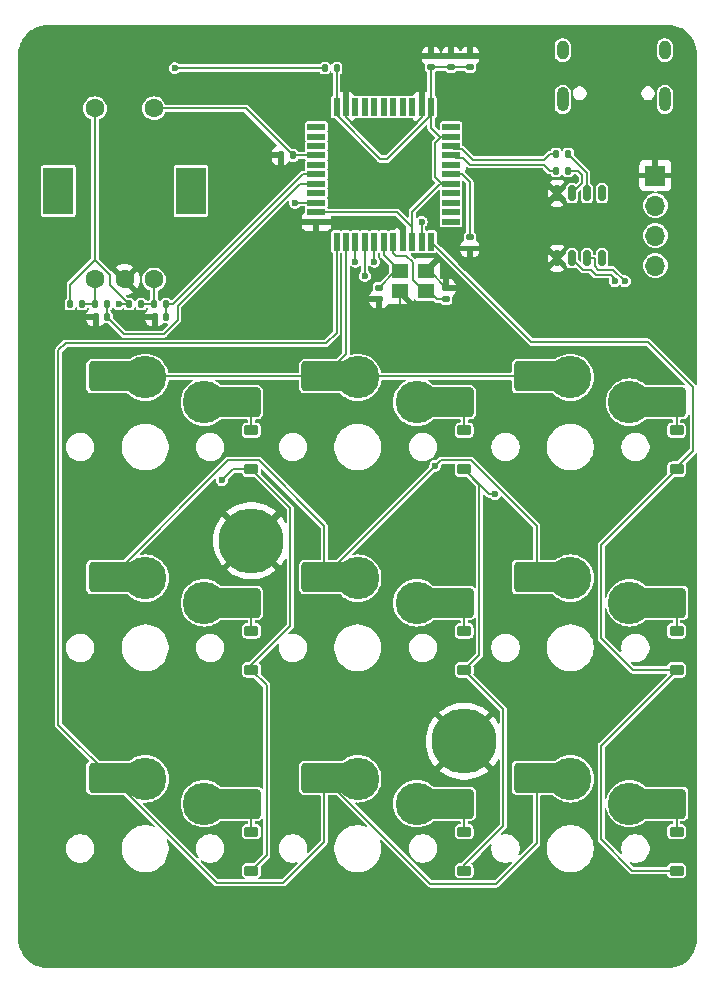
<source format=gbr>
%TF.GenerationSoftware,KiCad,Pcbnew,8.0.3*%
%TF.CreationDate,2024-08-13T15:55:55-04:00*%
%TF.ProjectId,MACROPAD,4d414352-4f50-4414-942e-6b696361645f,rev?*%
%TF.SameCoordinates,Original*%
%TF.FileFunction,Copper,L2,Bot*%
%TF.FilePolarity,Positive*%
%FSLAX46Y46*%
G04 Gerber Fmt 4.6, Leading zero omitted, Abs format (unit mm)*
G04 Created by KiCad (PCBNEW 8.0.3) date 2024-08-13 15:55:55*
%MOMM*%
%LPD*%
G01*
G04 APERTURE LIST*
G04 Aperture macros list*
%AMRoundRect*
0 Rectangle with rounded corners*
0 $1 Rounding radius*
0 $2 $3 $4 $5 $6 $7 $8 $9 X,Y pos of 4 corners*
0 Add a 4 corners polygon primitive as box body*
4,1,4,$2,$3,$4,$5,$6,$7,$8,$9,$2,$3,0*
0 Add four circle primitives for the rounded corners*
1,1,$1+$1,$2,$3*
1,1,$1+$1,$4,$5*
1,1,$1+$1,$6,$7*
1,1,$1+$1,$8,$9*
0 Add four rect primitives between the rounded corners*
20,1,$1+$1,$2,$3,$4,$5,0*
20,1,$1+$1,$4,$5,$6,$7,0*
20,1,$1+$1,$6,$7,$8,$9,0*
20,1,$1+$1,$8,$9,$2,$3,0*%
G04 Aperture macros list end*
%TA.AperFunction,SMDPad,CuDef*%
%ADD10RoundRect,0.135000X0.135000X0.185000X-0.135000X0.185000X-0.135000X-0.185000X0.135000X-0.185000X0*%
%TD*%
%TA.AperFunction,ComponentPad*%
%ADD11R,1.700000X1.700000*%
%TD*%
%TA.AperFunction,ComponentPad*%
%ADD12O,1.700000X1.700000*%
%TD*%
%TA.AperFunction,SMDPad,CuDef*%
%ADD13RoundRect,0.250000X-1.675000X-1.000000X1.675000X-1.000000X1.675000X1.000000X-1.675000X1.000000X0*%
%TD*%
%TA.AperFunction,ComponentPad*%
%ADD14C,3.600000*%
%TD*%
%TA.AperFunction,ComponentPad*%
%ADD15C,5.500000*%
%TD*%
%TA.AperFunction,ComponentPad*%
%ADD16O,1.000000X2.100000*%
%TD*%
%TA.AperFunction,ComponentPad*%
%ADD17O,1.000000X1.600000*%
%TD*%
%TA.AperFunction,SMDPad,CuDef*%
%ADD18RoundRect,0.140000X0.170000X-0.140000X0.170000X0.140000X-0.170000X0.140000X-0.170000X-0.140000X0*%
%TD*%
%TA.AperFunction,SMDPad,CuDef*%
%ADD19RoundRect,0.225000X0.375000X-0.225000X0.375000X0.225000X-0.375000X0.225000X-0.375000X-0.225000X0*%
%TD*%
%TA.AperFunction,SMDPad,CuDef*%
%ADD20R,0.550000X1.500000*%
%TD*%
%TA.AperFunction,SMDPad,CuDef*%
%ADD21R,1.500000X0.550000*%
%TD*%
%TA.AperFunction,SMDPad,CuDef*%
%ADD22RoundRect,0.135000X-0.135000X-0.185000X0.135000X-0.185000X0.135000X0.185000X-0.135000X0.185000X0*%
%TD*%
%TA.AperFunction,SMDPad,CuDef*%
%ADD23RoundRect,0.140000X-0.140000X-0.170000X0.140000X-0.170000X0.140000X0.170000X-0.140000X0.170000X0*%
%TD*%
%TA.AperFunction,SMDPad,CuDef*%
%ADD24RoundRect,0.140000X-0.170000X0.140000X-0.170000X-0.140000X0.170000X-0.140000X0.170000X0.140000X0*%
%TD*%
%TA.AperFunction,SMDPad,CuDef*%
%ADD25R,1.400000X1.200000*%
%TD*%
%TA.AperFunction,ComponentPad*%
%ADD26C,1.600000*%
%TD*%
%TA.AperFunction,ComponentPad*%
%ADD27R,2.500000X4.000000*%
%TD*%
%TA.AperFunction,SMDPad,CuDef*%
%ADD28RoundRect,0.150000X0.150000X-0.500000X0.150000X0.500000X-0.150000X0.500000X-0.150000X-0.500000X0*%
%TD*%
%TA.AperFunction,ViaPad*%
%ADD29C,0.600000*%
%TD*%
%TA.AperFunction,Conductor*%
%ADD30C,0.200000*%
%TD*%
%TA.AperFunction,Conductor*%
%ADD31C,0.150000*%
%TD*%
G04 APERTURE END LIST*
D10*
%TO.P,R7,1*%
%TO.N,RE Switch*%
X136650000Y-59012500D03*
%TO.P,R7,2*%
%TO.N,GND*%
X135630000Y-59012500D03*
%TD*%
D11*
%TO.P,J2,1,Pin_1*%
%TO.N,GND*%
X167350000Y-60712500D03*
D12*
%TO.P,J2,2,Pin_2*%
%TO.N,+5V*%
X167350000Y-63252500D03*
%TO.P,J2,3,Pin_3*%
%TO.N,Display SCL*%
X167350000Y-65792500D03*
%TO.P,J2,4,Pin_4*%
%TO.N,Display SDA*%
X167350000Y-68332500D03*
%TD*%
D13*
%TO.P,S1,1,1*%
%TO.N,Column 0*%
X121300000Y-77700000D03*
D14*
X124150000Y-77800000D03*
%TO.P,S1,2,2*%
%TO.N,Net-(D1-A)*%
X129150000Y-79900000D03*
D13*
X132000000Y-79900000D03*
%TD*%
%TO.P,S3,2,2*%
%TO.N,Net-(D3-A)*%
X168000000Y-79900000D03*
D14*
X165150000Y-79900000D03*
%TO.P,S3,1,1*%
%TO.N,Column 0*%
X160150000Y-77800000D03*
D13*
X157300000Y-77700000D03*
%TD*%
D15*
%TO.P,H2,1,1*%
%TO.N,GND*%
X151150000Y-108625000D03*
%TD*%
%TO.P,H1,1,1*%
%TO.N,GND*%
X133150000Y-91625000D03*
%TD*%
D13*
%TO.P,S8,2,2*%
%TO.N,Net-(D8-A)*%
X150000000Y-113900000D03*
D14*
X147150000Y-113900000D03*
%TO.P,S8,1,1*%
%TO.N,Column 2*%
X142150000Y-111800000D03*
D13*
X139300000Y-111700000D03*
%TD*%
%TO.P,S9,2,2*%
%TO.N,Net-(D9-A)*%
X168000000Y-113900000D03*
D14*
X165150000Y-113900000D03*
%TO.P,S9,1,1*%
%TO.N,Column 2*%
X160150000Y-111800000D03*
D13*
X157300000Y-111700000D03*
%TD*%
D16*
%TO.P,J1,S1,SHIELD*%
%TO.N,unconnected-(J1-SHIELD-PadS1)*%
X168150000Y-54272500D03*
D17*
%TO.N,unconnected-(J1-SHIELD-PadS1)_1*%
X168150000Y-50092500D03*
D16*
%TO.N,unconnected-(J1-SHIELD-PadS1)_2*%
X159510000Y-54272500D03*
D17*
%TO.N,unconnected-(J1-SHIELD-PadS1)_0*%
X159510000Y-50092500D03*
%TD*%
D13*
%TO.P,S5,2,2*%
%TO.N,Net-(D5-A)*%
X150000000Y-96900000D03*
D14*
X147150000Y-96900000D03*
%TO.P,S5,1,1*%
%TO.N,Column 1*%
X142150000Y-94800000D03*
D13*
X139300000Y-94700000D03*
%TD*%
%TO.P,S4,2,2*%
%TO.N,Net-(D4-A)*%
X132000000Y-96900000D03*
D14*
X129150000Y-96900000D03*
%TO.P,S4,1,1*%
%TO.N,Column 1*%
X124150000Y-94800000D03*
D13*
X121300000Y-94700000D03*
%TD*%
%TO.P,S6,1,1*%
%TO.N,Column 1*%
X157300000Y-94700000D03*
D14*
X160150000Y-94800000D03*
%TO.P,S6,2,2*%
%TO.N,Net-(D6-A)*%
X165150000Y-96900000D03*
D13*
X168000000Y-96900000D03*
%TD*%
%TO.P,S7,2,2*%
%TO.N,Net-(D7-A)*%
X132000000Y-113900000D03*
D14*
X129150000Y-113900000D03*
%TO.P,S7,1,1*%
%TO.N,Column 2*%
X124150000Y-111800000D03*
D13*
X121300000Y-111700000D03*
%TD*%
D18*
%TO.P,C1,2*%
%TO.N,GND*%
X151650000Y-50582500D03*
%TO.P,C1,1*%
%TO.N,VBUS*%
X151650000Y-51542500D03*
%TD*%
D19*
%TO.P,D5,1,K*%
%TO.N,Row 1*%
X151150000Y-102575000D03*
%TO.P,D5,2,A*%
%TO.N,Net-(D5-A)*%
X151150000Y-99275000D03*
%TD*%
%TO.P,D1,1,K*%
%TO.N,Row 0*%
X133150000Y-85575000D03*
%TO.P,D1,2,A*%
%TO.N,Net-(D1-A)*%
X133150000Y-82275000D03*
%TD*%
D18*
%TO.P,C2,2*%
%TO.N,GND*%
X150050000Y-50582500D03*
%TO.P,C2,1*%
%TO.N,VBUS*%
X150050000Y-51542500D03*
%TD*%
D20*
%TO.P,U3,44,AVCC*%
%TO.N,VBUS*%
X148350000Y-54912500D03*
%TO.P,U3,43,GND*%
%TO.N,GND*%
X147550000Y-54912500D03*
%TO.P,U3,42,AREF*%
%TO.N,unconnected-(U3-AREF-Pad42)*%
X146750000Y-54912500D03*
%TO.P,U3,41,PF0*%
%TO.N,unconnected-(U3-PF0-Pad41)*%
X145950000Y-54912500D03*
%TO.P,U3,40,PF1*%
%TO.N,unconnected-(U3-PF1-Pad40)*%
X145150000Y-54912500D03*
%TO.P,U3,39,PF4*%
%TO.N,unconnected-(U3-PF4-Pad39)*%
X144350000Y-54912500D03*
%TO.P,U3,38,PF5*%
%TO.N,unconnected-(U3-PF5-Pad38)*%
X143550000Y-54912500D03*
%TO.P,U3,37,PF6*%
%TO.N,unconnected-(U3-PF6-Pad37)*%
X142750000Y-54912500D03*
%TO.P,U3,36,PF7*%
%TO.N,unconnected-(U3-PF7-Pad36)*%
X141950000Y-54912500D03*
%TO.P,U3,35,GND*%
%TO.N,GND*%
X141150000Y-54912500D03*
%TO.P,U3,34,VCC*%
%TO.N,VBUS*%
X140350000Y-54912500D03*
D21*
%TO.P,U3,33,~{HWB}/PE2*%
%TO.N,unconnected-(U3-~{HWB}{slash}PE2-Pad33)*%
X138650000Y-56612500D03*
%TO.P,U3,32,PC7*%
%TO.N,unconnected-(U3-PC7-Pad32)*%
X138650000Y-57412500D03*
%TO.P,U3,31,PC6*%
%TO.N,unconnected-(U3-PC6-Pad31)*%
X138650000Y-58212500D03*
%TO.P,U3,30,PB6*%
%TO.N,RE Switch*%
X138650000Y-59012500D03*
%TO.P,U3,29,PB5*%
%TO.N,unconnected-(U3-PB5-Pad29)*%
X138650000Y-59812500D03*
%TO.P,U3,28,PB4*%
%TO.N,RE B*%
X138650000Y-60612500D03*
%TO.P,U3,27,PD7*%
%TO.N,RE A*%
X138650000Y-61412500D03*
%TO.P,U3,26,PD6*%
%TO.N,unconnected-(U3-PD6-Pad26)*%
X138650000Y-62212500D03*
%TO.P,U3,25,PD4*%
%TO.N,LED Input*%
X138650000Y-63012500D03*
%TO.P,U3,24,AVCC*%
%TO.N,VBUS*%
X138650000Y-63812500D03*
%TO.P,U3,23,GND*%
%TO.N,GND*%
X138650000Y-64612500D03*
D20*
%TO.P,U3,22,PD5*%
%TO.N,Column 2*%
X140350000Y-66312500D03*
%TO.P,U3,21,PD3*%
%TO.N,Column 0*%
X141150000Y-66312500D03*
%TO.P,U3,20,PD2*%
%TO.N,Column 1*%
X141950000Y-66312500D03*
%TO.P,U3,19,PD1*%
%TO.N,Row 0*%
X142750000Y-66312500D03*
%TO.P,U3,18,PD0*%
%TO.N,Row 1*%
X143550000Y-66312500D03*
%TO.P,U3,17,XTAL1*%
%TO.N,Net-(U3-XTAL1)*%
X144350000Y-66312500D03*
%TO.P,U3,16,XTAL2*%
%TO.N,Net-(U3-XTAL2)*%
X145150000Y-66312500D03*
%TO.P,U3,15,GND*%
%TO.N,GND*%
X145950000Y-66312500D03*
%TO.P,U3,14,VCC*%
%TO.N,VBUS*%
X146750000Y-66312500D03*
%TO.P,U3,13,~{RESET}*%
%TO.N,Net-(U3-~{RESET})*%
X147550000Y-66312500D03*
%TO.P,U3,12,PB7*%
%TO.N,Row 2*%
X148350000Y-66312500D03*
D21*
%TO.P,U3,11,PB3*%
%TO.N,Display SDA*%
X150050000Y-64612500D03*
%TO.P,U3,10,PB2*%
%TO.N,Display SCL*%
X150050000Y-63812500D03*
%TO.P,U3,9,PB1*%
%TO.N,unconnected-(U3-PB1-Pad9)*%
X150050000Y-63012500D03*
%TO.P,U3,8,PB0*%
%TO.N,unconnected-(U3-PB0-Pad8)*%
X150050000Y-62212500D03*
%TO.P,U3,7,VBUS*%
%TO.N,VBUS*%
X150050000Y-61412500D03*
%TO.P,U3,6,UCAP*%
%TO.N,Net-(U3-UCAP)*%
X150050000Y-60612500D03*
%TO.P,U3,5,UGND*%
%TO.N,GND*%
X150050000Y-59812500D03*
%TO.P,U3,4,D+*%
%TO.N,/Port_Protector_D+*%
X150050000Y-59012500D03*
%TO.P,U3,3,D-*%
%TO.N,/Port_Protector_D-*%
X150050000Y-58212500D03*
%TO.P,U3,2,UVCC*%
%TO.N,VBUS*%
X150050000Y-57412500D03*
%TO.P,U3,1,PE6*%
%TO.N,unconnected-(U3-PE6-Pad1)*%
X150050000Y-56612500D03*
%TD*%
D22*
%TO.P,R6,1*%
%TO.N,+5V*%
X122800000Y-71602500D03*
%TO.P,R6,2*%
%TO.N,Net-(R6-Pad2)*%
X123820000Y-71602500D03*
%TD*%
D10*
%TO.P,R3,2*%
%TO.N,/Port_Protector_D-*%
X158930000Y-58882500D03*
%TO.P,R3,1*%
%TO.N,D-*%
X159950000Y-58882500D03*
%TD*%
D22*
%TO.P,R2,1*%
%TO.N,/Port_Protector_D+*%
X158930000Y-60322500D03*
%TO.P,R2,2*%
%TO.N,D+*%
X159950000Y-60322500D03*
%TD*%
%TO.P,R8,1*%
%TO.N,+5V*%
X117800000Y-71602500D03*
%TO.P,R8,2*%
%TO.N,Net-(R10-Pad2)*%
X118820000Y-71602500D03*
%TD*%
D19*
%TO.P,D6,1,K*%
%TO.N,Row 2*%
X169150000Y-102575000D03*
%TO.P,D6,2,A*%
%TO.N,Net-(D6-A)*%
X169150000Y-99275000D03*
%TD*%
D23*
%TO.P,C7,1*%
%TO.N,GND*%
X119950000Y-72712500D03*
%TO.P,C7,2*%
%TO.N,RE A*%
X120910000Y-72712500D03*
%TD*%
D19*
%TO.P,D3,1,K*%
%TO.N,Row 2*%
X169150000Y-85575000D03*
%TO.P,D3,2,A*%
%TO.N,Net-(D3-A)*%
X169150000Y-82275000D03*
%TD*%
%TO.P,D4,1,K*%
%TO.N,Row 0*%
X133150000Y-102575000D03*
%TO.P,D4,2,A*%
%TO.N,Net-(D4-A)*%
X133150000Y-99275000D03*
%TD*%
%TO.P,D2,1,K*%
%TO.N,Row 1*%
X151150000Y-85575000D03*
%TO.P,D2,2,A*%
%TO.N,Net-(D2-A)*%
X151150000Y-82275000D03*
%TD*%
D24*
%TO.P,C4,1*%
%TO.N,Net-(U3-UCAP)*%
X151650000Y-65932500D03*
%TO.P,C4,2*%
%TO.N,GND*%
X151650000Y-66892500D03*
%TD*%
D19*
%TO.P,D9,1,K*%
%TO.N,Row 2*%
X169150000Y-119575000D03*
%TO.P,D9,2,A*%
%TO.N,Net-(D9-A)*%
X169150000Y-116275000D03*
%TD*%
D18*
%TO.P,C6,2*%
%TO.N,GND*%
X149650000Y-70222500D03*
%TO.P,C6,1*%
%TO.N,Net-(U3-XTAL2)*%
X149650000Y-71182500D03*
%TD*%
D23*
%TO.P,C9,1*%
%TO.N,GND*%
X124950000Y-72712500D03*
%TO.P,C9,2*%
%TO.N,RE B*%
X125910000Y-72712500D03*
%TD*%
D18*
%TO.P,C3,2*%
%TO.N,GND*%
X148350000Y-50602500D03*
%TO.P,C3,1*%
%TO.N,VBUS*%
X148350000Y-51562500D03*
%TD*%
D19*
%TO.P,D8,1,K*%
%TO.N,Row 1*%
X151150000Y-119575000D03*
%TO.P,D8,2,A*%
%TO.N,Net-(D8-A)*%
X151150000Y-116275000D03*
%TD*%
D22*
%TO.P,R9,2*%
%TO.N,RE B*%
X125920000Y-71602500D03*
%TO.P,R9,1*%
%TO.N,Net-(R6-Pad2)*%
X124900000Y-71602500D03*
%TD*%
%TO.P,R1,2*%
%TO.N,VBUS*%
X140360000Y-51612500D03*
%TO.P,R1,1*%
%TO.N,Net-(U3-~{RESET})*%
X139340000Y-51612500D03*
%TD*%
D10*
%TO.P,R10,2*%
%TO.N,Net-(R10-Pad2)*%
X119900000Y-71602500D03*
%TO.P,R10,1*%
%TO.N,RE A*%
X120920000Y-71602500D03*
%TD*%
D25*
%TO.P,Y1,4,4*%
%TO.N,GND*%
X147890000Y-68812500D03*
%TO.P,Y1,3,3*%
%TO.N,Net-(U3-XTAL1)*%
X145690000Y-68812500D03*
%TO.P,Y1,2,2*%
%TO.N,GND*%
X145690000Y-70512500D03*
%TO.P,Y1,1,1*%
%TO.N,Net-(U3-XTAL2)*%
X147890000Y-70512500D03*
%TD*%
D24*
%TO.P,C5,2*%
%TO.N,GND*%
X143930000Y-71182500D03*
%TO.P,C5,1*%
%TO.N,Net-(U3-XTAL1)*%
X143930000Y-70222500D03*
%TD*%
D19*
%TO.P,D7,1,K*%
%TO.N,Row 0*%
X133150000Y-119575000D03*
%TO.P,D7,2,A*%
%TO.N,Net-(D7-A)*%
X133150000Y-116275000D03*
%TD*%
D26*
%TO.P,SW2,A,A*%
%TO.N,Net-(R10-Pad2)*%
X119900000Y-69512500D03*
%TO.P,SW2,B,B*%
%TO.N,Net-(R6-Pad2)*%
X124900000Y-69512500D03*
%TO.P,SW2,C,C*%
%TO.N,GND*%
X122400000Y-69512500D03*
%TO.P,SW2,S1,S1*%
%TO.N,+5V*%
X119900000Y-55012500D03*
%TO.P,SW2,S2,S2*%
%TO.N,RE Switch*%
X124900000Y-55012500D03*
D27*
%TO.P,SW2,SH*%
%TO.N,N/C*%
X116800000Y-62012500D03*
X128000000Y-62012500D03*
%TD*%
D28*
%TO.P,U1,1,VBUS*%
%TO.N,VBUS*%
X162837500Y-67722500D03*
%TO.P,U1,2,I/O1*%
%TO.N,/USB_D-*%
X161567500Y-67722500D03*
%TO.P,U1,3,I/O2*%
%TO.N,/USB_D+*%
X160297500Y-67722500D03*
%TO.P,U1,4,GND*%
%TO.N,GND*%
X159027500Y-67722500D03*
%TO.P,U1,5,GND*%
X159027500Y-62222500D03*
%TO.P,U1,6,I/O2*%
%TO.N,D+*%
X160297500Y-62222500D03*
%TO.P,U1,7,I/O1*%
%TO.N,D-*%
X161567500Y-62222500D03*
%TO.P,U1,8,VBUS*%
%TO.N,VBUS*%
X162837500Y-62222500D03*
%TD*%
D13*
%TO.P,S2,2,2*%
%TO.N,Net-(D2-A)*%
X150000000Y-79900000D03*
D14*
X147150000Y-79900000D03*
%TO.P,S2,1,1*%
%TO.N,Column 0*%
X142150000Y-77800000D03*
D13*
X139300000Y-77700000D03*
%TD*%
D29*
%TO.N,GND*%
X144374265Y-58712500D03*
X145680000Y-76742500D03*
X145080000Y-64642500D03*
%TO.N,Column 1*%
X141950000Y-68012500D03*
%TO.N,LED Input*%
X136850000Y-63012500D03*
%TO.N,Row 0*%
X142750000Y-69212500D03*
X130650000Y-86512500D03*
%TO.N,Row 1*%
X143550000Y-68012500D03*
%TO.N,/USB_D-*%
X164755000Y-69662500D03*
%TO.N,/USB_D+*%
X163905000Y-69662500D03*
%TO.N,Net-(U3-~{RESET})*%
X126650000Y-51612500D03*
X147550000Y-64612500D03*
%TO.N,+5V*%
X121910000Y-71612500D03*
%TO.N,Column 1*%
X148718750Y-85281250D03*
%TO.N,Row 1*%
X153768833Y-87693667D03*
%TD*%
D30*
%TO.N,GND*%
X141150000Y-55737500D02*
X141150000Y-54912500D01*
X144374265Y-58712500D02*
X144125000Y-58712500D01*
X147550000Y-55737500D02*
X147550000Y-54912500D01*
X144125000Y-58712500D02*
X141150000Y-55737500D01*
X144575000Y-58712500D02*
X147550000Y-55737500D01*
X144374265Y-58712500D02*
X144575000Y-58712500D01*
%TO.N,VBUS*%
X140350000Y-55612500D02*
X140350000Y-54912500D01*
X144050000Y-59312500D02*
X140350000Y-55612500D01*
X144650000Y-59312500D02*
X144050000Y-59312500D01*
X148350000Y-54912500D02*
X148350000Y-55612500D01*
X148350000Y-55612500D02*
X144650000Y-59312500D01*
%TO.N,+5V*%
X119900000Y-67850000D02*
X117800000Y-69950000D01*
X119900000Y-55012500D02*
X119900000Y-67850000D01*
X117800000Y-69950000D02*
X117800000Y-71602500D01*
X121150000Y-69100000D02*
X119900000Y-67850000D01*
X121150000Y-69952500D02*
X121150000Y-69100000D01*
X122800000Y-71602500D02*
X121150000Y-69952500D01*
%TO.N,RE Switch*%
X132650000Y-55012500D02*
X124900000Y-55012500D01*
X136650000Y-59012500D02*
X132650000Y-55012500D01*
X138650000Y-59012500D02*
X136650000Y-59012500D01*
%TO.N,GND*%
X145690000Y-76732500D02*
X145680000Y-76742500D01*
X145690000Y-70512500D02*
X145690000Y-76732500D01*
X147890000Y-68812500D02*
X148240000Y-68812500D01*
X148240000Y-68812500D02*
X149650000Y-70222500D01*
%TO.N,RE A*%
X137250000Y-61412500D02*
X138650000Y-61412500D01*
X125720000Y-74142500D02*
X126894314Y-72968186D01*
X126894314Y-71768186D02*
X137250000Y-61412500D01*
X122340000Y-74142500D02*
X125720000Y-74142500D01*
X126894314Y-72968186D02*
X126894314Y-71768186D01*
X120910000Y-72712500D02*
X122340000Y-74142500D01*
%TO.N,GND*%
X145950000Y-65512500D02*
X145080000Y-64642500D01*
X145950000Y-66312500D02*
X145950000Y-65512500D01*
%TO.N,VBUS*%
X148350000Y-51562500D02*
X148350000Y-54912500D01*
%TO.N,Net-(U3-~{RESET})*%
X139340000Y-51612500D02*
X126650000Y-51612500D01*
%TO.N,RE B*%
X126494314Y-71602500D02*
X125920000Y-71602500D01*
X137484314Y-60612500D02*
X126494314Y-71602500D01*
X138650000Y-60612500D02*
X137484314Y-60612500D01*
%TO.N,Column 2*%
X117410000Y-74912500D02*
X116810000Y-75512500D01*
X116810000Y-75512500D02*
X116810000Y-107210000D01*
X139450000Y-74912500D02*
X117410000Y-74912500D01*
X140350000Y-74012500D02*
X139450000Y-74912500D01*
X140350000Y-66312500D02*
X140350000Y-74012500D01*
X116810000Y-107210000D02*
X121300000Y-111700000D01*
%TO.N,Column 0*%
X141150000Y-75850000D02*
X139300000Y-77700000D01*
X141150000Y-66312500D02*
X141150000Y-75850000D01*
%TO.N,Row 0*%
X142750000Y-69212500D02*
X142750000Y-66312500D01*
%TO.N,Column 1*%
X141950000Y-68012500D02*
X141950000Y-66312500D01*
X148718750Y-85281250D02*
X149175000Y-84825000D01*
%TO.N,LED Input*%
X136850000Y-63012500D02*
X138650000Y-63012500D01*
%TO.N,Row 1*%
X143550000Y-68012500D02*
X143550000Y-66312500D01*
%TO.N,Row 0*%
X131587500Y-85575000D02*
X130650000Y-86512500D01*
X133150000Y-85575000D02*
X131587500Y-85575000D01*
%TO.N,Row 1*%
X153768833Y-87693667D02*
X153268667Y-87693667D01*
X153268667Y-87693667D02*
X151150000Y-85575000D01*
%TO.N,Net-(U3-XTAL2)*%
X148170000Y-70512500D02*
X147890000Y-70512500D01*
%TO.N,Net-(U3-XTAL1)*%
X145340000Y-68812500D02*
X145690000Y-68812500D01*
X143930000Y-70222500D02*
X145340000Y-68812500D01*
%TO.N,Net-(U3-XTAL2)*%
X146800000Y-69522500D02*
X147790000Y-70512500D01*
X146800000Y-68062500D02*
X146800000Y-69522500D01*
X146250000Y-67512500D02*
X146800000Y-68062500D01*
X145350000Y-67512500D02*
X146250000Y-67512500D01*
X147790000Y-70512500D02*
X147890000Y-70512500D01*
X145150000Y-67312500D02*
X145350000Y-67512500D01*
X145150000Y-66312500D02*
X145150000Y-67312500D01*
%TO.N,Net-(U3-XTAL1)*%
X144350000Y-67472500D02*
X144350000Y-66312500D01*
X145690000Y-68812500D02*
X144350000Y-67472500D01*
%TO.N,Row 2*%
X170550000Y-78651378D02*
X166711122Y-74812500D01*
X166711122Y-74812500D02*
X156850000Y-74812500D01*
X170550000Y-84012500D02*
X170550000Y-78651378D01*
X156850000Y-74812500D02*
X148350000Y-66312500D01*
X169150000Y-85412500D02*
X170550000Y-84012500D01*
X169150000Y-85575000D02*
X169150000Y-85412500D01*
D31*
%TO.N,/USB_D-*%
X162237500Y-67722500D02*
X161567500Y-67722500D01*
X162237500Y-68413052D02*
X162237500Y-67722500D01*
X162496948Y-68672500D02*
X162237500Y-68413052D01*
X163765000Y-68672500D02*
X162496948Y-68672500D01*
X164755000Y-69662500D02*
X163765000Y-68672500D01*
%TO.N,/USB_D+*%
X160747500Y-68172500D02*
X160297500Y-67722500D01*
X161226948Y-68672500D02*
X160747500Y-68193052D01*
X162310560Y-69122480D02*
X161860580Y-68672500D01*
X161860580Y-68672500D02*
X161226948Y-68672500D01*
X160747500Y-68193052D02*
X160747500Y-68172500D01*
X163578583Y-69122480D02*
X162310560Y-69122480D01*
X163905000Y-69662500D02*
X163905000Y-69448897D01*
X163905000Y-69448897D02*
X163578583Y-69122480D01*
%TO.N,/Port_Protector_D-*%
X150275000Y-58437500D02*
X150050000Y-58212500D01*
X150936368Y-58437500D02*
X150275000Y-58437500D01*
X151876368Y-59377500D02*
X150936368Y-58437500D01*
X158449999Y-58882500D02*
X157954999Y-59377500D01*
X158930000Y-58882500D02*
X158449999Y-58882500D01*
%TO.N,/Port_Protector_D+*%
X151100000Y-59237500D02*
X150438603Y-59237500D01*
X151690000Y-59827500D02*
X151100000Y-59237500D01*
X157954999Y-59827500D02*
X151690000Y-59827500D01*
%TO.N,/Port_Protector_D-*%
X157954999Y-59377500D02*
X151876368Y-59377500D01*
%TO.N,/Port_Protector_D+*%
X158449999Y-60322500D02*
X157954999Y-59827500D01*
X150213603Y-59012500D02*
X150050000Y-59012500D01*
X150438603Y-59237500D02*
X150213603Y-59012500D01*
X158930000Y-60322500D02*
X158449999Y-60322500D01*
D30*
%TO.N,VBUS*%
X140350000Y-54912500D02*
X140350000Y-51622500D01*
X140350000Y-51622500D02*
X140360000Y-51612500D01*
%TO.N,Net-(U3-~{RESET})*%
X147550000Y-66312500D02*
X147550000Y-64612500D01*
%TO.N,+5V*%
X121920000Y-71602500D02*
X121910000Y-71612500D01*
X122800000Y-71602500D02*
X121920000Y-71602500D01*
%TO.N,VBUS*%
X151650000Y-51542500D02*
X148370000Y-51542500D01*
X148370000Y-51542500D02*
X148350000Y-51562500D01*
%TO.N,+5V*%
X117790000Y-71612500D02*
X117800000Y-71602500D01*
%TO.N,RE B*%
X125910000Y-71612500D02*
X125920000Y-71602500D01*
X125910000Y-72712500D02*
X125910000Y-71612500D01*
%TO.N,RE A*%
X120910000Y-71612500D02*
X120920000Y-71602500D01*
X120910000Y-72712500D02*
X120910000Y-71612500D01*
%TO.N,Net-(R10-Pad2)*%
X119900000Y-71602500D02*
X118820000Y-71602500D01*
X119900000Y-71602500D02*
X119900000Y-69512500D01*
%TO.N,Net-(R6-Pad2)*%
X124900000Y-71602500D02*
X123820000Y-71602500D01*
X124900000Y-71602500D02*
X124900000Y-69512500D01*
%TO.N,VBUS*%
X148700000Y-57937500D02*
X148700000Y-60862500D01*
X149100000Y-61412500D02*
X146750000Y-63762500D01*
X150050000Y-57412500D02*
X149100000Y-57412500D01*
X146750000Y-63762500D02*
X146750000Y-66312500D01*
X148350000Y-56662500D02*
X148350000Y-54912500D01*
X148700000Y-60862500D02*
X149250000Y-61412500D01*
X149100000Y-57412500D02*
X148350000Y-56662500D01*
X146750000Y-65112500D02*
X145450000Y-63812500D01*
X149225000Y-57412500D02*
X148700000Y-57937500D01*
X145450000Y-63812500D02*
X138650000Y-63812500D01*
X150050000Y-61412500D02*
X149100000Y-61412500D01*
X150050000Y-57412500D02*
X149225000Y-57412500D01*
X146750000Y-66312500D02*
X146750000Y-65112500D01*
X149250000Y-61412500D02*
X150050000Y-61412500D01*
D31*
%TO.N,D-*%
X161567500Y-62222500D02*
X161567500Y-60500000D01*
%TO.N,D+*%
X160753603Y-60322500D02*
X159950000Y-60322500D01*
X160967500Y-61531948D02*
X161117499Y-61381949D01*
X161117499Y-61381949D02*
X161117499Y-60686396D01*
%TO.N,D-*%
X161567500Y-60500000D02*
X159950000Y-58882500D01*
%TO.N,D+*%
X160967500Y-61552500D02*
X160967500Y-61531948D01*
X160297500Y-62222500D02*
X160967500Y-61552500D01*
X161117499Y-60686396D02*
X160753603Y-60322500D01*
D30*
%TO.N,Row 0*%
X136450000Y-88875000D02*
X136450000Y-98825000D01*
X134450000Y-103875000D02*
X134450000Y-118275000D01*
X133150000Y-102125000D02*
X133150000Y-102575000D01*
X133150000Y-85575000D02*
X136450000Y-88875000D01*
X133150000Y-102575000D02*
X134450000Y-103875000D01*
X136450000Y-98825000D02*
X133150000Y-102125000D01*
X134450000Y-118275000D02*
X133150000Y-119575000D01*
%TO.N,Net-(D1-A)*%
X132000000Y-79900000D02*
X133150000Y-81050000D01*
X133150000Y-81050000D02*
X133150000Y-82275000D01*
%TO.N,Row 1*%
X154450000Y-115825000D02*
X151150000Y-119125000D01*
X151150000Y-119125000D02*
X151150000Y-119575000D01*
X151150000Y-102575000D02*
X154450000Y-105875000D01*
X152450000Y-86875000D02*
X152450000Y-101275000D01*
X154450000Y-105875000D02*
X154450000Y-115825000D01*
X152450000Y-101275000D02*
X151150000Y-102575000D01*
%TO.N,Net-(D2-A)*%
X150000000Y-79900000D02*
X151150000Y-81050000D01*
X151150000Y-81050000D02*
X151150000Y-82275000D01*
%TO.N,Row 2*%
X169150000Y-102575000D02*
X162750000Y-108975000D01*
X162750000Y-108975000D02*
X162750000Y-116919239D01*
X162750000Y-91975000D02*
X162750000Y-99869239D01*
X169150000Y-85575000D02*
X162750000Y-91975000D01*
X165405761Y-119575000D02*
X169150000Y-119575000D01*
X162750000Y-99869239D02*
X165455761Y-102575000D01*
X165455761Y-102575000D02*
X169150000Y-102575000D01*
X162750000Y-116919239D02*
X165405761Y-119575000D01*
%TO.N,Net-(D3-A)*%
X168000000Y-79900000D02*
X169150000Y-81050000D01*
X169150000Y-81050000D02*
X169150000Y-82275000D01*
%TO.N,Net-(D4-A)*%
X133150000Y-98050000D02*
X133150000Y-99275000D01*
X132000000Y-96900000D02*
X133150000Y-98050000D01*
%TO.N,Net-(D5-A)*%
X150000000Y-96900000D02*
X151150000Y-98050000D01*
X151150000Y-98050000D02*
X151150000Y-99275000D01*
%TO.N,Net-(D6-A)*%
X168000000Y-96900000D02*
X169150000Y-98050000D01*
X169150000Y-98050000D02*
X169150000Y-99275000D01*
%TO.N,Net-(D7-A)*%
X133150000Y-115050000D02*
X133150000Y-116275000D01*
X132000000Y-113900000D02*
X133150000Y-115050000D01*
%TO.N,Net-(D8-A)*%
X151150000Y-115050000D02*
X151150000Y-116275000D01*
X150000000Y-113900000D02*
X151150000Y-115050000D01*
%TO.N,Net-(D9-A)*%
X168000000Y-113900000D02*
X169150000Y-115050000D01*
X169150000Y-115050000D02*
X169150000Y-116275000D01*
%TO.N,Column 0*%
X139300000Y-77700000D02*
X157300000Y-77700000D01*
X121300000Y-77700000D02*
X139300000Y-77700000D01*
%TO.N,Column 1*%
X139300000Y-90376304D02*
X139300000Y-94700000D01*
X157300000Y-90376304D02*
X157300000Y-94700000D01*
X121300000Y-94700000D02*
X131175000Y-84825000D01*
X133748696Y-84825000D02*
X139300000Y-90376304D01*
X131175000Y-84825000D02*
X133748696Y-84825000D01*
X149175000Y-84825000D02*
X151748696Y-84825000D01*
X151748696Y-84825000D02*
X157300000Y-90376304D01*
%TO.N,Column 2*%
X121350000Y-111700000D02*
X130250000Y-120600000D01*
X139300000Y-117150000D02*
X139300000Y-111700000D01*
X130250000Y-120600000D02*
X135850000Y-120600000D01*
X139300000Y-111700000D02*
X148300000Y-120700000D01*
X135850000Y-120600000D02*
X139300000Y-117150000D01*
X157300000Y-117250000D02*
X157300000Y-111700000D01*
X148300000Y-120700000D02*
X153850000Y-120700000D01*
X121300000Y-111700000D02*
X121350000Y-111700000D01*
X153850000Y-120700000D02*
X157300000Y-117250000D01*
%TO.N,Row 1*%
X151150000Y-85575000D02*
X152450000Y-86875000D01*
%TO.N,Column 1*%
X139300000Y-94700000D02*
X149175000Y-84825000D01*
%TO.N,Net-(U3-UCAP)*%
X151650000Y-61262500D02*
X151650000Y-65932500D01*
X151000000Y-60612500D02*
X151650000Y-61262500D01*
X150050000Y-60612500D02*
X151000000Y-60612500D01*
%TO.N,Net-(U3-XTAL2)*%
X149650000Y-71182500D02*
X148840000Y-71182500D01*
X148840000Y-71182500D02*
X148170000Y-70512500D01*
%TD*%
%TA.AperFunction,Conductor*%
%TO.N,GND*%
G36*
X168402231Y-47970634D02*
G01*
X168696821Y-47988454D01*
X168705673Y-47989528D01*
X168993784Y-48042327D01*
X169002435Y-48044460D01*
X169282062Y-48131595D01*
X169290401Y-48134757D01*
X169557497Y-48254967D01*
X169565409Y-48259120D01*
X169816046Y-48410636D01*
X169823400Y-48415712D01*
X170053951Y-48596336D01*
X170060640Y-48602262D01*
X170267737Y-48809359D01*
X170273663Y-48816048D01*
X170454287Y-49046599D01*
X170459363Y-49053953D01*
X170610879Y-49304590D01*
X170615032Y-49312502D01*
X170735239Y-49579590D01*
X170738407Y-49587946D01*
X170825536Y-49867552D01*
X170827675Y-49876228D01*
X170880469Y-50164317D01*
X170881546Y-50173188D01*
X170899365Y-50467768D01*
X170899500Y-50472236D01*
X170899500Y-78397255D01*
X170877826Y-78449581D01*
X170825500Y-78471255D01*
X170773174Y-78449581D01*
X166895633Y-74572040D01*
X166827112Y-74532479D01*
X166827107Y-74532477D01*
X166750686Y-74512000D01*
X166750684Y-74512000D01*
X157005123Y-74512000D01*
X156952797Y-74490326D01*
X151146367Y-68683896D01*
X158419657Y-68683896D01*
X158475943Y-68740182D01*
X158617300Y-68823781D01*
X158775008Y-68869599D01*
X158775005Y-68869599D01*
X158811859Y-68872500D01*
X159243141Y-68872500D01*
X159279993Y-68869599D01*
X159437699Y-68823781D01*
X159579055Y-68740183D01*
X159635342Y-68683895D01*
X159027500Y-68076053D01*
X158419657Y-68683896D01*
X151146367Y-68683896D01*
X150631417Y-68168946D01*
X158227500Y-68168946D01*
X158673947Y-67722500D01*
X159381053Y-67722500D01*
X159775326Y-68116773D01*
X159797000Y-68169099D01*
X159797000Y-68255764D01*
X159806927Y-68323893D01*
X159806927Y-68323894D01*
X159858301Y-68428982D01*
X159858302Y-68428983D01*
X159941017Y-68511698D01*
X160046107Y-68563073D01*
X160114240Y-68573000D01*
X160114246Y-68573000D01*
X160480754Y-68573000D01*
X160480760Y-68573000D01*
X160548893Y-68563073D01*
X160621661Y-68527498D01*
X160678189Y-68523990D01*
X160706487Y-68541654D01*
X160993391Y-68828558D01*
X161070890Y-68906057D01*
X161172148Y-68948000D01*
X161715813Y-68948000D01*
X161768139Y-68969674D01*
X162077003Y-69278538D01*
X162154502Y-69356037D01*
X162255760Y-69397980D01*
X163360434Y-69397980D01*
X163412760Y-69419654D01*
X163434434Y-69471980D01*
X163427746Y-69502718D01*
X163423719Y-69511539D01*
X163419834Y-69520044D01*
X163419834Y-69520046D01*
X163399353Y-69662500D01*
X163419834Y-69804954D01*
X163419834Y-69804955D01*
X163419835Y-69804957D01*
X163456017Y-69884183D01*
X163479623Y-69935873D01*
X163573868Y-70044639D01*
X163573869Y-70044640D01*
X163573872Y-70044643D01*
X163694947Y-70122453D01*
X163801403Y-70153711D01*
X163833035Y-70162999D01*
X163833037Y-70163000D01*
X163833039Y-70163000D01*
X163976963Y-70163000D01*
X163976964Y-70162999D01*
X164115053Y-70122453D01*
X164236128Y-70044643D01*
X164274074Y-70000849D01*
X164324720Y-69975498D01*
X164378459Y-69993383D01*
X164385922Y-70000846D01*
X164396020Y-70012500D01*
X164423868Y-70044639D01*
X164423869Y-70044640D01*
X164423872Y-70044643D01*
X164544947Y-70122453D01*
X164651403Y-70153711D01*
X164683035Y-70162999D01*
X164683037Y-70163000D01*
X164683039Y-70163000D01*
X164826963Y-70163000D01*
X164826964Y-70162999D01*
X164965053Y-70122453D01*
X165086128Y-70044643D01*
X165180377Y-69935873D01*
X165240165Y-69804957D01*
X165260647Y-69662500D01*
X165240165Y-69520043D01*
X165180377Y-69389127D01*
X165150766Y-69354954D01*
X165086131Y-69280360D01*
X165086129Y-69280359D01*
X165086128Y-69280357D01*
X165018481Y-69236883D01*
X164965054Y-69202547D01*
X164965050Y-69202546D01*
X164826964Y-69162000D01*
X164826961Y-69162000D01*
X164683039Y-69162000D01*
X164677747Y-69162000D01*
X164677747Y-69159602D01*
X164630783Y-69147605D01*
X164622816Y-69140700D01*
X163921059Y-68438944D01*
X163921057Y-68438942D01*
X163861742Y-68414373D01*
X163819800Y-68397000D01*
X163819799Y-68397000D01*
X163402984Y-68397000D01*
X163350658Y-68375326D01*
X163332919Y-68332500D01*
X166294417Y-68332500D01*
X166314700Y-68538435D01*
X166322174Y-68563072D01*
X166356608Y-68676589D01*
X166374769Y-68736456D01*
X166472315Y-68918950D01*
X166588430Y-69060438D01*
X166603590Y-69078910D01*
X166763550Y-69210185D01*
X166946046Y-69307732D01*
X167144066Y-69367800D01*
X167350000Y-69388083D01*
X167555934Y-69367800D01*
X167753954Y-69307732D01*
X167936450Y-69210185D01*
X168096410Y-69078910D01*
X168227685Y-68918950D01*
X168325232Y-68736454D01*
X168385300Y-68538434D01*
X168405583Y-68332500D01*
X168385300Y-68126566D01*
X168325232Y-67928546D01*
X168227685Y-67746050D01*
X168096410Y-67586090D01*
X168096250Y-67585959D01*
X167936450Y-67454815D01*
X167753956Y-67357269D01*
X167753955Y-67357268D01*
X167753954Y-67357268D01*
X167639618Y-67322585D01*
X167555935Y-67297200D01*
X167350000Y-67276917D01*
X167144064Y-67297200D01*
X166946043Y-67357269D01*
X166763549Y-67454815D01*
X166603590Y-67586089D01*
X166603589Y-67586090D01*
X166472315Y-67746049D01*
X166374769Y-67928543D01*
X166314700Y-68126564D01*
X166294417Y-68332500D01*
X163332919Y-68332500D01*
X163328984Y-68323000D01*
X163329756Y-68312340D01*
X163338000Y-68255760D01*
X163338000Y-67189240D01*
X163328073Y-67121107D01*
X163276698Y-67016017D01*
X163193983Y-66933302D01*
X163193982Y-66933301D01*
X163088894Y-66881927D01*
X163020764Y-66872000D01*
X163020760Y-66872000D01*
X162654240Y-66872000D01*
X162654235Y-66872000D01*
X162586106Y-66881927D01*
X162586105Y-66881927D01*
X162481017Y-66933301D01*
X162398301Y-67016017D01*
X162346927Y-67121105D01*
X162346927Y-67121106D01*
X162337000Y-67189235D01*
X162337000Y-67373000D01*
X162315326Y-67425326D01*
X162263000Y-67447000D01*
X162142000Y-67447000D01*
X162089674Y-67425326D01*
X162068000Y-67373000D01*
X162068000Y-67189246D01*
X162068000Y-67189240D01*
X162058073Y-67121107D01*
X162006698Y-67016017D01*
X161923983Y-66933302D01*
X161923982Y-66933301D01*
X161818894Y-66881927D01*
X161750764Y-66872000D01*
X161750760Y-66872000D01*
X161384240Y-66872000D01*
X161384235Y-66872000D01*
X161316106Y-66881927D01*
X161316105Y-66881927D01*
X161211017Y-66933301D01*
X161128301Y-67016017D01*
X161076927Y-67121105D01*
X161076927Y-67121106D01*
X161067000Y-67189235D01*
X161067000Y-67923732D01*
X161045326Y-67976058D01*
X160993000Y-67997732D01*
X160940674Y-67976058D01*
X160819674Y-67855058D01*
X160798000Y-67802732D01*
X160798000Y-67189246D01*
X160798000Y-67189240D01*
X160788073Y-67121107D01*
X160736698Y-67016017D01*
X160653983Y-66933302D01*
X160653982Y-66933301D01*
X160548894Y-66881927D01*
X160480764Y-66872000D01*
X160480760Y-66872000D01*
X160114240Y-66872000D01*
X160114235Y-66872000D01*
X160046106Y-66881927D01*
X160046105Y-66881927D01*
X159941017Y-66933301D01*
X159858301Y-67016017D01*
X159806927Y-67121105D01*
X159806927Y-67121106D01*
X159797000Y-67189235D01*
X159797000Y-67275901D01*
X159775326Y-67328227D01*
X159381053Y-67722500D01*
X158673947Y-67722500D01*
X158227500Y-67276053D01*
X158227500Y-68168946D01*
X150631417Y-68168946D01*
X149604971Y-67142500D01*
X150845495Y-67142500D01*
X150887968Y-67288696D01*
X150970280Y-67427877D01*
X151084622Y-67542219D01*
X151223803Y-67624531D01*
X151379088Y-67669645D01*
X151399998Y-67671290D01*
X151400000Y-67671289D01*
X151900000Y-67671289D01*
X151900001Y-67671290D01*
X151920910Y-67669645D01*
X151920912Y-67669645D01*
X152076196Y-67624531D01*
X152215377Y-67542219D01*
X152329719Y-67427877D01*
X152412031Y-67288696D01*
X152454505Y-67142500D01*
X151900000Y-67142500D01*
X151900000Y-67671289D01*
X151400000Y-67671289D01*
X151400000Y-67142500D01*
X150845495Y-67142500D01*
X149604971Y-67142500D01*
X149223574Y-66761103D01*
X158419657Y-66761103D01*
X159027499Y-67368945D01*
X159635342Y-66761103D01*
X159579056Y-66704817D01*
X159437699Y-66621218D01*
X159279991Y-66575400D01*
X159279994Y-66575400D01*
X159243141Y-66572500D01*
X158811859Y-66572500D01*
X158775006Y-66575400D01*
X158617300Y-66621218D01*
X158475945Y-66704816D01*
X158419657Y-66761103D01*
X149223574Y-66761103D01*
X148847174Y-66384703D01*
X148825500Y-66332377D01*
X148825500Y-65542753D01*
X148818841Y-65509276D01*
X148813867Y-65484269D01*
X148769552Y-65417948D01*
X148725550Y-65388546D01*
X148703232Y-65373633D01*
X148703233Y-65373633D01*
X148673989Y-65367816D01*
X148644748Y-65362000D01*
X148055252Y-65362000D01*
X148023535Y-65368309D01*
X147996768Y-65373633D01*
X147991112Y-65377413D01*
X147935563Y-65388462D01*
X147908888Y-65377413D01*
X147903231Y-65373633D01*
X147903230Y-65373632D01*
X147903229Y-65373632D01*
X147896498Y-65370844D01*
X147898090Y-65366999D01*
X147862953Y-65343499D01*
X147850500Y-65302414D01*
X147850500Y-65054733D01*
X147872174Y-65002407D01*
X147877288Y-64998287D01*
X147877131Y-64998106D01*
X147881131Y-64994640D01*
X147908082Y-64963535D01*
X147975377Y-64885873D01*
X148035165Y-64754957D01*
X148055647Y-64612500D01*
X148035165Y-64470043D01*
X147975377Y-64339127D01*
X147941541Y-64300078D01*
X147881131Y-64230360D01*
X147881129Y-64230359D01*
X147881128Y-64230357D01*
X147824182Y-64193760D01*
X147760054Y-64152547D01*
X147760050Y-64152546D01*
X147621964Y-64112000D01*
X147621961Y-64112000D01*
X147478039Y-64112000D01*
X147478036Y-64112000D01*
X147339949Y-64152546D01*
X147339945Y-64152547D01*
X147218875Y-64230355D01*
X147218867Y-64230361D01*
X147180425Y-64274727D01*
X147129779Y-64300078D01*
X147076040Y-64282192D01*
X147050689Y-64231546D01*
X147050500Y-64226267D01*
X147050500Y-63917622D01*
X147072173Y-63865297D01*
X148973174Y-61964295D01*
X149025500Y-61942622D01*
X149077826Y-61964296D01*
X149099500Y-62016622D01*
X149099500Y-62507248D01*
X149100947Y-62514521D01*
X149111133Y-62565731D01*
X149114913Y-62571388D01*
X149125962Y-62626937D01*
X149114913Y-62653612D01*
X149111133Y-62659268D01*
X149109794Y-62666002D01*
X149099500Y-62717752D01*
X149099500Y-63307248D01*
X149105725Y-63338541D01*
X149111133Y-63365731D01*
X149114913Y-63371388D01*
X149125962Y-63426937D01*
X149114913Y-63453612D01*
X149111133Y-63459268D01*
X149105316Y-63488510D01*
X149099500Y-63517752D01*
X149099500Y-64107248D01*
X149108510Y-64152546D01*
X149111133Y-64165731D01*
X149114913Y-64171388D01*
X149125962Y-64226937D01*
X149114913Y-64253612D01*
X149111133Y-64259268D01*
X149105458Y-64287799D01*
X149099500Y-64317752D01*
X149099500Y-64907248D01*
X149107255Y-64946236D01*
X149111133Y-64965732D01*
X149140608Y-65009843D01*
X149155448Y-65032052D01*
X149189392Y-65054733D01*
X149221767Y-65076366D01*
X149221768Y-65076366D01*
X149221769Y-65076367D01*
X149280252Y-65088000D01*
X149280254Y-65088000D01*
X150819746Y-65088000D01*
X150819748Y-65088000D01*
X150878231Y-65076367D01*
X150944552Y-65032052D01*
X150988867Y-64965731D01*
X151000500Y-64907248D01*
X151000500Y-64317752D01*
X150988867Y-64259269D01*
X150988866Y-64259268D01*
X150988866Y-64259266D01*
X150985089Y-64253614D01*
X150974037Y-64198066D01*
X150985089Y-64171386D01*
X150988866Y-64165733D01*
X150988866Y-64165732D01*
X150988867Y-64165731D01*
X151000500Y-64107248D01*
X151000500Y-63517752D01*
X150988867Y-63459269D01*
X150988866Y-63459268D01*
X150988866Y-63459266D01*
X150985089Y-63453614D01*
X150974037Y-63398066D01*
X150985089Y-63371386D01*
X150988866Y-63365733D01*
X150988866Y-63365732D01*
X150988867Y-63365731D01*
X151000500Y-63307248D01*
X151000500Y-62717752D01*
X150988867Y-62659269D01*
X150988866Y-62659268D01*
X150988866Y-62659266D01*
X150985089Y-62653614D01*
X150974037Y-62598066D01*
X150985089Y-62571386D01*
X150988866Y-62565733D01*
X150988866Y-62565732D01*
X150988867Y-62565731D01*
X151000500Y-62507248D01*
X151000500Y-61917752D01*
X150988867Y-61859269D01*
X150988866Y-61859268D01*
X150988866Y-61859266D01*
X150985089Y-61853614D01*
X150974037Y-61798066D01*
X150985089Y-61771386D01*
X150988866Y-61765733D01*
X150988866Y-61765732D01*
X150988867Y-61765731D01*
X151000500Y-61707248D01*
X151000500Y-61216623D01*
X151022174Y-61164297D01*
X151074500Y-61142623D01*
X151126826Y-61164297D01*
X151327826Y-61365297D01*
X151349500Y-61417623D01*
X151349500Y-65430509D01*
X151327826Y-65482835D01*
X151306776Y-65497575D01*
X151281683Y-65509276D01*
X151196776Y-65594183D01*
X151146027Y-65703014D01*
X151139500Y-65752600D01*
X151139500Y-66112399D01*
X151145080Y-66154785D01*
X151130420Y-66209492D01*
X151109383Y-66228136D01*
X151084624Y-66242778D01*
X150970280Y-66357122D01*
X150887968Y-66496303D01*
X150845494Y-66642499D01*
X150845495Y-66642500D01*
X152454505Y-66642500D01*
X152454505Y-66642499D01*
X152412031Y-66496303D01*
X152329719Y-66357122D01*
X152215375Y-66242778D01*
X152190617Y-66228136D01*
X152156612Y-66182844D01*
X152154920Y-66154783D01*
X152160500Y-66112401D01*
X152160499Y-65792500D01*
X166294417Y-65792500D01*
X166314700Y-65998434D01*
X166362127Y-66154783D01*
X166374769Y-66196456D01*
X166472315Y-66378950D01*
X166568623Y-66496303D01*
X166603590Y-66538910D01*
X166763550Y-66670185D01*
X166946046Y-66767732D01*
X167144066Y-66827800D01*
X167350000Y-66848083D01*
X167555934Y-66827800D01*
X167753954Y-66767732D01*
X167936450Y-66670185D01*
X168096410Y-66538910D01*
X168227685Y-66378950D01*
X168325232Y-66196454D01*
X168385300Y-65998434D01*
X168405583Y-65792500D01*
X168385300Y-65586566D01*
X168325232Y-65388546D01*
X168227685Y-65206050D01*
X168096410Y-65046090D01*
X168070693Y-65024985D01*
X167936450Y-64914815D01*
X167753956Y-64817269D01*
X167753955Y-64817268D01*
X167753954Y-64817268D01*
X167642158Y-64783355D01*
X167555935Y-64757200D01*
X167350000Y-64736917D01*
X167144064Y-64757200D01*
X166946043Y-64817269D01*
X166763549Y-64914815D01*
X166603590Y-65046089D01*
X166603589Y-65046090D01*
X166472315Y-65206049D01*
X166374769Y-65388543D01*
X166314700Y-65586564D01*
X166303231Y-65703012D01*
X166294417Y-65792500D01*
X152160499Y-65792500D01*
X152160499Y-65752600D01*
X152153972Y-65703013D01*
X152103224Y-65594184D01*
X152018316Y-65509276D01*
X151993224Y-65497575D01*
X151954962Y-65455817D01*
X151950500Y-65430509D01*
X151950500Y-63183896D01*
X158419657Y-63183896D01*
X158475943Y-63240182D01*
X158617300Y-63323781D01*
X158775008Y-63369599D01*
X158775005Y-63369599D01*
X158811859Y-63372500D01*
X159243141Y-63372500D01*
X159279993Y-63369599D01*
X159437699Y-63323781D01*
X159579055Y-63240183D01*
X159635342Y-63183895D01*
X159027500Y-62576053D01*
X158419657Y-63183896D01*
X151950500Y-63183896D01*
X151950500Y-62668946D01*
X158227500Y-62668946D01*
X158673947Y-62222500D01*
X158227500Y-61776053D01*
X158227500Y-62668946D01*
X151950500Y-62668946D01*
X151950500Y-61261103D01*
X158419657Y-61261103D01*
X159027499Y-61868945D01*
X159635342Y-61261103D01*
X159579056Y-61204817D01*
X159437699Y-61121218D01*
X159279991Y-61075400D01*
X159279994Y-61075400D01*
X159243141Y-61072500D01*
X158811859Y-61072500D01*
X158775006Y-61075400D01*
X158617300Y-61121218D01*
X158475945Y-61204816D01*
X158419657Y-61261103D01*
X151950500Y-61261103D01*
X151950500Y-61222936D01*
X151950499Y-61222935D01*
X151930022Y-61146514D01*
X151930020Y-61146509D01*
X151890459Y-61077988D01*
X151245329Y-60432858D01*
X151223655Y-60380532D01*
X151238416Y-60336184D01*
X151243353Y-60329588D01*
X151243354Y-60329587D01*
X151293596Y-60194880D01*
X151293597Y-60194875D01*
X151300000Y-60135328D01*
X151300000Y-60005767D01*
X151321674Y-59953441D01*
X151374000Y-59931767D01*
X151426326Y-59953441D01*
X151456443Y-59983558D01*
X151533942Y-60061057D01*
X151635200Y-60103000D01*
X157810232Y-60103000D01*
X157862557Y-60124673D01*
X158293941Y-60556058D01*
X158395199Y-60598000D01*
X158419874Y-60598000D01*
X158472200Y-60619674D01*
X158486941Y-60640727D01*
X158515933Y-60702901D01*
X158515934Y-60702903D01*
X158515935Y-60702904D01*
X158599596Y-60786565D01*
X158706827Y-60836568D01*
X158755684Y-60843000D01*
X158755686Y-60843000D01*
X159104314Y-60843000D01*
X159104316Y-60843000D01*
X159153173Y-60836568D01*
X159260404Y-60786565D01*
X159344065Y-60702904D01*
X159372933Y-60640995D01*
X159414690Y-60602732D01*
X159471273Y-60605202D01*
X159507066Y-60640995D01*
X159514709Y-60657386D01*
X159535933Y-60702902D01*
X159535935Y-60702904D01*
X159619596Y-60786565D01*
X159726827Y-60836568D01*
X159775684Y-60843000D01*
X159775686Y-60843000D01*
X160124314Y-60843000D01*
X160124316Y-60843000D01*
X160173173Y-60836568D01*
X160280404Y-60786565D01*
X160364065Y-60702904D01*
X160390286Y-60646674D01*
X160393059Y-60640727D01*
X160434816Y-60602463D01*
X160460126Y-60598000D01*
X160608836Y-60598000D01*
X160661162Y-60619674D01*
X160820325Y-60778837D01*
X160841999Y-60831163D01*
X160841999Y-61237181D01*
X160820328Y-61289504D01*
X160811446Y-61298386D01*
X160811442Y-61298391D01*
X160733943Y-61375890D01*
X160731443Y-61381927D01*
X160730832Y-61383401D01*
X160690781Y-61423447D01*
X160634144Y-61423445D01*
X160629966Y-61421560D01*
X160548895Y-61381928D01*
X160548893Y-61381927D01*
X160480764Y-61372000D01*
X160480760Y-61372000D01*
X160114240Y-61372000D01*
X160114235Y-61372000D01*
X160046106Y-61381927D01*
X160046105Y-61381927D01*
X159941017Y-61433301D01*
X159858301Y-61516017D01*
X159806927Y-61621105D01*
X159806927Y-61621106D01*
X159797000Y-61689235D01*
X159797000Y-61775901D01*
X159775326Y-61828227D01*
X159381053Y-62222500D01*
X159775326Y-62616773D01*
X159797000Y-62669099D01*
X159797000Y-62755764D01*
X159806927Y-62823893D01*
X159806927Y-62823894D01*
X159858301Y-62928982D01*
X159858302Y-62928983D01*
X159941017Y-63011698D01*
X160046107Y-63063073D01*
X160114240Y-63073000D01*
X160114246Y-63073000D01*
X160480754Y-63073000D01*
X160480760Y-63073000D01*
X160548893Y-63063073D01*
X160653983Y-63011698D01*
X160736698Y-62928983D01*
X160788073Y-62823893D01*
X160798000Y-62755760D01*
X160798000Y-62142267D01*
X160819674Y-62089941D01*
X160940674Y-61968941D01*
X160993000Y-61947267D01*
X161045326Y-61968941D01*
X161067000Y-62021267D01*
X161067000Y-62755764D01*
X161076927Y-62823893D01*
X161076927Y-62823894D01*
X161128301Y-62928982D01*
X161128302Y-62928983D01*
X161211017Y-63011698D01*
X161316107Y-63063073D01*
X161384240Y-63073000D01*
X161384246Y-63073000D01*
X161750754Y-63073000D01*
X161750760Y-63073000D01*
X161818893Y-63063073D01*
X161923983Y-63011698D01*
X162006698Y-62928983D01*
X162058073Y-62823893D01*
X162068000Y-62755760D01*
X162068000Y-61689240D01*
X162067999Y-61689235D01*
X162337000Y-61689235D01*
X162337000Y-62755764D01*
X162346927Y-62823893D01*
X162346927Y-62823894D01*
X162398301Y-62928982D01*
X162398302Y-62928983D01*
X162481017Y-63011698D01*
X162586107Y-63063073D01*
X162654240Y-63073000D01*
X162654246Y-63073000D01*
X163020754Y-63073000D01*
X163020760Y-63073000D01*
X163088893Y-63063073D01*
X163193983Y-63011698D01*
X163276698Y-62928983D01*
X163328073Y-62823893D01*
X163338000Y-62755760D01*
X163338000Y-61689240D01*
X163328073Y-61621107D01*
X163276698Y-61516017D01*
X163193983Y-61433302D01*
X163193982Y-61433301D01*
X163088894Y-61381927D01*
X163020764Y-61372000D01*
X163020760Y-61372000D01*
X162654240Y-61372000D01*
X162654235Y-61372000D01*
X162586106Y-61381927D01*
X162586105Y-61381927D01*
X162481017Y-61433301D01*
X162398301Y-61516017D01*
X162346927Y-61621105D01*
X162346927Y-61621106D01*
X162337000Y-61689235D01*
X162067999Y-61689235D01*
X162058073Y-61621107D01*
X162006698Y-61516017D01*
X161923983Y-61433302D01*
X161923982Y-61433301D01*
X161923979Y-61433299D01*
X161884499Y-61413998D01*
X161847009Y-61371545D01*
X161843000Y-61347518D01*
X161843000Y-60445200D01*
X161801057Y-60343942D01*
X161801056Y-60343940D01*
X161271787Y-59814671D01*
X166000000Y-59814671D01*
X166000000Y-60462500D01*
X166916988Y-60462500D01*
X166884075Y-60519507D01*
X166850000Y-60646674D01*
X166850000Y-60778326D01*
X166884075Y-60905493D01*
X166916988Y-60962500D01*
X166000000Y-60962500D01*
X166000000Y-61610328D01*
X166006402Y-61669875D01*
X166006403Y-61669880D01*
X166056645Y-61804587D01*
X166056646Y-61804588D01*
X166142811Y-61919688D01*
X166257911Y-62005853D01*
X166257912Y-62005854D01*
X166392619Y-62056096D01*
X166392624Y-62056097D01*
X166452171Y-62062500D01*
X167208458Y-62062500D01*
X167260784Y-62084174D01*
X167282458Y-62136500D01*
X167260784Y-62188826D01*
X167215713Y-62210143D01*
X167161564Y-62215476D01*
X167144064Y-62217200D01*
X166946043Y-62277269D01*
X166763549Y-62374815D01*
X166603590Y-62506089D01*
X166603589Y-62506090D01*
X166472315Y-62666049D01*
X166374769Y-62848543D01*
X166314700Y-63046564D01*
X166294417Y-63252500D01*
X166314700Y-63458435D01*
X166324374Y-63490326D01*
X166374768Y-63656454D01*
X166472315Y-63838950D01*
X166603590Y-63998910D01*
X166763550Y-64130185D01*
X166946046Y-64227732D01*
X167144066Y-64287800D01*
X167350000Y-64308083D01*
X167555934Y-64287800D01*
X167753954Y-64227732D01*
X167936450Y-64130185D01*
X168096410Y-63998910D01*
X168227685Y-63838950D01*
X168325232Y-63656454D01*
X168385300Y-63458434D01*
X168405583Y-63252500D01*
X168385300Y-63046566D01*
X168325232Y-62848546D01*
X168227685Y-62666050D01*
X168096410Y-62506090D01*
X168045566Y-62464364D01*
X167936450Y-62374815D01*
X167753956Y-62277269D01*
X167753955Y-62277268D01*
X167753954Y-62277268D01*
X167642158Y-62243355D01*
X167555935Y-62217200D01*
X167545967Y-62216218D01*
X167484286Y-62210143D01*
X167434339Y-62183445D01*
X167417898Y-62129246D01*
X167444597Y-62079297D01*
X167491542Y-62062500D01*
X168247829Y-62062500D01*
X168307375Y-62056097D01*
X168307380Y-62056096D01*
X168442087Y-62005854D01*
X168442088Y-62005853D01*
X168557188Y-61919688D01*
X168643353Y-61804588D01*
X168643354Y-61804587D01*
X168693596Y-61669880D01*
X168693597Y-61669875D01*
X168700000Y-61610328D01*
X168700000Y-60962500D01*
X167783012Y-60962500D01*
X167815925Y-60905493D01*
X167850000Y-60778326D01*
X167850000Y-60646674D01*
X167815925Y-60519507D01*
X167783012Y-60462500D01*
X168700000Y-60462500D01*
X168700000Y-59814671D01*
X168693597Y-59755124D01*
X168693596Y-59755119D01*
X168643354Y-59620412D01*
X168643353Y-59620411D01*
X168557188Y-59505311D01*
X168442088Y-59419146D01*
X168442087Y-59419145D01*
X168307380Y-59368903D01*
X168307375Y-59368902D01*
X168247829Y-59362500D01*
X167600000Y-59362500D01*
X167600000Y-60279488D01*
X167542993Y-60246575D01*
X167415826Y-60212500D01*
X167284174Y-60212500D01*
X167157007Y-60246575D01*
X167100000Y-60279488D01*
X167100000Y-59362500D01*
X166452171Y-59362500D01*
X166392624Y-59368902D01*
X166392619Y-59368903D01*
X166257912Y-59419145D01*
X166257911Y-59419146D01*
X166142811Y-59505311D01*
X166056646Y-59620411D01*
X166056645Y-59620412D01*
X166006403Y-59755119D01*
X166006402Y-59755124D01*
X166000000Y-59814671D01*
X161271787Y-59814671D01*
X160442174Y-58985058D01*
X160420500Y-58932732D01*
X160420500Y-58658185D01*
X160417066Y-58632096D01*
X160414068Y-58609327D01*
X160364065Y-58502096D01*
X160280404Y-58418435D01*
X160173173Y-58368432D01*
X160173171Y-58368431D01*
X160137178Y-58363693D01*
X160124316Y-58362000D01*
X159775684Y-58362000D01*
X159764318Y-58363496D01*
X159726828Y-58368431D01*
X159619595Y-58418435D01*
X159535935Y-58502095D01*
X159507067Y-58564004D01*
X159465309Y-58602267D01*
X159408726Y-58599797D01*
X159372933Y-58564004D01*
X159346467Y-58507248D01*
X159344065Y-58502096D01*
X159260404Y-58418435D01*
X159153173Y-58368432D01*
X159153171Y-58368431D01*
X159117178Y-58363693D01*
X159104316Y-58362000D01*
X158755684Y-58362000D01*
X158744318Y-58363496D01*
X158706828Y-58368431D01*
X158599595Y-58418435D01*
X158515934Y-58502096D01*
X158515933Y-58502098D01*
X158486941Y-58564273D01*
X158445184Y-58602537D01*
X158419874Y-58607000D01*
X158395199Y-58607000D01*
X158293943Y-58648940D01*
X158293940Y-58648942D01*
X157862558Y-59080326D01*
X157810232Y-59102000D01*
X152021136Y-59102000D01*
X151968810Y-59080326D01*
X151779731Y-58891247D01*
X151092426Y-58203943D01*
X151092424Y-58203942D01*
X151092422Y-58203941D01*
X151046181Y-58184787D01*
X151006133Y-58144738D01*
X151000500Y-58116420D01*
X151000500Y-57917753D01*
X151000500Y-57917752D01*
X150988867Y-57859269D01*
X150988866Y-57859268D01*
X150988866Y-57859266D01*
X150985089Y-57853614D01*
X150974037Y-57798066D01*
X150985089Y-57771386D01*
X150988866Y-57765733D01*
X150988866Y-57765732D01*
X150988867Y-57765731D01*
X151000500Y-57707248D01*
X151000500Y-57117752D01*
X150988867Y-57059269D01*
X150988866Y-57059268D01*
X150988866Y-57059266D01*
X150985089Y-57053614D01*
X150974037Y-56998066D01*
X150985089Y-56971386D01*
X150988866Y-56965733D01*
X150988866Y-56965732D01*
X150988867Y-56965731D01*
X151000500Y-56907248D01*
X151000500Y-56317752D01*
X150988867Y-56259269D01*
X150944552Y-56192948D01*
X150922343Y-56178108D01*
X150878232Y-56148633D01*
X150878233Y-56148633D01*
X150848989Y-56142816D01*
X150819748Y-56137000D01*
X149280252Y-56137000D01*
X149251010Y-56142816D01*
X149221767Y-56148633D01*
X149155449Y-56192947D01*
X149155447Y-56192949D01*
X149111133Y-56259267D01*
X149099500Y-56317753D01*
X149099500Y-56808377D01*
X149077826Y-56860703D01*
X149025500Y-56882377D01*
X148973174Y-56860703D01*
X148672174Y-56559703D01*
X148650500Y-56507377D01*
X148650500Y-55922585D01*
X148672174Y-55870259D01*
X148697562Y-55856721D01*
X148696499Y-55854155D01*
X148703226Y-55851367D01*
X148703231Y-55851367D01*
X148769552Y-55807052D01*
X148813867Y-55740731D01*
X148825500Y-55682248D01*
X148825500Y-54142752D01*
X148813867Y-54084269D01*
X148813477Y-54083686D01*
X148775250Y-54026476D01*
X148769552Y-54017948D01*
X148725424Y-53988462D01*
X148703232Y-53973633D01*
X148696500Y-53970845D01*
X148698092Y-53967000D01*
X148662953Y-53943499D01*
X148650500Y-53902414D01*
X148650500Y-53653508D01*
X158809500Y-53653508D01*
X158809500Y-54891491D01*
X158836418Y-55026822D01*
X158836421Y-55026832D01*
X158889223Y-55154308D01*
X158889224Y-55154310D01*
X158889225Y-55154311D01*
X158965886Y-55269042D01*
X159063458Y-55366614D01*
X159178189Y-55443275D01*
X159305672Y-55496080D01*
X159441007Y-55523000D01*
X159441009Y-55523000D01*
X159578991Y-55523000D01*
X159578993Y-55523000D01*
X159714328Y-55496080D01*
X159841811Y-55443275D01*
X159956542Y-55366614D01*
X160054114Y-55269042D01*
X160130775Y-55154311D01*
X160183580Y-55026828D01*
X160210500Y-54891493D01*
X160210500Y-53666731D01*
X160364500Y-53666731D01*
X160364500Y-53818268D01*
X160403717Y-53964630D01*
X160403721Y-53964639D01*
X160426956Y-54004883D01*
X160479485Y-54095865D01*
X160586635Y-54203015D01*
X160717865Y-54278781D01*
X160864231Y-54317999D01*
X160864232Y-54318000D01*
X160864234Y-54318000D01*
X161015768Y-54318000D01*
X161015768Y-54317999D01*
X161162135Y-54278781D01*
X161293365Y-54203015D01*
X161400515Y-54095865D01*
X161476281Y-53964635D01*
X161515499Y-53818268D01*
X161515500Y-53818268D01*
X161515500Y-53666732D01*
X161515499Y-53666731D01*
X166144500Y-53666731D01*
X166144500Y-53818268D01*
X166183717Y-53964630D01*
X166183721Y-53964639D01*
X166206956Y-54004883D01*
X166259485Y-54095865D01*
X166366635Y-54203015D01*
X166497865Y-54278781D01*
X166644231Y-54317999D01*
X166644232Y-54318000D01*
X166644234Y-54318000D01*
X166795768Y-54318000D01*
X166795768Y-54317999D01*
X166942135Y-54278781D01*
X167073365Y-54203015D01*
X167180515Y-54095865D01*
X167256281Y-53964635D01*
X167295499Y-53818268D01*
X167295500Y-53818268D01*
X167295500Y-53666732D01*
X167295499Y-53666731D01*
X167294365Y-53662500D01*
X167291956Y-53653508D01*
X167449500Y-53653508D01*
X167449500Y-54891491D01*
X167476418Y-55026822D01*
X167476421Y-55026832D01*
X167529223Y-55154308D01*
X167529224Y-55154310D01*
X167529225Y-55154311D01*
X167605886Y-55269042D01*
X167703458Y-55366614D01*
X167818189Y-55443275D01*
X167945672Y-55496080D01*
X168081007Y-55523000D01*
X168081009Y-55523000D01*
X168218991Y-55523000D01*
X168218993Y-55523000D01*
X168354328Y-55496080D01*
X168481811Y-55443275D01*
X168596542Y-55366614D01*
X168694114Y-55269042D01*
X168770775Y-55154311D01*
X168823580Y-55026828D01*
X168850500Y-54891493D01*
X168850500Y-53653507D01*
X168823580Y-53518172D01*
X168770775Y-53390689D01*
X168694114Y-53275958D01*
X168596542Y-53178386D01*
X168481811Y-53101725D01*
X168481810Y-53101724D01*
X168481808Y-53101723D01*
X168354332Y-53048921D01*
X168354322Y-53048918D01*
X168263694Y-53030891D01*
X168218993Y-53022000D01*
X168081007Y-53022000D01*
X168042642Y-53029631D01*
X167945677Y-53048918D01*
X167945667Y-53048921D01*
X167818191Y-53101723D01*
X167703461Y-53178383D01*
X167605883Y-53275961D01*
X167529223Y-53390691D01*
X167476421Y-53518167D01*
X167476418Y-53518177D01*
X167449500Y-53653508D01*
X167291956Y-53653508D01*
X167256281Y-53520365D01*
X167180515Y-53389135D01*
X167073365Y-53281985D01*
X167073362Y-53281983D01*
X166942139Y-53206221D01*
X166942130Y-53206217D01*
X166795768Y-53167000D01*
X166795766Y-53167000D01*
X166644234Y-53167000D01*
X166644232Y-53167000D01*
X166497869Y-53206217D01*
X166497860Y-53206221D01*
X166366637Y-53281983D01*
X166259483Y-53389137D01*
X166183721Y-53520360D01*
X166183717Y-53520369D01*
X166144500Y-53666731D01*
X161515499Y-53666731D01*
X161514365Y-53662500D01*
X161476281Y-53520365D01*
X161400515Y-53389135D01*
X161293365Y-53281985D01*
X161293362Y-53281983D01*
X161162139Y-53206221D01*
X161162130Y-53206217D01*
X161015768Y-53167000D01*
X161015766Y-53167000D01*
X160864234Y-53167000D01*
X160864232Y-53167000D01*
X160717869Y-53206217D01*
X160717860Y-53206221D01*
X160586637Y-53281983D01*
X160479483Y-53389137D01*
X160403721Y-53520360D01*
X160403717Y-53520369D01*
X160364500Y-53666731D01*
X160210500Y-53666731D01*
X160210500Y-53653507D01*
X160183580Y-53518172D01*
X160130775Y-53390689D01*
X160054114Y-53275958D01*
X159956542Y-53178386D01*
X159841811Y-53101725D01*
X159841810Y-53101724D01*
X159841808Y-53101723D01*
X159714332Y-53048921D01*
X159714322Y-53048918D01*
X159623694Y-53030891D01*
X159578993Y-53022000D01*
X159441007Y-53022000D01*
X159402642Y-53029631D01*
X159305677Y-53048918D01*
X159305667Y-53048921D01*
X159178191Y-53101723D01*
X159063461Y-53178383D01*
X158965883Y-53275961D01*
X158889223Y-53390691D01*
X158836421Y-53518167D01*
X158836418Y-53518177D01*
X158809500Y-53653508D01*
X148650500Y-53653508D01*
X148650500Y-52064490D01*
X148672174Y-52012164D01*
X148693227Y-51997423D01*
X148718316Y-51985724D01*
X148803224Y-51900816D01*
X148810260Y-51885726D01*
X148852016Y-51847463D01*
X148877327Y-51843000D01*
X149531999Y-51843000D01*
X149584325Y-51864674D01*
X149592291Y-51876053D01*
X149593063Y-51875513D01*
X149596776Y-51880816D01*
X149681684Y-51965724D01*
X149790513Y-52016472D01*
X149840099Y-52023000D01*
X150259900Y-52022999D01*
X150309487Y-52016472D01*
X150418316Y-51965724D01*
X150503224Y-51880816D01*
X150503225Y-51880811D01*
X150506937Y-51875513D01*
X150509855Y-51877556D01*
X150542676Y-51847468D01*
X150568001Y-51843000D01*
X151131999Y-51843000D01*
X151184325Y-51864674D01*
X151192291Y-51876053D01*
X151193063Y-51875513D01*
X151196776Y-51880816D01*
X151281684Y-51965724D01*
X151390513Y-52016472D01*
X151440099Y-52023000D01*
X151859900Y-52022999D01*
X151909487Y-52016472D01*
X152018316Y-51965724D01*
X152103224Y-51880816D01*
X152153972Y-51771987D01*
X152160500Y-51722401D01*
X152160499Y-51362600D01*
X152154919Y-51320211D01*
X152169578Y-51265507D01*
X152190619Y-51246860D01*
X152215378Y-51232218D01*
X152329719Y-51117877D01*
X152412031Y-50978696D01*
X152454505Y-50832500D01*
X149237764Y-50832500D01*
X149202916Y-50853108D01*
X149191481Y-50850171D01*
X149191481Y-50852500D01*
X147545495Y-50852500D01*
X147587968Y-50998696D01*
X147670280Y-51137877D01*
X147784622Y-51252219D01*
X147809381Y-51266862D01*
X147843387Y-51312154D01*
X147845079Y-51340214D01*
X147839500Y-51382598D01*
X147839500Y-51742399D01*
X147846027Y-51791985D01*
X147846028Y-51791987D01*
X147896776Y-51900816D01*
X147981684Y-51985724D01*
X148006773Y-51997423D01*
X148045037Y-52039180D01*
X148049500Y-52064490D01*
X148049500Y-53606006D01*
X148027826Y-53658332D01*
X147975500Y-53680006D01*
X147949642Y-53675341D01*
X147932379Y-53668903D01*
X147932375Y-53668902D01*
X147872829Y-53662500D01*
X147800000Y-53662500D01*
X147800000Y-55088500D01*
X147778326Y-55140826D01*
X147726000Y-55162500D01*
X147374000Y-55162500D01*
X147321674Y-55140826D01*
X147300000Y-55088500D01*
X147300000Y-53662500D01*
X147227171Y-53662500D01*
X147167624Y-53668902D01*
X147167619Y-53668903D01*
X147032912Y-53719145D01*
X147032911Y-53719146D01*
X146917811Y-53805311D01*
X146831646Y-53920412D01*
X146829979Y-53923465D01*
X146785879Y-53959003D01*
X146765031Y-53962000D01*
X146455252Y-53962000D01*
X146423530Y-53968310D01*
X146396768Y-53973633D01*
X146391112Y-53977413D01*
X146335563Y-53988462D01*
X146308888Y-53977413D01*
X146303231Y-53973633D01*
X146244748Y-53962000D01*
X145655252Y-53962000D01*
X145623530Y-53968310D01*
X145596768Y-53973633D01*
X145591112Y-53977413D01*
X145535563Y-53988462D01*
X145508888Y-53977413D01*
X145503231Y-53973633D01*
X145444748Y-53962000D01*
X144855252Y-53962000D01*
X144823530Y-53968310D01*
X144796768Y-53973633D01*
X144791112Y-53977413D01*
X144735563Y-53988462D01*
X144708888Y-53977413D01*
X144703231Y-53973633D01*
X144644748Y-53962000D01*
X144055252Y-53962000D01*
X144023530Y-53968310D01*
X143996768Y-53973633D01*
X143991112Y-53977413D01*
X143935563Y-53988462D01*
X143908888Y-53977413D01*
X143903231Y-53973633D01*
X143844748Y-53962000D01*
X143255252Y-53962000D01*
X143223530Y-53968310D01*
X143196768Y-53973633D01*
X143191112Y-53977413D01*
X143135563Y-53988462D01*
X143108888Y-53977413D01*
X143103231Y-53973633D01*
X143044748Y-53962000D01*
X142455252Y-53962000D01*
X142423530Y-53968310D01*
X142396768Y-53973633D01*
X142391112Y-53977413D01*
X142335563Y-53988462D01*
X142308888Y-53977413D01*
X142303231Y-53973633D01*
X142244748Y-53962000D01*
X141934969Y-53962000D01*
X141882643Y-53940326D01*
X141870021Y-53923465D01*
X141868353Y-53920412D01*
X141782188Y-53805311D01*
X141667088Y-53719146D01*
X141667087Y-53719145D01*
X141532380Y-53668903D01*
X141532375Y-53668902D01*
X141472829Y-53662500D01*
X141400000Y-53662500D01*
X141400000Y-55088500D01*
X141378326Y-55140826D01*
X141326000Y-55162500D01*
X140974000Y-55162500D01*
X140921674Y-55140826D01*
X140900000Y-55088500D01*
X140900000Y-53662500D01*
X140827171Y-53662500D01*
X140767624Y-53668902D01*
X140767620Y-53668903D01*
X140750358Y-53675341D01*
X140693757Y-53673318D01*
X140655165Y-53631864D01*
X140650500Y-53606006D01*
X140650500Y-52142315D01*
X140672174Y-52089989D01*
X140685412Y-52080722D01*
X140685101Y-52080278D01*
X140690399Y-52076566D01*
X140690404Y-52076565D01*
X140774065Y-51992904D01*
X140824068Y-51885673D01*
X140830500Y-51836816D01*
X140830500Y-51388184D01*
X140824068Y-51339327D01*
X140774065Y-51232096D01*
X140690404Y-51148435D01*
X140583173Y-51098432D01*
X140583171Y-51098431D01*
X140547178Y-51093693D01*
X140534316Y-51092000D01*
X140185684Y-51092000D01*
X140174318Y-51093496D01*
X140136828Y-51098431D01*
X140029595Y-51148435D01*
X139945935Y-51232095D01*
X139917067Y-51294004D01*
X139875309Y-51332267D01*
X139818726Y-51329797D01*
X139782933Y-51294004D01*
X139771401Y-51269273D01*
X139754065Y-51232096D01*
X139670404Y-51148435D01*
X139563173Y-51098432D01*
X139563171Y-51098431D01*
X139527178Y-51093693D01*
X139514316Y-51092000D01*
X139165684Y-51092000D01*
X139154318Y-51093496D01*
X139116828Y-51098431D01*
X139009595Y-51148435D01*
X138925933Y-51232097D01*
X138908599Y-51269273D01*
X138866842Y-51307537D01*
X138841532Y-51312000D01*
X127085667Y-51312000D01*
X127033341Y-51290326D01*
X127029741Y-51286459D01*
X126981131Y-51230360D01*
X126981128Y-51230357D01*
X126860054Y-51152547D01*
X126860050Y-51152546D01*
X126721964Y-51112000D01*
X126721961Y-51112000D01*
X126578039Y-51112000D01*
X126578036Y-51112000D01*
X126439949Y-51152546D01*
X126439945Y-51152547D01*
X126318875Y-51230355D01*
X126318868Y-51230360D01*
X126224623Y-51339126D01*
X126164834Y-51470045D01*
X126144353Y-51612500D01*
X126164834Y-51754954D01*
X126164834Y-51754955D01*
X126164835Y-51754957D01*
X126181746Y-51791987D01*
X126224623Y-51885873D01*
X126318868Y-51994639D01*
X126318869Y-51994640D01*
X126318872Y-51994643D01*
X126439947Y-52072453D01*
X126517322Y-52095172D01*
X126578035Y-52112999D01*
X126578037Y-52113000D01*
X126578039Y-52113000D01*
X126721963Y-52113000D01*
X126721964Y-52112999D01*
X126860053Y-52072453D01*
X126981128Y-51994643D01*
X127029741Y-51938541D01*
X127080388Y-51913189D01*
X127085667Y-51913000D01*
X138841532Y-51913000D01*
X138893858Y-51934674D01*
X138908599Y-51955727D01*
X138925933Y-51992902D01*
X138925935Y-51992904D01*
X139009596Y-52076565D01*
X139116827Y-52126568D01*
X139165684Y-52133000D01*
X139165686Y-52133000D01*
X139514314Y-52133000D01*
X139514316Y-52133000D01*
X139563173Y-52126568D01*
X139670404Y-52076565D01*
X139754065Y-51992904D01*
X139782933Y-51930995D01*
X139824690Y-51892732D01*
X139881273Y-51895202D01*
X139917067Y-51930996D01*
X139945933Y-51992902D01*
X140027826Y-52074795D01*
X140049500Y-52127121D01*
X140049500Y-53902414D01*
X140027826Y-53954740D01*
X140002450Y-53968310D01*
X140003500Y-53970845D01*
X139996767Y-53973633D01*
X139930449Y-54017947D01*
X139930447Y-54017949D01*
X139886133Y-54084267D01*
X139874500Y-54142753D01*
X139874500Y-55682246D01*
X139886133Y-55740732D01*
X139915608Y-55784843D01*
X139930448Y-55807052D01*
X139974560Y-55836527D01*
X139996767Y-55851366D01*
X139996768Y-55851366D01*
X139996769Y-55851367D01*
X140055252Y-55863000D01*
X140144877Y-55863000D01*
X140197203Y-55884674D01*
X143809540Y-59497011D01*
X143865489Y-59552960D01*
X143934011Y-59592521D01*
X143934012Y-59592521D01*
X143934014Y-59592522D01*
X143971249Y-59602499D01*
X144010435Y-59612999D01*
X144010436Y-59613000D01*
X144010438Y-59613000D01*
X144689564Y-59613000D01*
X144689564Y-59612999D01*
X144765989Y-59592521D01*
X144834511Y-59552960D01*
X144890460Y-59497011D01*
X147923174Y-56464297D01*
X147975500Y-56442623D01*
X148027826Y-56464297D01*
X148049500Y-56516623D01*
X148049500Y-56702064D01*
X148069977Y-56778485D01*
X148069979Y-56778490D01*
X148109540Y-56847011D01*
X148685203Y-57422674D01*
X148706877Y-57475000D01*
X148685203Y-57527326D01*
X148459540Y-57752988D01*
X148419979Y-57821509D01*
X148419977Y-57821514D01*
X148399500Y-57897935D01*
X148399500Y-60902064D01*
X148419977Y-60978485D01*
X148419979Y-60978490D01*
X148459540Y-61047011D01*
X148697703Y-61285174D01*
X148719377Y-61337500D01*
X148697703Y-61389826D01*
X146509540Y-63577988D01*
X146469979Y-63646509D01*
X146469977Y-63646514D01*
X146449500Y-63722935D01*
X146449500Y-64208377D01*
X146427826Y-64260703D01*
X146375500Y-64282377D01*
X146323174Y-64260703D01*
X145980093Y-63917622D01*
X145634511Y-63572040D01*
X145634442Y-63572000D01*
X145633378Y-63571385D01*
X145633378Y-63571386D01*
X145633375Y-63571384D01*
X145565989Y-63532479D01*
X145565986Y-63532477D01*
X145489564Y-63512000D01*
X145489562Y-63512000D01*
X139660086Y-63512000D01*
X139607760Y-63490326D01*
X139594189Y-63464950D01*
X139591655Y-63466000D01*
X139588866Y-63459266D01*
X139585089Y-63453614D01*
X139574037Y-63398066D01*
X139585089Y-63371386D01*
X139588866Y-63365733D01*
X139588866Y-63365732D01*
X139588867Y-63365731D01*
X139600500Y-63307248D01*
X139600500Y-62717752D01*
X139588867Y-62659269D01*
X139588866Y-62659268D01*
X139588866Y-62659266D01*
X139585089Y-62653614D01*
X139574037Y-62598066D01*
X139585089Y-62571386D01*
X139588866Y-62565733D01*
X139588866Y-62565732D01*
X139588867Y-62565731D01*
X139600500Y-62507248D01*
X139600500Y-61917752D01*
X139588867Y-61859269D01*
X139588866Y-61859268D01*
X139588866Y-61859266D01*
X139585089Y-61853614D01*
X139574037Y-61798066D01*
X139585089Y-61771386D01*
X139588866Y-61765733D01*
X139588866Y-61765732D01*
X139588867Y-61765731D01*
X139600500Y-61707248D01*
X139600500Y-61117752D01*
X139588867Y-61059269D01*
X139588866Y-61059268D01*
X139588866Y-61059266D01*
X139585089Y-61053614D01*
X139574037Y-60998066D01*
X139585089Y-60971386D01*
X139588866Y-60965733D01*
X139588866Y-60965732D01*
X139588867Y-60965731D01*
X139600500Y-60907248D01*
X139600500Y-60317752D01*
X139588867Y-60259269D01*
X139588866Y-60259268D01*
X139588866Y-60259266D01*
X139585089Y-60253614D01*
X139574037Y-60198066D01*
X139585089Y-60171386D01*
X139588866Y-60165733D01*
X139588866Y-60165732D01*
X139588867Y-60165731D01*
X139600500Y-60107248D01*
X139600500Y-59517752D01*
X139588867Y-59459269D01*
X139588866Y-59459268D01*
X139588866Y-59459266D01*
X139585089Y-59453614D01*
X139574037Y-59398066D01*
X139585089Y-59371386D01*
X139588866Y-59365733D01*
X139588866Y-59365732D01*
X139588867Y-59365731D01*
X139600500Y-59307248D01*
X139600500Y-58717752D01*
X139588867Y-58659269D01*
X139588866Y-58659268D01*
X139588866Y-58659266D01*
X139585089Y-58653614D01*
X139574037Y-58598066D01*
X139585089Y-58571386D01*
X139588866Y-58565733D01*
X139588866Y-58565732D01*
X139588867Y-58565731D01*
X139600500Y-58507248D01*
X139600500Y-57917752D01*
X139588867Y-57859269D01*
X139588866Y-57859268D01*
X139588866Y-57859266D01*
X139585089Y-57853614D01*
X139574037Y-57798066D01*
X139585089Y-57771386D01*
X139588866Y-57765733D01*
X139588866Y-57765732D01*
X139588867Y-57765731D01*
X139600500Y-57707248D01*
X139600500Y-57117752D01*
X139588867Y-57059269D01*
X139588866Y-57059268D01*
X139588866Y-57059266D01*
X139585089Y-57053614D01*
X139574037Y-56998066D01*
X139585089Y-56971386D01*
X139588866Y-56965733D01*
X139588866Y-56965732D01*
X139588867Y-56965731D01*
X139600500Y-56907248D01*
X139600500Y-56317752D01*
X139588867Y-56259269D01*
X139544552Y-56192948D01*
X139522343Y-56178108D01*
X139478232Y-56148633D01*
X139478233Y-56148633D01*
X139448989Y-56142816D01*
X139419748Y-56137000D01*
X137880252Y-56137000D01*
X137851010Y-56142816D01*
X137821767Y-56148633D01*
X137755449Y-56192947D01*
X137755447Y-56192949D01*
X137711133Y-56259267D01*
X137699500Y-56317753D01*
X137699500Y-56907246D01*
X137711133Y-56965731D01*
X137714913Y-56971388D01*
X137725962Y-57026937D01*
X137714913Y-57053612D01*
X137711133Y-57059268D01*
X137711133Y-57059269D01*
X137699500Y-57117752D01*
X137699500Y-57707248D01*
X137711133Y-57765731D01*
X137714913Y-57771388D01*
X137725962Y-57826937D01*
X137714913Y-57853612D01*
X137711133Y-57859268D01*
X137699500Y-57917753D01*
X137699500Y-58507246D01*
X137711133Y-58565731D01*
X137714913Y-58571388D01*
X137725962Y-58626937D01*
X137714913Y-58653612D01*
X137711132Y-58659270D01*
X137708344Y-58666002D01*
X137704499Y-58664409D01*
X137680999Y-58699547D01*
X137639914Y-58712000D01*
X137148468Y-58712000D01*
X137096142Y-58690326D01*
X137081401Y-58669273D01*
X137064066Y-58632097D01*
X136980404Y-58548435D01*
X136873173Y-58498432D01*
X136873171Y-58498431D01*
X136837178Y-58493693D01*
X136824316Y-58492000D01*
X136824314Y-58492000D01*
X136585123Y-58492000D01*
X136532797Y-58470326D01*
X132834511Y-54772040D01*
X132765990Y-54732479D01*
X132765985Y-54732477D01*
X132689564Y-54712000D01*
X132689562Y-54712000D01*
X125909246Y-54712000D01*
X125856920Y-54690326D01*
X125838433Y-54659482D01*
X125828814Y-54627773D01*
X125828812Y-54627770D01*
X125828812Y-54627768D01*
X125777048Y-54530926D01*
X125735910Y-54453962D01*
X125610883Y-54301617D01*
X125458538Y-54176590D01*
X125448597Y-54171276D01*
X125284731Y-54083687D01*
X125096133Y-54026476D01*
X124900000Y-54007159D01*
X124703866Y-54026476D01*
X124515268Y-54083687D01*
X124341463Y-54176589D01*
X124189117Y-54301617D01*
X124064089Y-54453963D01*
X123971187Y-54627768D01*
X123913976Y-54816366D01*
X123894659Y-55012500D01*
X123913976Y-55208633D01*
X123971187Y-55397231D01*
X124038413Y-55523000D01*
X124064090Y-55571038D01*
X124189117Y-55723383D01*
X124341462Y-55848410D01*
X124382339Y-55870259D01*
X124515268Y-55941312D01*
X124515270Y-55941312D01*
X124515273Y-55941314D01*
X124703868Y-55998524D01*
X124900000Y-56017841D01*
X125096132Y-55998524D01*
X125284727Y-55941314D01*
X125458538Y-55848410D01*
X125610883Y-55723383D01*
X125735910Y-55571038D01*
X125828814Y-55397227D01*
X125838432Y-55365517D01*
X125874363Y-55321738D01*
X125909246Y-55313000D01*
X132494877Y-55313000D01*
X132547203Y-55334674D01*
X135316460Y-58103931D01*
X135338134Y-58156257D01*
X135316460Y-58208583D01*
X135284779Y-58227319D01*
X135240806Y-58240094D01*
X135102710Y-58321764D01*
X134989264Y-58435210D01*
X134907594Y-58573306D01*
X134862833Y-58727373D01*
X134860069Y-58762500D01*
X135806000Y-58762500D01*
X135858326Y-58784174D01*
X135880000Y-58836500D01*
X135880000Y-59825345D01*
X136019193Y-59784905D01*
X136157289Y-59703235D01*
X136270735Y-59589789D01*
X136299627Y-59540936D01*
X136344919Y-59506930D01*
X136394595Y-59511538D01*
X136401205Y-59514620D01*
X136426827Y-59526568D01*
X136475684Y-59533000D01*
X136475686Y-59533000D01*
X136824314Y-59533000D01*
X136824316Y-59533000D01*
X136873173Y-59526568D01*
X136980404Y-59476565D01*
X137064065Y-59392904D01*
X137081401Y-59355727D01*
X137123158Y-59317463D01*
X137148468Y-59313000D01*
X137639914Y-59313000D01*
X137692240Y-59334674D01*
X137705809Y-59360047D01*
X137708344Y-59358998D01*
X137711132Y-59365729D01*
X137711132Y-59365730D01*
X137711133Y-59365731D01*
X137714912Y-59371386D01*
X137714913Y-59371388D01*
X137725962Y-59426937D01*
X137714913Y-59453612D01*
X137711133Y-59459268D01*
X137711133Y-59459269D01*
X137699500Y-59517752D01*
X137699500Y-60107248D01*
X137705418Y-60137000D01*
X137711133Y-60165731D01*
X137714913Y-60171388D01*
X137725962Y-60226937D01*
X137714913Y-60253612D01*
X137711132Y-60259270D01*
X137708344Y-60266002D01*
X137704499Y-60264409D01*
X137680999Y-60299547D01*
X137639914Y-60312000D01*
X137444750Y-60312000D01*
X137368328Y-60332477D01*
X137368323Y-60332479D01*
X137317193Y-60362000D01*
X137299802Y-60372040D01*
X126444066Y-71227775D01*
X126391740Y-71249449D01*
X126339414Y-71227775D01*
X126337693Y-71225724D01*
X126250404Y-71138435D01*
X126246435Y-71136584D01*
X126143173Y-71088432D01*
X126143171Y-71088431D01*
X126107178Y-71083693D01*
X126094316Y-71082000D01*
X125745684Y-71082000D01*
X125734318Y-71083496D01*
X125696828Y-71088431D01*
X125589595Y-71138435D01*
X125505935Y-71222095D01*
X125477067Y-71284004D01*
X125435309Y-71322267D01*
X125378726Y-71319797D01*
X125342933Y-71284004D01*
X125326820Y-71249449D01*
X125314065Y-71222096D01*
X125230404Y-71138435D01*
X125225826Y-71133857D01*
X125227397Y-71132285D01*
X125201622Y-71091812D01*
X125200500Y-71078973D01*
X125200500Y-70521746D01*
X125222174Y-70469420D01*
X125253017Y-70450933D01*
X125284727Y-70441314D01*
X125458538Y-70348410D01*
X125610883Y-70223383D01*
X125735910Y-70071038D01*
X125818187Y-69917108D01*
X125828812Y-69897231D01*
X125828812Y-69897230D01*
X125828814Y-69897227D01*
X125886024Y-69708632D01*
X125905341Y-69512500D01*
X125886024Y-69316368D01*
X125828814Y-69127773D01*
X125828812Y-69127770D01*
X125828812Y-69127768D01*
X125767199Y-69012500D01*
X125735910Y-68953962D01*
X125610883Y-68801617D01*
X125458538Y-68676590D01*
X125448597Y-68671276D01*
X125284731Y-68583687D01*
X125096133Y-68526476D01*
X124900000Y-68507159D01*
X124703866Y-68526476D01*
X124515268Y-68583687D01*
X124341463Y-68676589D01*
X124189117Y-68801617D01*
X124064089Y-68953963D01*
X123971187Y-69127768D01*
X123913976Y-69316366D01*
X123894659Y-69512500D01*
X123913976Y-69708633D01*
X123971187Y-69897231D01*
X124049982Y-70044644D01*
X124064090Y-70071038D01*
X124189117Y-70223383D01*
X124341462Y-70348410D01*
X124418426Y-70389548D01*
X124515268Y-70441312D01*
X124515270Y-70441312D01*
X124515273Y-70441314D01*
X124546982Y-70450932D01*
X124590762Y-70486863D01*
X124599500Y-70521746D01*
X124599500Y-71078973D01*
X124577826Y-71131299D01*
X124571020Y-71137010D01*
X124485933Y-71222097D01*
X124468599Y-71259273D01*
X124426842Y-71297537D01*
X124401532Y-71302000D01*
X124318468Y-71302000D01*
X124266142Y-71280326D01*
X124251401Y-71259273D01*
X124234066Y-71222097D01*
X124150404Y-71138435D01*
X124146435Y-71136584D01*
X124043173Y-71088432D01*
X124043171Y-71088431D01*
X124007178Y-71083693D01*
X123994316Y-71082000D01*
X123645684Y-71082000D01*
X123634318Y-71083496D01*
X123596828Y-71088431D01*
X123489595Y-71138435D01*
X123405935Y-71222095D01*
X123377067Y-71284004D01*
X123335309Y-71322267D01*
X123278726Y-71319797D01*
X123242933Y-71284004D01*
X123226820Y-71249449D01*
X123214065Y-71222096D01*
X123130404Y-71138435D01*
X123023173Y-71088432D01*
X123023171Y-71088431D01*
X122987178Y-71083693D01*
X122974316Y-71082000D01*
X122974314Y-71082000D01*
X122735123Y-71082000D01*
X122682797Y-71060326D01*
X122548937Y-70926466D01*
X122527263Y-70874140D01*
X122548937Y-70821814D01*
X122594816Y-70800421D01*
X122626610Y-70797640D01*
X122846317Y-70738769D01*
X122846328Y-70738764D01*
X123052483Y-70642633D01*
X123125471Y-70591524D01*
X122529409Y-69995462D01*
X122592993Y-69978425D01*
X122707007Y-69912599D01*
X122800099Y-69819507D01*
X122865925Y-69705493D01*
X122882962Y-69641909D01*
X123479024Y-70237971D01*
X123530133Y-70164983D01*
X123626264Y-69958828D01*
X123626269Y-69958817D01*
X123685140Y-69739108D01*
X123685141Y-69739102D01*
X123704966Y-69512505D01*
X123704966Y-69512494D01*
X123685141Y-69285897D01*
X123685140Y-69285891D01*
X123626269Y-69066182D01*
X123626264Y-69066171D01*
X123530132Y-68860016D01*
X123479024Y-68787026D01*
X122882962Y-69383089D01*
X122865925Y-69319507D01*
X122800099Y-69205493D01*
X122707007Y-69112401D01*
X122592993Y-69046575D01*
X122529407Y-69029537D01*
X123125472Y-68433473D01*
X123052483Y-68382367D01*
X122846328Y-68286235D01*
X122846317Y-68286230D01*
X122626608Y-68227359D01*
X122626602Y-68227358D01*
X122400005Y-68207534D01*
X122399995Y-68207534D01*
X122173397Y-68227358D01*
X122173391Y-68227359D01*
X121953682Y-68286230D01*
X121953671Y-68286235D01*
X121747513Y-68382368D01*
X121674526Y-68433473D01*
X122270590Y-69029537D01*
X122207007Y-69046575D01*
X122092993Y-69112401D01*
X121999901Y-69205493D01*
X121934075Y-69319507D01*
X121917037Y-69383090D01*
X121320973Y-68787026D01*
X121301117Y-68788763D01*
X121247101Y-68771732D01*
X121242342Y-68767371D01*
X120222174Y-67747203D01*
X120200500Y-67694877D01*
X120200500Y-59992753D01*
X126549500Y-59992753D01*
X126549500Y-64032246D01*
X126561133Y-64090732D01*
X126587495Y-64130184D01*
X126605448Y-64157052D01*
X126649560Y-64186527D01*
X126671767Y-64201366D01*
X126671768Y-64201366D01*
X126671769Y-64201367D01*
X126730252Y-64213000D01*
X126730254Y-64213000D01*
X129269746Y-64213000D01*
X129269748Y-64213000D01*
X129328231Y-64201367D01*
X129394552Y-64157052D01*
X129438867Y-64090731D01*
X129450500Y-64032248D01*
X129450500Y-59992752D01*
X129438867Y-59934269D01*
X129428084Y-59918132D01*
X129424027Y-59912060D01*
X129394552Y-59867948D01*
X129372343Y-59853108D01*
X129328232Y-59823633D01*
X129328233Y-59823633D01*
X129298989Y-59817816D01*
X129269748Y-59812000D01*
X126730252Y-59812000D01*
X126701010Y-59817816D01*
X126671767Y-59823633D01*
X126605449Y-59867947D01*
X126605447Y-59867949D01*
X126561133Y-59934267D01*
X126549500Y-59992753D01*
X120200500Y-59992753D01*
X120200500Y-59262500D01*
X134860069Y-59262500D01*
X134862833Y-59297626D01*
X134907594Y-59451693D01*
X134989264Y-59589789D01*
X135102710Y-59703235D01*
X135240806Y-59784905D01*
X135379999Y-59825345D01*
X135380000Y-59825345D01*
X135380000Y-59262500D01*
X134860069Y-59262500D01*
X120200500Y-59262500D01*
X120200500Y-56021746D01*
X120222174Y-55969420D01*
X120253017Y-55950933D01*
X120284727Y-55941314D01*
X120458538Y-55848410D01*
X120610883Y-55723383D01*
X120735910Y-55571038D01*
X120828814Y-55397227D01*
X120886024Y-55208632D01*
X120905341Y-55012500D01*
X120886024Y-54816368D01*
X120828814Y-54627773D01*
X120828812Y-54627770D01*
X120828812Y-54627768D01*
X120777048Y-54530926D01*
X120735910Y-54453962D01*
X120610883Y-54301617D01*
X120458538Y-54176590D01*
X120448597Y-54171276D01*
X120284731Y-54083687D01*
X120096133Y-54026476D01*
X119900000Y-54007159D01*
X119703866Y-54026476D01*
X119515268Y-54083687D01*
X119341463Y-54176589D01*
X119189117Y-54301617D01*
X119064089Y-54453963D01*
X118971187Y-54627768D01*
X118913976Y-54816366D01*
X118894659Y-55012500D01*
X118913976Y-55208633D01*
X118971187Y-55397231D01*
X119038413Y-55523000D01*
X119064090Y-55571038D01*
X119189117Y-55723383D01*
X119341462Y-55848410D01*
X119382339Y-55870259D01*
X119515268Y-55941312D01*
X119515270Y-55941312D01*
X119515273Y-55941314D01*
X119546982Y-55950932D01*
X119590762Y-55986863D01*
X119599500Y-56021746D01*
X119599500Y-67694877D01*
X119577826Y-67747203D01*
X117559540Y-69765488D01*
X117519979Y-69834009D01*
X117519977Y-69834014D01*
X117499500Y-69910435D01*
X117499500Y-71078973D01*
X117477826Y-71131299D01*
X117471020Y-71137010D01*
X117385935Y-71222095D01*
X117335931Y-71329328D01*
X117329500Y-71378185D01*
X117329500Y-71826814D01*
X117335931Y-71875671D01*
X117348675Y-71903000D01*
X117385935Y-71982904D01*
X117469596Y-72066565D01*
X117576827Y-72116568D01*
X117625684Y-72123000D01*
X117625686Y-72123000D01*
X117974314Y-72123000D01*
X117974316Y-72123000D01*
X118023173Y-72116568D01*
X118130404Y-72066565D01*
X118214065Y-71982904D01*
X118242933Y-71920995D01*
X118284690Y-71882732D01*
X118341273Y-71885202D01*
X118377066Y-71920995D01*
X118378782Y-71924674D01*
X118405933Y-71982902D01*
X118405935Y-71982904D01*
X118489596Y-72066565D01*
X118596827Y-72116568D01*
X118645684Y-72123000D01*
X118645686Y-72123000D01*
X118994314Y-72123000D01*
X118994316Y-72123000D01*
X119043173Y-72116568D01*
X119150404Y-72066565D01*
X119234065Y-71982904D01*
X119251401Y-71945727D01*
X119293158Y-71907463D01*
X119318468Y-71903000D01*
X119365798Y-71903000D01*
X119418124Y-71924674D01*
X119439798Y-71977000D01*
X119418124Y-72029326D01*
X119417726Y-72029676D01*
X119300280Y-72147122D01*
X119217968Y-72286303D01*
X119172855Y-72441583D01*
X119171209Y-72462500D01*
X120126000Y-72462500D01*
X120178326Y-72484174D01*
X120200000Y-72536500D01*
X120200000Y-73517005D01*
X120346196Y-73474531D01*
X120485377Y-73392219D01*
X120599717Y-73277879D01*
X120614360Y-73253119D01*
X120659652Y-73219112D01*
X120687714Y-73217420D01*
X120730099Y-73223000D01*
X120964876Y-73222999D01*
X121017202Y-73244673D01*
X122099540Y-74327011D01*
X122155489Y-74382960D01*
X122224011Y-74422521D01*
X122224012Y-74422521D01*
X122224014Y-74422522D01*
X122262224Y-74432760D01*
X122300435Y-74442999D01*
X122300436Y-74443000D01*
X122300438Y-74443000D01*
X125759564Y-74443000D01*
X125759564Y-74442999D01*
X125835989Y-74422521D01*
X125904511Y-74382960D01*
X125960460Y-74327011D01*
X127134774Y-73152697D01*
X127174336Y-73084174D01*
X127194814Y-73007748D01*
X127194814Y-72928624D01*
X127194814Y-71923309D01*
X127216488Y-71870983D01*
X131719099Y-67368372D01*
X134152142Y-64935328D01*
X137400000Y-64935328D01*
X137406402Y-64994875D01*
X137406403Y-64994880D01*
X137456645Y-65129587D01*
X137456646Y-65129588D01*
X137542811Y-65244688D01*
X137657911Y-65330853D01*
X137657912Y-65330854D01*
X137792619Y-65381096D01*
X137792624Y-65381097D01*
X137852171Y-65387500D01*
X138400000Y-65387500D01*
X138900000Y-65387500D01*
X139447829Y-65387500D01*
X139507375Y-65381097D01*
X139507380Y-65381096D01*
X139642087Y-65330854D01*
X139642088Y-65330853D01*
X139757188Y-65244688D01*
X139843353Y-65129588D01*
X139843354Y-65129587D01*
X139893596Y-64994880D01*
X139893597Y-64994875D01*
X139900000Y-64935328D01*
X139900000Y-64862500D01*
X138900000Y-64862500D01*
X138900000Y-65387500D01*
X138400000Y-65387500D01*
X138400000Y-64862500D01*
X137400000Y-64862500D01*
X137400000Y-64935328D01*
X134152142Y-64935328D01*
X136232374Y-62855096D01*
X136284699Y-62833423D01*
X136337025Y-62855097D01*
X136358699Y-62907423D01*
X136357946Y-62917954D01*
X136344353Y-63012499D01*
X136364834Y-63154954D01*
X136364834Y-63154955D01*
X136364835Y-63154957D01*
X136403757Y-63240183D01*
X136424623Y-63285873D01*
X136518868Y-63394639D01*
X136518869Y-63394640D01*
X136518872Y-63394643D01*
X136569123Y-63426937D01*
X136619427Y-63459266D01*
X136639947Y-63472453D01*
X136700818Y-63490326D01*
X136778035Y-63512999D01*
X136778037Y-63513000D01*
X136778039Y-63513000D01*
X136921963Y-63513000D01*
X136921964Y-63512999D01*
X137060053Y-63472453D01*
X137181128Y-63394643D01*
X137229741Y-63338541D01*
X137280388Y-63313189D01*
X137285667Y-63313000D01*
X137639914Y-63313000D01*
X137692240Y-63334674D01*
X137705809Y-63360047D01*
X137708344Y-63358998D01*
X137711132Y-63365729D01*
X137711132Y-63365730D01*
X137711133Y-63365731D01*
X137713718Y-63369599D01*
X137714913Y-63371388D01*
X137725962Y-63426937D01*
X137714913Y-63453612D01*
X137711133Y-63459268D01*
X137705316Y-63488510D01*
X137700446Y-63512999D01*
X137699500Y-63517753D01*
X137699500Y-63827531D01*
X137677826Y-63879857D01*
X137660965Y-63892479D01*
X137657912Y-63894146D01*
X137542811Y-63980311D01*
X137456646Y-64095411D01*
X137456645Y-64095412D01*
X137406403Y-64230119D01*
X137406402Y-64230124D01*
X137400000Y-64289671D01*
X137400000Y-64362500D01*
X139900000Y-64362500D01*
X139900000Y-64289671D01*
X139893597Y-64230124D01*
X139893597Y-64230122D01*
X139887159Y-64212861D01*
X139889180Y-64156260D01*
X139930632Y-64117666D01*
X139956493Y-64113000D01*
X145294877Y-64113000D01*
X145347203Y-64134674D01*
X146185188Y-64972659D01*
X146206862Y-65024985D01*
X146200000Y-65041553D01*
X146200000Y-66488500D01*
X146178326Y-66540826D01*
X146126000Y-66562500D01*
X145774000Y-66562500D01*
X145721674Y-66540826D01*
X145700000Y-66488500D01*
X145700000Y-65062500D01*
X145627171Y-65062500D01*
X145567624Y-65068902D01*
X145567619Y-65068903D01*
X145432912Y-65119145D01*
X145432911Y-65119146D01*
X145317811Y-65205311D01*
X145231646Y-65320412D01*
X145229979Y-65323465D01*
X145185879Y-65359003D01*
X145165031Y-65362000D01*
X144855252Y-65362000D01*
X144823535Y-65368309D01*
X144796768Y-65373633D01*
X144791112Y-65377413D01*
X144735563Y-65388462D01*
X144708888Y-65377413D01*
X144703231Y-65373633D01*
X144703226Y-65373632D01*
X144644748Y-65362000D01*
X144055252Y-65362000D01*
X144023535Y-65368309D01*
X143996768Y-65373633D01*
X143991112Y-65377413D01*
X143935563Y-65388462D01*
X143908888Y-65377413D01*
X143903231Y-65373633D01*
X143903226Y-65373632D01*
X143844748Y-65362000D01*
X143255252Y-65362000D01*
X143223535Y-65368309D01*
X143196768Y-65373633D01*
X143191112Y-65377413D01*
X143135563Y-65388462D01*
X143108888Y-65377413D01*
X143103231Y-65373633D01*
X143103226Y-65373632D01*
X143044748Y-65362000D01*
X142455252Y-65362000D01*
X142423535Y-65368309D01*
X142396768Y-65373633D01*
X142391112Y-65377413D01*
X142335563Y-65388462D01*
X142308888Y-65377413D01*
X142303231Y-65373633D01*
X142303226Y-65373632D01*
X142244748Y-65362000D01*
X141655252Y-65362000D01*
X141623535Y-65368309D01*
X141596768Y-65373633D01*
X141591112Y-65377413D01*
X141535563Y-65388462D01*
X141508888Y-65377413D01*
X141503231Y-65373633D01*
X141503226Y-65373632D01*
X141444748Y-65362000D01*
X140855252Y-65362000D01*
X140823535Y-65368309D01*
X140796768Y-65373633D01*
X140791112Y-65377413D01*
X140735563Y-65388462D01*
X140708888Y-65377413D01*
X140703231Y-65373633D01*
X140703226Y-65373632D01*
X140644748Y-65362000D01*
X140055252Y-65362000D01*
X140026010Y-65367816D01*
X139996767Y-65373633D01*
X139930449Y-65417947D01*
X139930447Y-65417949D01*
X139886133Y-65484267D01*
X139874500Y-65542753D01*
X139874500Y-67082246D01*
X139886133Y-67140732D01*
X139910409Y-67177062D01*
X139930448Y-67207052D01*
X139996769Y-67251367D01*
X139996771Y-67251367D01*
X140003501Y-67254155D01*
X140001895Y-67258030D01*
X140036946Y-67281349D01*
X140049500Y-67322585D01*
X140049500Y-73857377D01*
X140027826Y-73909703D01*
X139347203Y-74590326D01*
X139294877Y-74612000D01*
X117370436Y-74612000D01*
X117294014Y-74632477D01*
X117294009Y-74632479D01*
X117225488Y-74672040D01*
X116569540Y-75327988D01*
X116529979Y-75396509D01*
X116529977Y-75396514D01*
X116509500Y-75472935D01*
X116509500Y-107249564D01*
X116529977Y-107325985D01*
X116529979Y-107325990D01*
X116569540Y-107394511D01*
X119385903Y-110210874D01*
X119407577Y-110263200D01*
X119385903Y-110315526D01*
X119377520Y-110322740D01*
X119302850Y-110377849D01*
X119302846Y-110377853D01*
X119222207Y-110487116D01*
X119222206Y-110487118D01*
X119177355Y-110615295D01*
X119177354Y-110615299D01*
X119177354Y-110615301D01*
X119174500Y-110645734D01*
X119174500Y-112754266D01*
X119177354Y-112784699D01*
X119177354Y-112784701D01*
X119177355Y-112784704D01*
X119222206Y-112912881D01*
X119222207Y-112912883D01*
X119302846Y-113022146D01*
X119302853Y-113022153D01*
X119412116Y-113102792D01*
X119412118Y-113102793D01*
X119540295Y-113147644D01*
X119540301Y-113147646D01*
X119570734Y-113150500D01*
X122344877Y-113150500D01*
X122397203Y-113172174D01*
X124973961Y-115748932D01*
X124995635Y-115801258D01*
X124973961Y-115853584D01*
X124921635Y-115875258D01*
X124893317Y-115869625D01*
X124786368Y-115825325D01*
X124536226Y-115758300D01*
X124347081Y-115733399D01*
X124279481Y-115724500D01*
X124020519Y-115724500D01*
X123960783Y-115732364D01*
X123763773Y-115758300D01*
X123513634Y-115825324D01*
X123274387Y-115924424D01*
X123274384Y-115924425D01*
X123050119Y-116053904D01*
X123050113Y-116053908D01*
X122844666Y-116211553D01*
X122661553Y-116394666D01*
X122503908Y-116600113D01*
X122503904Y-116600119D01*
X122374425Y-116824384D01*
X122374424Y-116824387D01*
X122275324Y-117063634D01*
X122208300Y-117313773D01*
X122174500Y-117570520D01*
X122174500Y-117829479D01*
X122208300Y-118086226D01*
X122275324Y-118336365D01*
X122374424Y-118575612D01*
X122374425Y-118575615D01*
X122503904Y-118799880D01*
X122503908Y-118799886D01*
X122587628Y-118908992D01*
X122661553Y-119005333D01*
X122844667Y-119188447D01*
X123050116Y-119346093D01*
X123274384Y-119475574D01*
X123513634Y-119574675D01*
X123763772Y-119641699D01*
X124020519Y-119675500D01*
X124020521Y-119675500D01*
X124279479Y-119675500D01*
X124279481Y-119675500D01*
X124536228Y-119641699D01*
X124786366Y-119574675D01*
X125025616Y-119475574D01*
X125249884Y-119346093D01*
X125455333Y-119188447D01*
X125638447Y-119005333D01*
X125796093Y-118799884D01*
X125925574Y-118575616D01*
X126024675Y-118336366D01*
X126091699Y-118086228D01*
X126125500Y-117829481D01*
X126125500Y-117570519D01*
X126091699Y-117313772D01*
X126024675Y-117063634D01*
X125980374Y-116956682D01*
X125980374Y-116900046D01*
X126020422Y-116859997D01*
X126077059Y-116859997D01*
X126101067Y-116876038D01*
X130065489Y-120840460D01*
X130134012Y-120880022D01*
X130210438Y-120900500D01*
X130210440Y-120900500D01*
X135889564Y-120900500D01*
X135889564Y-120900499D01*
X135965989Y-120880021D01*
X136034511Y-120840460D01*
X136090460Y-120784511D01*
X139540460Y-117334511D01*
X139580022Y-117265988D01*
X139600500Y-117189562D01*
X139600500Y-117110438D01*
X139600500Y-113224500D01*
X139622174Y-113172174D01*
X139674500Y-113150500D01*
X140294877Y-113150500D01*
X140347203Y-113172174D01*
X142888605Y-115713576D01*
X142910279Y-115765902D01*
X142888605Y-115818228D01*
X142836279Y-115839902D01*
X142807962Y-115834270D01*
X142786365Y-115825324D01*
X142536226Y-115758300D01*
X142347081Y-115733399D01*
X142279481Y-115724500D01*
X142020519Y-115724500D01*
X141960783Y-115732364D01*
X141763773Y-115758300D01*
X141513634Y-115825324D01*
X141274387Y-115924424D01*
X141274384Y-115924425D01*
X141050119Y-116053904D01*
X141050113Y-116053908D01*
X140844666Y-116211553D01*
X140661553Y-116394666D01*
X140503908Y-116600113D01*
X140503904Y-116600119D01*
X140374425Y-116824384D01*
X140374424Y-116824387D01*
X140275324Y-117063634D01*
X140208300Y-117313773D01*
X140174500Y-117570520D01*
X140174500Y-117829479D01*
X140208300Y-118086226D01*
X140275324Y-118336365D01*
X140374424Y-118575612D01*
X140374425Y-118575615D01*
X140503904Y-118799880D01*
X140503908Y-118799886D01*
X140587628Y-118908992D01*
X140661553Y-119005333D01*
X140844667Y-119188447D01*
X141050116Y-119346093D01*
X141274384Y-119475574D01*
X141513634Y-119574675D01*
X141763772Y-119641699D01*
X142020519Y-119675500D01*
X142020521Y-119675500D01*
X142279479Y-119675500D01*
X142279481Y-119675500D01*
X142536228Y-119641699D01*
X142786366Y-119574675D01*
X143025616Y-119475574D01*
X143249884Y-119346093D01*
X143455333Y-119188447D01*
X143638447Y-119005333D01*
X143796093Y-118799884D01*
X143925574Y-118575616D01*
X144024675Y-118336366D01*
X144091699Y-118086228D01*
X144125500Y-117829481D01*
X144125500Y-117570519D01*
X144091699Y-117313772D01*
X144024675Y-117063634D01*
X144015730Y-117042038D01*
X144015730Y-116985402D01*
X144055778Y-116945353D01*
X144112415Y-116945353D01*
X144136423Y-116961394D01*
X148059540Y-120884511D01*
X148115489Y-120940460D01*
X148184011Y-120980021D01*
X148184012Y-120980021D01*
X148184014Y-120980022D01*
X148222224Y-120990260D01*
X148260435Y-121000499D01*
X148260436Y-121000500D01*
X148260438Y-121000500D01*
X153889564Y-121000500D01*
X153889564Y-121000499D01*
X153965989Y-120980021D01*
X154034511Y-120940460D01*
X154090460Y-120884511D01*
X157404451Y-117570520D01*
X158174500Y-117570520D01*
X158174500Y-117829479D01*
X158208300Y-118086226D01*
X158275324Y-118336365D01*
X158374424Y-118575612D01*
X158374425Y-118575615D01*
X158503904Y-118799880D01*
X158503908Y-118799886D01*
X158587628Y-118908992D01*
X158661553Y-119005333D01*
X158844667Y-119188447D01*
X159050116Y-119346093D01*
X159274384Y-119475574D01*
X159513634Y-119574675D01*
X159763772Y-119641699D01*
X160020519Y-119675500D01*
X160020521Y-119675500D01*
X160279479Y-119675500D01*
X160279481Y-119675500D01*
X160536228Y-119641699D01*
X160786366Y-119574675D01*
X161025616Y-119475574D01*
X161249884Y-119346093D01*
X161455333Y-119188447D01*
X161638447Y-119005333D01*
X161796093Y-118799884D01*
X161925574Y-118575616D01*
X162024675Y-118336366D01*
X162091699Y-118086228D01*
X162125500Y-117829481D01*
X162125500Y-117570519D01*
X162091699Y-117313772D01*
X162024675Y-117063634D01*
X161925574Y-116824384D01*
X161824708Y-116649679D01*
X161796095Y-116600119D01*
X161796091Y-116600113D01*
X161638446Y-116394666D01*
X161455333Y-116211553D01*
X161249886Y-116053908D01*
X161249880Y-116053904D01*
X161025615Y-115924425D01*
X161025612Y-115924424D01*
X160786365Y-115825324D01*
X160536226Y-115758300D01*
X160347081Y-115733399D01*
X160279481Y-115724500D01*
X160020519Y-115724500D01*
X159960783Y-115732364D01*
X159763773Y-115758300D01*
X159513634Y-115825324D01*
X159274387Y-115924424D01*
X159274384Y-115924425D01*
X159050119Y-116053904D01*
X159050113Y-116053908D01*
X158844666Y-116211553D01*
X158661553Y-116394666D01*
X158503908Y-116600113D01*
X158503904Y-116600119D01*
X158374425Y-116824384D01*
X158374424Y-116824387D01*
X158275324Y-117063634D01*
X158208300Y-117313773D01*
X158174500Y-117570520D01*
X157404451Y-117570520D01*
X157540460Y-117434511D01*
X157580022Y-117365988D01*
X157600500Y-117289562D01*
X157600500Y-117210438D01*
X157600500Y-113224500D01*
X157622174Y-113172174D01*
X157674500Y-113150500D01*
X158640714Y-113150500D01*
X158693040Y-113172174D01*
X158836605Y-113315739D01*
X159008415Y-113444354D01*
X159065686Y-113487227D01*
X159316843Y-113624369D01*
X159584939Y-113724364D01*
X159584945Y-113724365D01*
X159584954Y-113724369D01*
X159864572Y-113785196D01*
X159928000Y-113789732D01*
X160149993Y-113805610D01*
X160150000Y-113805610D01*
X160150007Y-113805610D01*
X160349799Y-113791320D01*
X160435428Y-113785196D01*
X160715046Y-113724369D01*
X160715057Y-113724364D01*
X160715060Y-113724364D01*
X160983156Y-113624369D01*
X160983156Y-113624368D01*
X160983161Y-113624367D01*
X161234315Y-113487226D01*
X161463395Y-113315739D01*
X161665739Y-113113395D01*
X161837226Y-112884315D01*
X161974367Y-112633161D01*
X161974369Y-112633156D01*
X162074364Y-112365060D01*
X162074364Y-112365057D01*
X162074369Y-112365046D01*
X162135196Y-112085428D01*
X162142000Y-111990285D01*
X162155610Y-111800006D01*
X162155610Y-111799993D01*
X162135196Y-111514574D01*
X162132163Y-111500631D01*
X162074369Y-111234954D01*
X162074365Y-111234945D01*
X162074364Y-111234939D01*
X161974369Y-110966843D01*
X161837227Y-110715686D01*
X161784861Y-110645734D01*
X161665739Y-110486605D01*
X161463395Y-110284261D01*
X161277029Y-110144749D01*
X161234313Y-110112772D01*
X160983156Y-109975630D01*
X160715060Y-109875635D01*
X160715042Y-109875630D01*
X160435425Y-109814803D01*
X160150007Y-109794390D01*
X160149993Y-109794390D01*
X159864574Y-109814803D01*
X159584957Y-109875630D01*
X159584939Y-109875635D01*
X159316843Y-109975630D01*
X159065686Y-110112772D01*
X158973783Y-110181571D01*
X158902756Y-110234740D01*
X158858411Y-110249500D01*
X155570734Y-110249500D01*
X155540301Y-110252354D01*
X155540299Y-110252354D01*
X155540295Y-110252355D01*
X155412118Y-110297206D01*
X155412116Y-110297207D01*
X155302853Y-110377846D01*
X155302846Y-110377853D01*
X155222207Y-110487116D01*
X155222206Y-110487118D01*
X155177355Y-110615295D01*
X155177354Y-110615299D01*
X155177354Y-110615301D01*
X155174500Y-110645734D01*
X155174500Y-112754266D01*
X155177354Y-112784699D01*
X155177354Y-112784701D01*
X155177355Y-112784704D01*
X155222206Y-112912881D01*
X155222207Y-112912883D01*
X155302846Y-113022146D01*
X155302853Y-113022153D01*
X155412116Y-113102792D01*
X155412118Y-113102793D01*
X155540295Y-113147644D01*
X155540301Y-113147646D01*
X155570734Y-113150500D01*
X156925500Y-113150500D01*
X156977826Y-113172174D01*
X156999500Y-113224500D01*
X156999500Y-117094877D01*
X156977826Y-117147203D01*
X155883019Y-118242009D01*
X155830693Y-118263683D01*
X155778367Y-118242009D01*
X155756693Y-118189683D01*
X155761871Y-118163670D01*
X155761649Y-118163598D01*
X155762259Y-118161718D01*
X155762334Y-118161345D01*
X155762541Y-118160841D01*
X155762547Y-118160832D01*
X155777398Y-118115125D01*
X155820937Y-117981128D01*
X155820939Y-117981120D01*
X155820940Y-117981118D01*
X155850500Y-117794481D01*
X155850500Y-117605519D01*
X155820940Y-117418882D01*
X155820938Y-117418877D01*
X155820937Y-117418871D01*
X155762550Y-117239175D01*
X155762547Y-117239171D01*
X155762547Y-117239168D01*
X155676760Y-117070801D01*
X155565690Y-116917927D01*
X155432073Y-116784310D01*
X155432070Y-116784307D01*
X155432068Y-116784306D01*
X155279198Y-116673239D01*
X155110824Y-116587449D01*
X154931128Y-116529062D01*
X154931115Y-116529059D01*
X154744482Y-116499500D01*
X154744481Y-116499500D01*
X154555519Y-116499500D01*
X154555518Y-116499500D01*
X154368884Y-116529059D01*
X154368874Y-116529061D01*
X154368761Y-116529099D01*
X154368730Y-116529096D01*
X154366050Y-116529740D01*
X154365840Y-116528868D01*
X154312299Y-116524647D01*
X154275522Y-116481574D01*
X154279974Y-116425112D01*
X154293574Y-116406396D01*
X154690460Y-116009511D01*
X154730022Y-115940988D01*
X154750500Y-115864562D01*
X154750500Y-115785438D01*
X154750500Y-105835438D01*
X154730022Y-105759012D01*
X154690460Y-105690489D01*
X151961158Y-102961187D01*
X151939484Y-102908861D01*
X151940394Y-102897293D01*
X151950500Y-102833488D01*
X151950500Y-102316512D01*
X151940395Y-102252712D01*
X151953617Y-102197641D01*
X151961151Y-102188818D01*
X152690460Y-101459511D01*
X152730022Y-101390988D01*
X152750500Y-101314562D01*
X152750500Y-101235438D01*
X152750500Y-100605518D01*
X153449500Y-100605518D01*
X153449500Y-100794481D01*
X153479059Y-100981115D01*
X153479062Y-100981128D01*
X153537449Y-101160824D01*
X153623239Y-101329198D01*
X153717917Y-101459511D01*
X153734310Y-101482073D01*
X153867927Y-101615690D01*
X154020801Y-101726760D01*
X154189168Y-101812547D01*
X154189171Y-101812547D01*
X154189175Y-101812550D01*
X154368871Y-101870937D01*
X154368877Y-101870938D01*
X154368882Y-101870940D01*
X154493306Y-101890646D01*
X154555518Y-101900500D01*
X154555519Y-101900500D01*
X154744482Y-101900500D01*
X154803850Y-101891097D01*
X154931118Y-101870940D01*
X154931125Y-101870937D01*
X154931128Y-101870937D01*
X155110824Y-101812550D01*
X155110826Y-101812548D01*
X155110832Y-101812547D01*
X155279199Y-101726760D01*
X155432073Y-101615690D01*
X155565690Y-101482073D01*
X155676760Y-101329199D01*
X155762547Y-101160832D01*
X155775855Y-101119877D01*
X155820937Y-100981128D01*
X155820937Y-100981125D01*
X155820940Y-100981118D01*
X155850500Y-100794481D01*
X155850500Y-100605519D01*
X155844957Y-100570520D01*
X158174500Y-100570520D01*
X158174500Y-100829479D01*
X158208300Y-101086226D01*
X158275324Y-101336365D01*
X158374424Y-101575612D01*
X158374425Y-101575615D01*
X158503904Y-101799880D01*
X158503908Y-101799886D01*
X158573897Y-101891097D01*
X158661553Y-102005333D01*
X158844667Y-102188447D01*
X159050116Y-102346093D01*
X159274384Y-102475574D01*
X159513634Y-102574675D01*
X159763772Y-102641699D01*
X160020519Y-102675500D01*
X160020521Y-102675500D01*
X160279479Y-102675500D01*
X160279481Y-102675500D01*
X160536228Y-102641699D01*
X160786366Y-102574675D01*
X161025616Y-102475574D01*
X161249884Y-102346093D01*
X161455333Y-102188447D01*
X161638447Y-102005333D01*
X161796093Y-101799884D01*
X161925574Y-101575616D01*
X162024675Y-101336366D01*
X162091699Y-101086228D01*
X162125500Y-100829481D01*
X162125500Y-100570519D01*
X162091699Y-100313772D01*
X162024675Y-100063634D01*
X161925574Y-99824384D01*
X161834754Y-99667079D01*
X161796095Y-99600119D01*
X161796091Y-99600113D01*
X161638446Y-99394666D01*
X161455333Y-99211553D01*
X161249886Y-99053908D01*
X161249880Y-99053904D01*
X161025615Y-98924425D01*
X161025612Y-98924424D01*
X160786365Y-98825324D01*
X160536226Y-98758300D01*
X160347081Y-98733399D01*
X160279481Y-98724500D01*
X160020519Y-98724500D01*
X159960783Y-98732364D01*
X159763773Y-98758300D01*
X159513634Y-98825324D01*
X159274387Y-98924424D01*
X159274384Y-98924425D01*
X159050119Y-99053904D01*
X159050113Y-99053908D01*
X158844666Y-99211553D01*
X158661553Y-99394666D01*
X158503908Y-99600113D01*
X158503904Y-99600119D01*
X158374425Y-99824384D01*
X158374424Y-99824387D01*
X158275324Y-100063634D01*
X158208300Y-100313773D01*
X158174500Y-100570520D01*
X155844957Y-100570520D01*
X155820940Y-100418882D01*
X155820938Y-100418877D01*
X155820937Y-100418871D01*
X155762550Y-100239175D01*
X155762547Y-100239171D01*
X155762547Y-100239168D01*
X155676760Y-100070801D01*
X155565690Y-99917927D01*
X155432073Y-99784310D01*
X155432070Y-99784307D01*
X155432068Y-99784306D01*
X155279198Y-99673239D01*
X155110824Y-99587449D01*
X154931128Y-99529062D01*
X154931115Y-99529059D01*
X154744482Y-99499500D01*
X154744481Y-99499500D01*
X154555519Y-99499500D01*
X154555518Y-99499500D01*
X154368884Y-99529059D01*
X154368871Y-99529062D01*
X154189175Y-99587449D01*
X154020801Y-99673239D01*
X153867931Y-99784306D01*
X153734306Y-99917931D01*
X153623239Y-100070801D01*
X153537449Y-100239175D01*
X153479062Y-100418871D01*
X153479059Y-100418884D01*
X153449500Y-100605518D01*
X152750500Y-100605518D01*
X152750500Y-87779122D01*
X152772174Y-87726796D01*
X152824500Y-87705122D01*
X152876824Y-87726795D01*
X153084156Y-87934127D01*
X153152679Y-87973689D01*
X153229105Y-87994167D01*
X153308229Y-87994167D01*
X153333166Y-87994167D01*
X153385492Y-88015841D01*
X153389092Y-88019708D01*
X153437701Y-88075806D01*
X153437704Y-88075809D01*
X153437705Y-88075810D01*
X153558780Y-88153620D01*
X153665236Y-88184878D01*
X153696868Y-88194166D01*
X153696870Y-88194167D01*
X153696872Y-88194167D01*
X153840796Y-88194167D01*
X153840797Y-88194166D01*
X153978886Y-88153620D01*
X154099961Y-88075810D01*
X154194210Y-87967040D01*
X154235071Y-87877566D01*
X154276521Y-87838975D01*
X154333122Y-87840996D01*
X154354708Y-87855983D01*
X156977826Y-90479101D01*
X156999500Y-90531427D01*
X156999500Y-93175500D01*
X156977826Y-93227826D01*
X156925500Y-93249500D01*
X155570734Y-93249500D01*
X155540301Y-93252354D01*
X155540299Y-93252354D01*
X155540295Y-93252355D01*
X155412118Y-93297206D01*
X155412116Y-93297207D01*
X155302853Y-93377846D01*
X155302846Y-93377853D01*
X155222207Y-93487116D01*
X155222206Y-93487118D01*
X155177355Y-93615295D01*
X155177354Y-93615299D01*
X155177354Y-93615301D01*
X155174500Y-93645734D01*
X155174500Y-95754266D01*
X155177354Y-95784699D01*
X155177354Y-95784701D01*
X155177355Y-95784704D01*
X155222206Y-95912881D01*
X155222207Y-95912883D01*
X155302846Y-96022146D01*
X155302853Y-96022153D01*
X155412116Y-96102792D01*
X155412118Y-96102793D01*
X155540295Y-96147644D01*
X155540301Y-96147646D01*
X155570734Y-96150500D01*
X158640714Y-96150500D01*
X158693040Y-96172174D01*
X158836605Y-96315739D01*
X159008415Y-96444354D01*
X159065686Y-96487227D01*
X159316843Y-96624369D01*
X159584939Y-96724364D01*
X159584945Y-96724365D01*
X159584954Y-96724369D01*
X159864572Y-96785196D01*
X159928000Y-96789732D01*
X160149993Y-96805610D01*
X160150000Y-96805610D01*
X160150007Y-96805610D01*
X160349799Y-96791320D01*
X160435428Y-96785196D01*
X160715046Y-96724369D01*
X160715057Y-96724364D01*
X160715060Y-96724364D01*
X160983156Y-96624369D01*
X160983156Y-96624368D01*
X160983161Y-96624367D01*
X161234315Y-96487226D01*
X161463395Y-96315739D01*
X161665739Y-96113395D01*
X161837226Y-95884315D01*
X161974367Y-95633161D01*
X161974369Y-95633156D01*
X162074364Y-95365060D01*
X162074364Y-95365057D01*
X162074369Y-95365046D01*
X162135196Y-95085428D01*
X162142000Y-94990285D01*
X162155610Y-94800006D01*
X162155610Y-94799993D01*
X162135196Y-94514574D01*
X162132163Y-94500631D01*
X162074369Y-94234954D01*
X162074365Y-94234945D01*
X162074364Y-94234939D01*
X161974369Y-93966843D01*
X161837227Y-93715686D01*
X161784861Y-93645734D01*
X161665739Y-93486605D01*
X161463395Y-93284261D01*
X161277029Y-93144749D01*
X161234313Y-93112772D01*
X160983156Y-92975630D01*
X160715060Y-92875635D01*
X160715042Y-92875630D01*
X160435425Y-92814803D01*
X160150007Y-92794390D01*
X160149993Y-92794390D01*
X159864574Y-92814803D01*
X159584957Y-92875630D01*
X159584939Y-92875635D01*
X159316843Y-92975630D01*
X159065686Y-93112772D01*
X158973783Y-93181571D01*
X158902756Y-93234740D01*
X158858411Y-93249500D01*
X157674500Y-93249500D01*
X157622174Y-93227826D01*
X157600500Y-93175500D01*
X157600500Y-90336740D01*
X157600499Y-90336739D01*
X157580022Y-90260318D01*
X157580020Y-90260313D01*
X157540459Y-90191792D01*
X151933207Y-84584540D01*
X151917750Y-84575616D01*
X151864686Y-84544979D01*
X151864681Y-84544977D01*
X151788260Y-84524500D01*
X151788258Y-84524500D01*
X149135438Y-84524500D01*
X149135436Y-84524500D01*
X149059014Y-84544977D01*
X149059009Y-84544979D01*
X149005946Y-84575616D01*
X148990488Y-84584540D01*
X148815952Y-84759076D01*
X148763626Y-84780750D01*
X148646786Y-84780750D01*
X148508699Y-84821296D01*
X148508695Y-84821297D01*
X148387625Y-84899105D01*
X148387618Y-84899110D01*
X148293373Y-85007876D01*
X148233584Y-85138795D01*
X148213103Y-85281250D01*
X148217972Y-85315120D01*
X148203964Y-85369998D01*
X148197051Y-85377976D01*
X140347203Y-93227826D01*
X140294877Y-93249500D01*
X139674500Y-93249500D01*
X139622174Y-93227826D01*
X139600500Y-93175500D01*
X139600500Y-90336740D01*
X139600499Y-90336739D01*
X139580022Y-90260318D01*
X139580020Y-90260313D01*
X139540459Y-90191792D01*
X133933207Y-84584540D01*
X133917750Y-84575616D01*
X133864686Y-84544979D01*
X133864681Y-84544977D01*
X133788260Y-84524500D01*
X133788258Y-84524500D01*
X131135438Y-84524500D01*
X131135436Y-84524500D01*
X131059014Y-84544977D01*
X131059009Y-84544979D01*
X131005946Y-84575616D01*
X130990488Y-84584540D01*
X122347203Y-93227826D01*
X122294877Y-93249500D01*
X119570734Y-93249500D01*
X119540301Y-93252354D01*
X119540299Y-93252354D01*
X119540295Y-93252355D01*
X119412118Y-93297206D01*
X119412116Y-93297207D01*
X119302853Y-93377846D01*
X119302846Y-93377853D01*
X119222207Y-93487116D01*
X119222206Y-93487118D01*
X119177355Y-93615295D01*
X119177354Y-93615299D01*
X119177354Y-93615301D01*
X119174500Y-93645734D01*
X119174500Y-95754266D01*
X119177354Y-95784699D01*
X119177354Y-95784701D01*
X119177355Y-95784704D01*
X119222206Y-95912881D01*
X119222207Y-95912883D01*
X119302846Y-96022146D01*
X119302853Y-96022153D01*
X119412116Y-96102792D01*
X119412118Y-96102793D01*
X119540295Y-96147644D01*
X119540301Y-96147646D01*
X119570734Y-96150500D01*
X122640714Y-96150500D01*
X122693040Y-96172174D01*
X122836605Y-96315739D01*
X123008415Y-96444354D01*
X123065686Y-96487227D01*
X123316843Y-96624369D01*
X123584939Y-96724364D01*
X123584945Y-96724365D01*
X123584954Y-96724369D01*
X123864572Y-96785196D01*
X123928000Y-96789732D01*
X124149993Y-96805610D01*
X124150000Y-96805610D01*
X124150007Y-96805610D01*
X124349799Y-96791320D01*
X124435428Y-96785196D01*
X124715046Y-96724369D01*
X124715057Y-96724364D01*
X124715060Y-96724364D01*
X124983156Y-96624369D01*
X124983156Y-96624368D01*
X124983161Y-96624367D01*
X125234315Y-96487226D01*
X125463395Y-96315739D01*
X125665739Y-96113395D01*
X125837226Y-95884315D01*
X125974367Y-95633161D01*
X125974369Y-95633156D01*
X126074364Y-95365060D01*
X126074364Y-95365057D01*
X126074369Y-95365046D01*
X126135196Y-95085428D01*
X126142000Y-94990285D01*
X126155610Y-94800006D01*
X126155610Y-94799993D01*
X126135196Y-94514574D01*
X126132163Y-94500631D01*
X126074369Y-94234954D01*
X126074365Y-94234945D01*
X126074364Y-94234939D01*
X125974369Y-93966843D01*
X125837227Y-93715686D01*
X125784861Y-93645734D01*
X125665739Y-93486605D01*
X125463395Y-93284261D01*
X125277029Y-93144749D01*
X125234313Y-93112772D01*
X124983156Y-92975630D01*
X124715060Y-92875635D01*
X124715042Y-92875630D01*
X124435425Y-92814803D01*
X124150007Y-92794390D01*
X124149993Y-92794390D01*
X123864573Y-92814803D01*
X123785698Y-92831961D01*
X123729961Y-92821904D01*
X123697660Y-92775381D01*
X123707717Y-92719644D01*
X123717638Y-92707331D01*
X130026077Y-86398893D01*
X130078402Y-86377220D01*
X130130728Y-86398894D01*
X130152402Y-86451220D01*
X130151649Y-86461750D01*
X130144353Y-86512499D01*
X130164834Y-86654954D01*
X130224623Y-86785873D01*
X130318868Y-86894639D01*
X130318869Y-86894640D01*
X130318872Y-86894643D01*
X130439947Y-86972453D01*
X130531963Y-86999471D01*
X130578035Y-87012999D01*
X130578037Y-87013000D01*
X130578039Y-87013000D01*
X130721963Y-87013000D01*
X130721964Y-87012999D01*
X130860053Y-86972453D01*
X130981128Y-86894643D01*
X131075377Y-86785873D01*
X131135165Y-86654957D01*
X131155647Y-86512500D01*
X131150776Y-86478628D01*
X131164782Y-86423753D01*
X131171690Y-86415779D01*
X131690297Y-85897174D01*
X131742623Y-85875500D01*
X132292952Y-85875500D01*
X132345278Y-85897174D01*
X132361155Y-85928339D01*
X132363480Y-85927584D01*
X132365281Y-85933126D01*
X132405881Y-86012809D01*
X132426472Y-86053220D01*
X132521780Y-86148528D01*
X132641874Y-86209719D01*
X132741511Y-86225500D01*
X132741512Y-86225500D01*
X133344877Y-86225500D01*
X133397203Y-86247174D01*
X136127826Y-88977797D01*
X136149500Y-89030123D01*
X136149500Y-90046707D01*
X136127826Y-90099033D01*
X136075500Y-90120707D01*
X136023174Y-90099033D01*
X136010120Y-90081369D01*
X135938875Y-89946987D01*
X135741097Y-89655288D01*
X135618085Y-89510467D01*
X135618085Y-89510466D01*
X134943881Y-90184669D01*
X134882942Y-90105251D01*
X134669749Y-89892058D01*
X134590328Y-89831116D01*
X135267373Y-89154072D01*
X135257096Y-89144337D01*
X134976537Y-88931060D01*
X134674561Y-88749368D01*
X134354709Y-88601389D01*
X134354703Y-88601387D01*
X134020756Y-88488868D01*
X134020734Y-88488861D01*
X133676570Y-88413105D01*
X133676561Y-88413104D01*
X133326223Y-88375001D01*
X133326201Y-88375000D01*
X132973799Y-88375000D01*
X132973776Y-88375001D01*
X132623438Y-88413104D01*
X132623429Y-88413105D01*
X132279265Y-88488861D01*
X132279243Y-88488868D01*
X131945296Y-88601387D01*
X131945290Y-88601389D01*
X131625438Y-88749368D01*
X131323462Y-88931060D01*
X131042909Y-89144332D01*
X131042906Y-89144334D01*
X131032624Y-89154071D01*
X131709670Y-89831117D01*
X131630251Y-89892058D01*
X131417058Y-90105251D01*
X131356117Y-90184670D01*
X130681913Y-89510466D01*
X130681913Y-89510467D01*
X130558905Y-89655286D01*
X130558894Y-89655301D01*
X130361124Y-89946987D01*
X130196052Y-90258346D01*
X130196045Y-90258363D01*
X130065609Y-90585730D01*
X130065603Y-90585750D01*
X129971321Y-90925322D01*
X129971320Y-90925324D01*
X129914306Y-91273102D01*
X129914305Y-91273106D01*
X129895227Y-91624990D01*
X129895227Y-91625009D01*
X129914305Y-91976893D01*
X129914306Y-91976897D01*
X129971320Y-92324675D01*
X129971321Y-92324677D01*
X130065603Y-92664249D01*
X130065609Y-92664269D01*
X130196045Y-92991636D01*
X130196052Y-92991653D01*
X130361124Y-93303012D01*
X130558902Y-93594711D01*
X130681913Y-93739531D01*
X130681913Y-93739532D01*
X131356116Y-93065328D01*
X131417058Y-93144749D01*
X131630251Y-93357942D01*
X131709669Y-93418881D01*
X131032625Y-94095926D01*
X131042903Y-94105662D01*
X131323462Y-94318939D01*
X131625438Y-94500631D01*
X131945290Y-94648610D01*
X131945296Y-94648612D01*
X132279243Y-94761131D01*
X132279265Y-94761138D01*
X132623429Y-94836894D01*
X132623438Y-94836895D01*
X132973776Y-94874998D01*
X132973799Y-94875000D01*
X133326201Y-94875000D01*
X133326223Y-94874998D01*
X133676561Y-94836895D01*
X133676570Y-94836894D01*
X134020734Y-94761138D01*
X134020756Y-94761131D01*
X134354703Y-94648612D01*
X134354709Y-94648610D01*
X134674561Y-94500631D01*
X134976537Y-94318939D01*
X135257092Y-94105666D01*
X135267373Y-94095926D01*
X134590329Y-93418882D01*
X134669749Y-93357942D01*
X134882942Y-93144749D01*
X134943882Y-93065329D01*
X135618085Y-93739532D01*
X135741100Y-93594706D01*
X135938875Y-93303012D01*
X136010120Y-93168630D01*
X136053779Y-93132552D01*
X136110162Y-93137912D01*
X136146240Y-93181571D01*
X136149500Y-93203292D01*
X136149500Y-98669877D01*
X136127826Y-98722203D01*
X132947203Y-101902826D01*
X132894877Y-101924500D01*
X132741511Y-101924500D01*
X132641874Y-101940280D01*
X132641873Y-101940281D01*
X132521780Y-102001471D01*
X132426471Y-102096780D01*
X132365281Y-102216873D01*
X132365280Y-102216874D01*
X132349500Y-102316511D01*
X132349500Y-102833488D01*
X132365280Y-102933125D01*
X132365281Y-102933126D01*
X132426472Y-103053220D01*
X132521780Y-103148528D01*
X132641874Y-103209719D01*
X132741511Y-103225500D01*
X132741512Y-103225500D01*
X133344877Y-103225500D01*
X133397203Y-103247174D01*
X134127826Y-103977797D01*
X134149500Y-104030123D01*
X134149500Y-112559393D01*
X134127826Y-112611719D01*
X134075500Y-112633393D01*
X134023174Y-112611719D01*
X134015960Y-112603336D01*
X133997150Y-112577850D01*
X133997146Y-112577846D01*
X133887883Y-112497207D01*
X133887881Y-112497206D01*
X133759704Y-112452355D01*
X133759705Y-112452355D01*
X133759700Y-112452354D01*
X133759699Y-112452354D01*
X133729266Y-112449500D01*
X133729260Y-112449500D01*
X130559286Y-112449500D01*
X130506960Y-112427826D01*
X130463397Y-112384263D01*
X130463395Y-112384261D01*
X130348855Y-112298517D01*
X130234313Y-112212772D01*
X129983156Y-112075630D01*
X129715060Y-111975635D01*
X129715042Y-111975630D01*
X129435425Y-111914803D01*
X129150007Y-111894390D01*
X129149993Y-111894390D01*
X128864574Y-111914803D01*
X128584957Y-111975630D01*
X128584939Y-111975635D01*
X128316843Y-112075630D01*
X128065686Y-112212772D01*
X127836602Y-112384263D01*
X127634263Y-112586602D01*
X127462772Y-112815686D01*
X127325630Y-113066843D01*
X127225635Y-113334939D01*
X127225630Y-113334957D01*
X127164803Y-113614574D01*
X127144390Y-113899993D01*
X127144390Y-113900006D01*
X127164803Y-114185425D01*
X127225630Y-114465042D01*
X127225635Y-114465060D01*
X127325630Y-114733156D01*
X127462772Y-114984313D01*
X127463061Y-114984699D01*
X127634261Y-115213395D01*
X127836605Y-115415739D01*
X128008415Y-115544354D01*
X128065686Y-115587227D01*
X128316843Y-115724369D01*
X128584939Y-115824364D01*
X128584945Y-115824365D01*
X128584954Y-115824369D01*
X128864572Y-115885196D01*
X128928000Y-115889732D01*
X129149993Y-115905610D01*
X129150000Y-115905610D01*
X129150007Y-115905610D01*
X129349799Y-115891320D01*
X129435428Y-115885196D01*
X129715046Y-115824369D01*
X129715057Y-115824364D01*
X129715060Y-115824364D01*
X129983156Y-115724369D01*
X129983156Y-115724368D01*
X129983161Y-115724367D01*
X130234315Y-115587226D01*
X130463395Y-115415739D01*
X130506960Y-115372174D01*
X130559286Y-115350500D01*
X132775500Y-115350500D01*
X132827826Y-115372174D01*
X132849500Y-115424500D01*
X132849500Y-115550500D01*
X132827826Y-115602826D01*
X132775500Y-115624500D01*
X132741511Y-115624500D01*
X132641874Y-115640280D01*
X132641873Y-115640281D01*
X132521780Y-115701471D01*
X132426471Y-115796780D01*
X132365281Y-115916873D01*
X132365280Y-115916874D01*
X132349500Y-116016511D01*
X132349500Y-116533488D01*
X132365280Y-116633125D01*
X132365281Y-116633126D01*
X132385719Y-116673239D01*
X132426472Y-116753220D01*
X132521780Y-116848528D01*
X132641874Y-116909719D01*
X132741511Y-116925500D01*
X132741512Y-116925500D01*
X133558489Y-116925500D01*
X133608307Y-116917609D01*
X133658126Y-116909719D01*
X133778220Y-116848528D01*
X133873528Y-116753220D01*
X133934719Y-116633126D01*
X133950500Y-116533488D01*
X133950500Y-116016512D01*
X133934719Y-115916874D01*
X133873528Y-115796780D01*
X133778220Y-115701472D01*
X133778219Y-115701471D01*
X133658126Y-115640281D01*
X133658125Y-115640280D01*
X133558489Y-115624500D01*
X133558488Y-115624500D01*
X133524500Y-115624500D01*
X133472174Y-115602826D01*
X133450500Y-115550500D01*
X133450500Y-115424500D01*
X133472174Y-115372174D01*
X133524500Y-115350500D01*
X133729258Y-115350500D01*
X133729266Y-115350500D01*
X133759699Y-115347646D01*
X133887882Y-115302793D01*
X133997150Y-115222150D01*
X134015959Y-115196663D01*
X134064470Y-115167433D01*
X134119442Y-115181065D01*
X134148673Y-115229576D01*
X134149500Y-115240606D01*
X134149500Y-118119877D01*
X134127826Y-118172203D01*
X133397203Y-118902826D01*
X133344877Y-118924500D01*
X132741511Y-118924500D01*
X132641874Y-118940280D01*
X132641873Y-118940281D01*
X132521780Y-119001471D01*
X132426471Y-119096780D01*
X132365281Y-119216873D01*
X132365280Y-119216874D01*
X132349500Y-119316511D01*
X132349500Y-119833488D01*
X132365280Y-119933125D01*
X132365281Y-119933126D01*
X132426472Y-120053220D01*
X132521780Y-120148528D01*
X132543444Y-120159566D01*
X132580226Y-120202633D01*
X132575782Y-120259096D01*
X132532715Y-120295878D01*
X132509848Y-120299500D01*
X130405123Y-120299500D01*
X130352797Y-120277826D01*
X128884551Y-118809580D01*
X128862877Y-118757254D01*
X128884551Y-118704928D01*
X128936877Y-118683254D01*
X128980371Y-118697386D01*
X129020801Y-118726760D01*
X129189168Y-118812547D01*
X129189171Y-118812547D01*
X129189175Y-118812550D01*
X129368871Y-118870937D01*
X129368877Y-118870938D01*
X129368882Y-118870940D01*
X129493306Y-118890646D01*
X129555518Y-118900500D01*
X129555519Y-118900500D01*
X129744482Y-118900500D01*
X129791140Y-118893110D01*
X129931118Y-118870940D01*
X129931125Y-118870937D01*
X129931128Y-118870937D01*
X130110824Y-118812550D01*
X130110826Y-118812548D01*
X130110832Y-118812547D01*
X130279199Y-118726760D01*
X130432073Y-118615690D01*
X130565690Y-118482073D01*
X130676760Y-118329199D01*
X130762547Y-118160832D01*
X130775181Y-118121951D01*
X130820937Y-117981128D01*
X130820939Y-117981120D01*
X130820940Y-117981118D01*
X130850500Y-117794481D01*
X130850500Y-117605519D01*
X130820940Y-117418882D01*
X130820938Y-117418877D01*
X130820937Y-117418871D01*
X130762550Y-117239175D01*
X130762547Y-117239171D01*
X130762547Y-117239168D01*
X130676760Y-117070801D01*
X130565690Y-116917927D01*
X130432073Y-116784310D01*
X130432070Y-116784307D01*
X130432068Y-116784306D01*
X130279198Y-116673239D01*
X130110824Y-116587449D01*
X129931128Y-116529062D01*
X129931115Y-116529059D01*
X129744482Y-116499500D01*
X129744481Y-116499500D01*
X129555519Y-116499500D01*
X129555518Y-116499500D01*
X129368884Y-116529059D01*
X129368871Y-116529062D01*
X129189175Y-116587449D01*
X129020801Y-116673239D01*
X128867931Y-116784306D01*
X128734306Y-116917931D01*
X128623239Y-117070801D01*
X128537449Y-117239175D01*
X128479062Y-117418871D01*
X128479059Y-117418884D01*
X128449500Y-117605518D01*
X128449500Y-117794481D01*
X128479059Y-117981115D01*
X128479062Y-117981128D01*
X128537449Y-118160824D01*
X128537452Y-118160831D01*
X128537453Y-118160832D01*
X128538862Y-118163598D01*
X128623239Y-118329198D01*
X128652612Y-118369626D01*
X128665834Y-118424698D01*
X128636241Y-118472989D01*
X128581169Y-118486211D01*
X128540419Y-118465448D01*
X124000118Y-113925147D01*
X123978444Y-113872821D01*
X124000118Y-113820495D01*
X124052444Y-113798821D01*
X124057713Y-113799009D01*
X124103964Y-113802317D01*
X124149995Y-113805610D01*
X124150000Y-113805610D01*
X124150007Y-113805610D01*
X124349799Y-113791320D01*
X124435428Y-113785196D01*
X124715046Y-113724369D01*
X124715057Y-113724364D01*
X124715060Y-113724364D01*
X124983156Y-113624369D01*
X124983156Y-113624368D01*
X124983161Y-113624367D01*
X125234315Y-113487226D01*
X125463395Y-113315739D01*
X125665739Y-113113395D01*
X125837226Y-112884315D01*
X125974367Y-112633161D01*
X125974369Y-112633156D01*
X126074364Y-112365060D01*
X126074364Y-112365057D01*
X126074369Y-112365046D01*
X126135196Y-112085428D01*
X126142000Y-111990285D01*
X126155610Y-111800006D01*
X126155610Y-111799993D01*
X126135196Y-111514574D01*
X126132163Y-111500631D01*
X126074369Y-111234954D01*
X126074365Y-111234945D01*
X126074364Y-111234939D01*
X125974369Y-110966843D01*
X125837227Y-110715686D01*
X125784861Y-110645734D01*
X125665739Y-110486605D01*
X125463395Y-110284261D01*
X125277029Y-110144749D01*
X125234313Y-110112772D01*
X124983156Y-109975630D01*
X124715060Y-109875635D01*
X124715042Y-109875630D01*
X124435425Y-109814803D01*
X124150007Y-109794390D01*
X124149993Y-109794390D01*
X123864574Y-109814803D01*
X123584957Y-109875630D01*
X123584939Y-109875635D01*
X123316843Y-109975630D01*
X123065686Y-110112772D01*
X122973783Y-110181571D01*
X122902756Y-110234740D01*
X122858411Y-110249500D01*
X120305123Y-110249500D01*
X120252797Y-110227826D01*
X117132174Y-107107203D01*
X117110500Y-107054877D01*
X117110500Y-100605518D01*
X117449500Y-100605518D01*
X117449500Y-100794481D01*
X117479059Y-100981115D01*
X117479062Y-100981128D01*
X117537449Y-101160824D01*
X117623239Y-101329198D01*
X117717917Y-101459511D01*
X117734310Y-101482073D01*
X117867927Y-101615690D01*
X118020801Y-101726760D01*
X118189168Y-101812547D01*
X118189171Y-101812547D01*
X118189175Y-101812550D01*
X118368871Y-101870937D01*
X118368877Y-101870938D01*
X118368882Y-101870940D01*
X118493306Y-101890646D01*
X118555518Y-101900500D01*
X118555519Y-101900500D01*
X118744482Y-101900500D01*
X118803850Y-101891097D01*
X118931118Y-101870940D01*
X118931125Y-101870937D01*
X118931128Y-101870937D01*
X119110824Y-101812550D01*
X119110826Y-101812548D01*
X119110832Y-101812547D01*
X119279199Y-101726760D01*
X119432073Y-101615690D01*
X119565690Y-101482073D01*
X119676760Y-101329199D01*
X119762547Y-101160832D01*
X119775855Y-101119877D01*
X119820937Y-100981128D01*
X119820937Y-100981125D01*
X119820940Y-100981118D01*
X119850500Y-100794481D01*
X119850500Y-100605519D01*
X119844957Y-100570520D01*
X122174500Y-100570520D01*
X122174500Y-100829479D01*
X122208300Y-101086226D01*
X122275324Y-101336365D01*
X122374424Y-101575612D01*
X122374425Y-101575615D01*
X122503904Y-101799880D01*
X122503908Y-101799886D01*
X122573897Y-101891097D01*
X122661553Y-102005333D01*
X122844667Y-102188447D01*
X123050116Y-102346093D01*
X123274384Y-102475574D01*
X123513634Y-102574675D01*
X123763772Y-102641699D01*
X124020519Y-102675500D01*
X124020521Y-102675500D01*
X124279479Y-102675500D01*
X124279481Y-102675500D01*
X124536228Y-102641699D01*
X124786366Y-102574675D01*
X125025616Y-102475574D01*
X125249884Y-102346093D01*
X125455333Y-102188447D01*
X125638447Y-102005333D01*
X125796093Y-101799884D01*
X125925574Y-101575616D01*
X126024675Y-101336366D01*
X126091699Y-101086228D01*
X126125500Y-100829481D01*
X126125500Y-100605518D01*
X128449500Y-100605518D01*
X128449500Y-100794481D01*
X128479059Y-100981115D01*
X128479062Y-100981128D01*
X128537449Y-101160824D01*
X128623239Y-101329198D01*
X128717917Y-101459511D01*
X128734310Y-101482073D01*
X128867927Y-101615690D01*
X129020801Y-101726760D01*
X129189168Y-101812547D01*
X129189171Y-101812547D01*
X129189175Y-101812550D01*
X129368871Y-101870937D01*
X129368877Y-101870938D01*
X129368882Y-101870940D01*
X129493306Y-101890646D01*
X129555518Y-101900500D01*
X129555519Y-101900500D01*
X129744482Y-101900500D01*
X129803850Y-101891097D01*
X129931118Y-101870940D01*
X129931125Y-101870937D01*
X129931128Y-101870937D01*
X130110824Y-101812550D01*
X130110826Y-101812548D01*
X130110832Y-101812547D01*
X130279199Y-101726760D01*
X130432073Y-101615690D01*
X130565690Y-101482073D01*
X130676760Y-101329199D01*
X130762547Y-101160832D01*
X130775855Y-101119877D01*
X130820937Y-100981128D01*
X130820937Y-100981125D01*
X130820940Y-100981118D01*
X130850500Y-100794481D01*
X130850500Y-100605519D01*
X130820940Y-100418882D01*
X130820938Y-100418877D01*
X130820937Y-100418871D01*
X130762550Y-100239175D01*
X130762547Y-100239171D01*
X130762547Y-100239168D01*
X130676760Y-100070801D01*
X130565690Y-99917927D01*
X130432073Y-99784310D01*
X130432070Y-99784307D01*
X130432068Y-99784306D01*
X130279198Y-99673239D01*
X130110824Y-99587449D01*
X129931128Y-99529062D01*
X129931115Y-99529059D01*
X129744482Y-99499500D01*
X129744481Y-99499500D01*
X129555519Y-99499500D01*
X129555518Y-99499500D01*
X129368884Y-99529059D01*
X129368871Y-99529062D01*
X129189175Y-99587449D01*
X129020801Y-99673239D01*
X128867931Y-99784306D01*
X128734306Y-99917931D01*
X128623239Y-100070801D01*
X128537449Y-100239175D01*
X128479062Y-100418871D01*
X128479059Y-100418884D01*
X128449500Y-100605518D01*
X126125500Y-100605518D01*
X126125500Y-100570519D01*
X126091699Y-100313772D01*
X126024675Y-100063634D01*
X125925574Y-99824384D01*
X125834754Y-99667079D01*
X125796095Y-99600119D01*
X125796091Y-99600113D01*
X125638446Y-99394666D01*
X125455333Y-99211553D01*
X125249886Y-99053908D01*
X125249880Y-99053904D01*
X125025615Y-98924425D01*
X125025612Y-98924424D01*
X124786365Y-98825324D01*
X124536226Y-98758300D01*
X124347081Y-98733399D01*
X124279481Y-98724500D01*
X124020519Y-98724500D01*
X123960783Y-98732364D01*
X123763773Y-98758300D01*
X123513634Y-98825324D01*
X123274387Y-98924424D01*
X123274384Y-98924425D01*
X123050119Y-99053904D01*
X123050113Y-99053908D01*
X122844666Y-99211553D01*
X122661553Y-99394666D01*
X122503908Y-99600113D01*
X122503904Y-99600119D01*
X122374425Y-99824384D01*
X122374424Y-99824387D01*
X122275324Y-100063634D01*
X122208300Y-100313773D01*
X122174500Y-100570520D01*
X119844957Y-100570520D01*
X119820940Y-100418882D01*
X119820938Y-100418877D01*
X119820937Y-100418871D01*
X119762550Y-100239175D01*
X119762547Y-100239171D01*
X119762547Y-100239168D01*
X119676760Y-100070801D01*
X119565690Y-99917927D01*
X119432073Y-99784310D01*
X119432070Y-99784307D01*
X119432068Y-99784306D01*
X119279198Y-99673239D01*
X119110824Y-99587449D01*
X118931128Y-99529062D01*
X118931115Y-99529059D01*
X118744482Y-99499500D01*
X118744481Y-99499500D01*
X118555519Y-99499500D01*
X118555518Y-99499500D01*
X118368884Y-99529059D01*
X118368871Y-99529062D01*
X118189175Y-99587449D01*
X118020801Y-99673239D01*
X117867931Y-99784306D01*
X117734306Y-99917931D01*
X117623239Y-100070801D01*
X117537449Y-100239175D01*
X117479062Y-100418871D01*
X117479059Y-100418884D01*
X117449500Y-100605518D01*
X117110500Y-100605518D01*
X117110500Y-96899993D01*
X127144390Y-96899993D01*
X127144390Y-96900006D01*
X127164803Y-97185425D01*
X127225630Y-97465042D01*
X127225635Y-97465060D01*
X127325630Y-97733156D01*
X127462772Y-97984313D01*
X127463061Y-97984699D01*
X127634261Y-98213395D01*
X127836605Y-98415739D01*
X128008415Y-98544354D01*
X128065686Y-98587227D01*
X128316843Y-98724369D01*
X128584939Y-98824364D01*
X128584945Y-98824365D01*
X128584954Y-98824369D01*
X128864572Y-98885196D01*
X128928000Y-98889732D01*
X129149993Y-98905610D01*
X129150000Y-98905610D01*
X129150007Y-98905610D01*
X129349799Y-98891320D01*
X129435428Y-98885196D01*
X129715046Y-98824369D01*
X129715057Y-98824364D01*
X129715060Y-98824364D01*
X129983156Y-98724369D01*
X129983156Y-98724368D01*
X129983161Y-98724367D01*
X130234315Y-98587226D01*
X130463395Y-98415739D01*
X130506960Y-98372174D01*
X130559286Y-98350500D01*
X132775500Y-98350500D01*
X132827826Y-98372174D01*
X132849500Y-98424500D01*
X132849500Y-98550500D01*
X132827826Y-98602826D01*
X132775500Y-98624500D01*
X132741511Y-98624500D01*
X132641874Y-98640280D01*
X132641873Y-98640281D01*
X132521780Y-98701471D01*
X132426471Y-98796780D01*
X132365281Y-98916873D01*
X132365280Y-98916874D01*
X132349500Y-99016511D01*
X132349500Y-99533488D01*
X132365280Y-99633125D01*
X132365281Y-99633126D01*
X132406547Y-99714116D01*
X132426472Y-99753220D01*
X132521780Y-99848528D01*
X132641874Y-99909719D01*
X132741511Y-99925500D01*
X132741512Y-99925500D01*
X133558489Y-99925500D01*
X133608307Y-99917609D01*
X133658126Y-99909719D01*
X133778220Y-99848528D01*
X133873528Y-99753220D01*
X133934719Y-99633126D01*
X133950500Y-99533488D01*
X133950500Y-99016512D01*
X133934719Y-98916874D01*
X133873528Y-98796780D01*
X133778220Y-98701472D01*
X133778219Y-98701471D01*
X133658126Y-98640281D01*
X133658125Y-98640280D01*
X133558489Y-98624500D01*
X133558488Y-98624500D01*
X133524500Y-98624500D01*
X133472174Y-98602826D01*
X133450500Y-98550500D01*
X133450500Y-98424500D01*
X133472174Y-98372174D01*
X133524500Y-98350500D01*
X133729258Y-98350500D01*
X133729266Y-98350500D01*
X133759699Y-98347646D01*
X133887882Y-98302793D01*
X133997150Y-98222150D01*
X134077793Y-98112882D01*
X134122646Y-97984699D01*
X134125500Y-97954266D01*
X134125500Y-95845734D01*
X134122646Y-95815301D01*
X134077793Y-95687118D01*
X134077792Y-95687116D01*
X133997153Y-95577853D01*
X133997146Y-95577846D01*
X133887883Y-95497207D01*
X133887881Y-95497206D01*
X133759704Y-95452355D01*
X133759705Y-95452355D01*
X133759700Y-95452354D01*
X133759699Y-95452354D01*
X133729266Y-95449500D01*
X133729260Y-95449500D01*
X130559286Y-95449500D01*
X130506960Y-95427826D01*
X130463397Y-95384263D01*
X130463395Y-95384261D01*
X130348855Y-95298517D01*
X130234313Y-95212772D01*
X129983156Y-95075630D01*
X129715060Y-94975635D01*
X129715042Y-94975630D01*
X129435425Y-94914803D01*
X129150007Y-94894390D01*
X129149993Y-94894390D01*
X128864574Y-94914803D01*
X128584957Y-94975630D01*
X128584939Y-94975635D01*
X128316843Y-95075630D01*
X128065686Y-95212772D01*
X127836602Y-95384263D01*
X127634263Y-95586602D01*
X127462772Y-95815686D01*
X127325630Y-96066843D01*
X127225635Y-96334939D01*
X127225630Y-96334957D01*
X127164803Y-96614574D01*
X127144390Y-96899993D01*
X117110500Y-96899993D01*
X117110500Y-83605518D01*
X117449500Y-83605518D01*
X117449500Y-83794481D01*
X117479059Y-83981115D01*
X117479062Y-83981128D01*
X117537449Y-84160824D01*
X117591355Y-84266622D01*
X117623240Y-84329199D01*
X117734310Y-84482073D01*
X117867927Y-84615690D01*
X118020801Y-84726760D01*
X118189168Y-84812547D01*
X118189171Y-84812547D01*
X118189175Y-84812550D01*
X118368871Y-84870937D01*
X118368877Y-84870938D01*
X118368882Y-84870940D01*
X118493306Y-84890646D01*
X118555518Y-84900500D01*
X118555519Y-84900500D01*
X118744482Y-84900500D01*
X118791140Y-84893110D01*
X118931118Y-84870940D01*
X118931125Y-84870937D01*
X118931128Y-84870937D01*
X119110824Y-84812550D01*
X119110826Y-84812548D01*
X119110832Y-84812547D01*
X119279199Y-84726760D01*
X119432073Y-84615690D01*
X119565690Y-84482073D01*
X119676760Y-84329199D01*
X119762547Y-84160832D01*
X119786788Y-84086228D01*
X119820937Y-83981128D01*
X119820937Y-83981125D01*
X119820940Y-83981118D01*
X119850500Y-83794481D01*
X119850500Y-83605519D01*
X119844957Y-83570520D01*
X122174500Y-83570520D01*
X122174500Y-83829479D01*
X122208300Y-84086226D01*
X122275324Y-84336365D01*
X122374424Y-84575612D01*
X122374425Y-84575615D01*
X122503904Y-84799880D01*
X122503908Y-84799886D01*
X122581112Y-84900500D01*
X122661553Y-85005333D01*
X122844667Y-85188447D01*
X122881713Y-85216873D01*
X123050113Y-85346091D01*
X123050119Y-85346095D01*
X123233163Y-85451775D01*
X123274384Y-85475574D01*
X123513634Y-85574675D01*
X123763772Y-85641699D01*
X124020519Y-85675500D01*
X124020521Y-85675500D01*
X124279479Y-85675500D01*
X124279481Y-85675500D01*
X124536228Y-85641699D01*
X124786366Y-85574675D01*
X125025616Y-85475574D01*
X125249884Y-85346093D01*
X125455333Y-85188447D01*
X125638447Y-85005333D01*
X125796093Y-84799884D01*
X125925574Y-84575616D01*
X126024675Y-84336366D01*
X126091699Y-84086228D01*
X126125500Y-83829481D01*
X126125500Y-83605518D01*
X128449500Y-83605518D01*
X128449500Y-83794481D01*
X128479059Y-83981115D01*
X128479062Y-83981128D01*
X128537449Y-84160824D01*
X128591355Y-84266622D01*
X128623240Y-84329199D01*
X128734310Y-84482073D01*
X128867927Y-84615690D01*
X129020801Y-84726760D01*
X129189168Y-84812547D01*
X129189171Y-84812547D01*
X129189175Y-84812550D01*
X129368871Y-84870937D01*
X129368877Y-84870938D01*
X129368882Y-84870940D01*
X129493306Y-84890646D01*
X129555518Y-84900500D01*
X129555519Y-84900500D01*
X129744482Y-84900500D01*
X129791140Y-84893110D01*
X129931118Y-84870940D01*
X129931125Y-84870937D01*
X129931128Y-84870937D01*
X130110824Y-84812550D01*
X130110826Y-84812548D01*
X130110832Y-84812547D01*
X130279199Y-84726760D01*
X130432073Y-84615690D01*
X130565690Y-84482073D01*
X130676760Y-84329199D01*
X130762547Y-84160832D01*
X130786788Y-84086228D01*
X130820937Y-83981128D01*
X130820937Y-83981125D01*
X130820940Y-83981118D01*
X130850500Y-83794481D01*
X130850500Y-83605519D01*
X130850500Y-83605518D01*
X135449500Y-83605518D01*
X135449500Y-83794481D01*
X135479059Y-83981115D01*
X135479062Y-83981128D01*
X135537449Y-84160824D01*
X135591355Y-84266622D01*
X135623240Y-84329199D01*
X135734310Y-84482073D01*
X135867927Y-84615690D01*
X136020801Y-84726760D01*
X136189168Y-84812547D01*
X136189171Y-84812547D01*
X136189175Y-84812550D01*
X136368871Y-84870937D01*
X136368877Y-84870938D01*
X136368882Y-84870940D01*
X136493306Y-84890646D01*
X136555518Y-84900500D01*
X136555519Y-84900500D01*
X136744482Y-84900500D01*
X136791140Y-84893110D01*
X136931118Y-84870940D01*
X136931125Y-84870937D01*
X136931128Y-84870937D01*
X137110824Y-84812550D01*
X137110826Y-84812548D01*
X137110832Y-84812547D01*
X137279199Y-84726760D01*
X137432073Y-84615690D01*
X137565690Y-84482073D01*
X137676760Y-84329199D01*
X137762547Y-84160832D01*
X137786788Y-84086228D01*
X137820937Y-83981128D01*
X137820937Y-83981125D01*
X137820940Y-83981118D01*
X137850500Y-83794481D01*
X137850500Y-83605519D01*
X137844957Y-83570520D01*
X140174500Y-83570520D01*
X140174500Y-83829479D01*
X140208300Y-84086226D01*
X140275324Y-84336365D01*
X140374424Y-84575612D01*
X140374425Y-84575615D01*
X140503904Y-84799880D01*
X140503908Y-84799886D01*
X140581112Y-84900500D01*
X140661553Y-85005333D01*
X140844667Y-85188447D01*
X140881713Y-85216873D01*
X141050113Y-85346091D01*
X141050119Y-85346095D01*
X141233163Y-85451775D01*
X141274384Y-85475574D01*
X141513634Y-85574675D01*
X141763772Y-85641699D01*
X142020519Y-85675500D01*
X142020521Y-85675500D01*
X142279479Y-85675500D01*
X142279481Y-85675500D01*
X142536228Y-85641699D01*
X142786366Y-85574675D01*
X143025616Y-85475574D01*
X143249884Y-85346093D01*
X143455333Y-85188447D01*
X143638447Y-85005333D01*
X143796093Y-84799884D01*
X143925574Y-84575616D01*
X144024675Y-84336366D01*
X144091699Y-84086228D01*
X144125500Y-83829481D01*
X144125500Y-83605518D01*
X146449500Y-83605518D01*
X146449500Y-83794481D01*
X146479059Y-83981115D01*
X146479062Y-83981128D01*
X146537449Y-84160824D01*
X146591355Y-84266622D01*
X146623240Y-84329199D01*
X146734310Y-84482073D01*
X146867927Y-84615690D01*
X147020801Y-84726760D01*
X147189168Y-84812547D01*
X147189171Y-84812547D01*
X147189175Y-84812550D01*
X147368871Y-84870937D01*
X147368877Y-84870938D01*
X147368882Y-84870940D01*
X147493306Y-84890646D01*
X147555518Y-84900500D01*
X147555519Y-84900500D01*
X147744482Y-84900500D01*
X147791140Y-84893110D01*
X147931118Y-84870940D01*
X147931125Y-84870937D01*
X147931128Y-84870937D01*
X148110824Y-84812550D01*
X148110826Y-84812548D01*
X148110832Y-84812547D01*
X148279199Y-84726760D01*
X148432073Y-84615690D01*
X148565690Y-84482073D01*
X148676760Y-84329199D01*
X148762547Y-84160832D01*
X148786788Y-84086228D01*
X148820937Y-83981128D01*
X148820937Y-83981125D01*
X148820940Y-83981118D01*
X148850500Y-83794481D01*
X148850500Y-83605519D01*
X148850500Y-83605518D01*
X153449500Y-83605518D01*
X153449500Y-83794481D01*
X153479059Y-83981115D01*
X153479062Y-83981128D01*
X153537449Y-84160824D01*
X153591355Y-84266622D01*
X153623240Y-84329199D01*
X153734310Y-84482073D01*
X153867927Y-84615690D01*
X154020801Y-84726760D01*
X154189168Y-84812547D01*
X154189171Y-84812547D01*
X154189175Y-84812550D01*
X154368871Y-84870937D01*
X154368877Y-84870938D01*
X154368882Y-84870940D01*
X154493306Y-84890646D01*
X154555518Y-84900500D01*
X154555519Y-84900500D01*
X154744482Y-84900500D01*
X154791140Y-84893110D01*
X154931118Y-84870940D01*
X154931125Y-84870937D01*
X154931128Y-84870937D01*
X155110824Y-84812550D01*
X155110826Y-84812548D01*
X155110832Y-84812547D01*
X155279199Y-84726760D01*
X155432073Y-84615690D01*
X155565690Y-84482073D01*
X155676760Y-84329199D01*
X155762547Y-84160832D01*
X155786788Y-84086228D01*
X155820937Y-83981128D01*
X155820937Y-83981125D01*
X155820940Y-83981118D01*
X155850500Y-83794481D01*
X155850500Y-83605519D01*
X155844957Y-83570520D01*
X158174500Y-83570520D01*
X158174500Y-83829479D01*
X158208300Y-84086226D01*
X158275324Y-84336365D01*
X158374424Y-84575612D01*
X158374425Y-84575615D01*
X158503904Y-84799880D01*
X158503908Y-84799886D01*
X158581112Y-84900500D01*
X158661553Y-85005333D01*
X158844667Y-85188447D01*
X158881713Y-85216873D01*
X159050113Y-85346091D01*
X159050119Y-85346095D01*
X159233163Y-85451775D01*
X159274384Y-85475574D01*
X159513634Y-85574675D01*
X159763772Y-85641699D01*
X160020519Y-85675500D01*
X160020521Y-85675500D01*
X160279479Y-85675500D01*
X160279481Y-85675500D01*
X160536228Y-85641699D01*
X160786366Y-85574675D01*
X161025616Y-85475574D01*
X161249884Y-85346093D01*
X161455333Y-85188447D01*
X161638447Y-85005333D01*
X161796093Y-84799884D01*
X161925574Y-84575616D01*
X162024675Y-84336366D01*
X162091699Y-84086228D01*
X162125500Y-83829481D01*
X162125500Y-83605518D01*
X164449500Y-83605518D01*
X164449500Y-83794481D01*
X164479059Y-83981115D01*
X164479062Y-83981128D01*
X164537449Y-84160824D01*
X164591355Y-84266622D01*
X164623240Y-84329199D01*
X164734310Y-84482073D01*
X164867927Y-84615690D01*
X165020801Y-84726760D01*
X165189168Y-84812547D01*
X165189171Y-84812547D01*
X165189175Y-84812550D01*
X165368871Y-84870937D01*
X165368877Y-84870938D01*
X165368882Y-84870940D01*
X165493306Y-84890646D01*
X165555518Y-84900500D01*
X165555519Y-84900500D01*
X165744482Y-84900500D01*
X165791140Y-84893110D01*
X165931118Y-84870940D01*
X165931125Y-84870937D01*
X165931128Y-84870937D01*
X166110824Y-84812550D01*
X166110826Y-84812548D01*
X166110832Y-84812547D01*
X166279199Y-84726760D01*
X166432073Y-84615690D01*
X166565690Y-84482073D01*
X166676760Y-84329199D01*
X166762547Y-84160832D01*
X166786788Y-84086228D01*
X166820937Y-83981128D01*
X166820937Y-83981125D01*
X166820940Y-83981118D01*
X166850500Y-83794481D01*
X166850500Y-83605519D01*
X166820940Y-83418882D01*
X166820938Y-83418877D01*
X166820937Y-83418871D01*
X166762550Y-83239175D01*
X166762547Y-83239171D01*
X166762547Y-83239168D01*
X166676760Y-83070801D01*
X166565690Y-82917927D01*
X166432073Y-82784310D01*
X166432070Y-82784307D01*
X166432068Y-82784306D01*
X166279198Y-82673239D01*
X166110824Y-82587449D01*
X165931128Y-82529062D01*
X165931115Y-82529059D01*
X165744482Y-82499500D01*
X165744481Y-82499500D01*
X165555519Y-82499500D01*
X165555518Y-82499500D01*
X165368884Y-82529059D01*
X165368871Y-82529062D01*
X165189175Y-82587449D01*
X165020801Y-82673239D01*
X164867931Y-82784306D01*
X164734306Y-82917931D01*
X164623239Y-83070801D01*
X164537449Y-83239175D01*
X164479062Y-83418871D01*
X164479059Y-83418884D01*
X164449500Y-83605518D01*
X162125500Y-83605518D01*
X162125500Y-83570519D01*
X162091699Y-83313772D01*
X162024675Y-83063634D01*
X161925574Y-82824384D01*
X161838311Y-82673239D01*
X161796095Y-82600119D01*
X161796091Y-82600113D01*
X161638446Y-82394666D01*
X161455333Y-82211553D01*
X161249886Y-82053908D01*
X161249880Y-82053904D01*
X161025615Y-81924425D01*
X161025612Y-81924424D01*
X160786365Y-81825324D01*
X160536226Y-81758300D01*
X160347081Y-81733399D01*
X160279481Y-81724500D01*
X160020519Y-81724500D01*
X159960783Y-81732364D01*
X159763773Y-81758300D01*
X159513634Y-81825324D01*
X159274387Y-81924424D01*
X159274384Y-81924425D01*
X159050119Y-82053904D01*
X159050113Y-82053908D01*
X158844666Y-82211553D01*
X158661553Y-82394666D01*
X158503908Y-82600113D01*
X158503904Y-82600119D01*
X158374425Y-82824384D01*
X158374424Y-82824387D01*
X158275324Y-83063634D01*
X158208300Y-83313773D01*
X158174500Y-83570520D01*
X155844957Y-83570520D01*
X155820940Y-83418882D01*
X155820938Y-83418877D01*
X155820937Y-83418871D01*
X155762550Y-83239175D01*
X155762547Y-83239171D01*
X155762547Y-83239168D01*
X155676760Y-83070801D01*
X155565690Y-82917927D01*
X155432073Y-82784310D01*
X155432070Y-82784307D01*
X155432068Y-82784306D01*
X155279198Y-82673239D01*
X155110824Y-82587449D01*
X154931128Y-82529062D01*
X154931115Y-82529059D01*
X154744482Y-82499500D01*
X154744481Y-82499500D01*
X154555519Y-82499500D01*
X154555518Y-82499500D01*
X154368884Y-82529059D01*
X154368871Y-82529062D01*
X154189175Y-82587449D01*
X154020801Y-82673239D01*
X153867931Y-82784306D01*
X153734306Y-82917931D01*
X153623239Y-83070801D01*
X153537449Y-83239175D01*
X153479062Y-83418871D01*
X153479059Y-83418884D01*
X153449500Y-83605518D01*
X148850500Y-83605518D01*
X148820940Y-83418882D01*
X148820938Y-83418877D01*
X148820937Y-83418871D01*
X148762550Y-83239175D01*
X148762547Y-83239171D01*
X148762547Y-83239168D01*
X148676760Y-83070801D01*
X148565690Y-82917927D01*
X148432073Y-82784310D01*
X148432070Y-82784307D01*
X148432068Y-82784306D01*
X148279198Y-82673239D01*
X148110824Y-82587449D01*
X147931128Y-82529062D01*
X147931115Y-82529059D01*
X147744482Y-82499500D01*
X147744481Y-82499500D01*
X147555519Y-82499500D01*
X147555518Y-82499500D01*
X147368884Y-82529059D01*
X147368871Y-82529062D01*
X147189175Y-82587449D01*
X147020801Y-82673239D01*
X146867931Y-82784306D01*
X146734306Y-82917931D01*
X146623239Y-83070801D01*
X146537449Y-83239175D01*
X146479062Y-83418871D01*
X146479059Y-83418884D01*
X146449500Y-83605518D01*
X144125500Y-83605518D01*
X144125500Y-83570519D01*
X144091699Y-83313772D01*
X144024675Y-83063634D01*
X143925574Y-82824384D01*
X143838311Y-82673239D01*
X143796095Y-82600119D01*
X143796091Y-82600113D01*
X143638446Y-82394666D01*
X143455333Y-82211553D01*
X143249886Y-82053908D01*
X143249880Y-82053904D01*
X143025615Y-81924425D01*
X143025612Y-81924424D01*
X142786365Y-81825324D01*
X142536226Y-81758300D01*
X142347081Y-81733399D01*
X142279481Y-81724500D01*
X142020519Y-81724500D01*
X141960783Y-81732364D01*
X141763773Y-81758300D01*
X141513634Y-81825324D01*
X141274387Y-81924424D01*
X141274384Y-81924425D01*
X141050119Y-82053904D01*
X141050113Y-82053908D01*
X140844666Y-82211553D01*
X140661553Y-82394666D01*
X140503908Y-82600113D01*
X140503904Y-82600119D01*
X140374425Y-82824384D01*
X140374424Y-82824387D01*
X140275324Y-83063634D01*
X140208300Y-83313773D01*
X140174500Y-83570520D01*
X137844957Y-83570520D01*
X137820940Y-83418882D01*
X137820938Y-83418877D01*
X137820937Y-83418871D01*
X137762550Y-83239175D01*
X137762547Y-83239171D01*
X137762547Y-83239168D01*
X137676760Y-83070801D01*
X137565690Y-82917927D01*
X137432073Y-82784310D01*
X137432070Y-82784307D01*
X137432068Y-82784306D01*
X137279198Y-82673239D01*
X137110824Y-82587449D01*
X136931128Y-82529062D01*
X136931115Y-82529059D01*
X136744482Y-82499500D01*
X136744481Y-82499500D01*
X136555519Y-82499500D01*
X136555518Y-82499500D01*
X136368884Y-82529059D01*
X136368871Y-82529062D01*
X136189175Y-82587449D01*
X136020801Y-82673239D01*
X135867931Y-82784306D01*
X135734306Y-82917931D01*
X135623239Y-83070801D01*
X135537449Y-83239175D01*
X135479062Y-83418871D01*
X135479059Y-83418884D01*
X135449500Y-83605518D01*
X130850500Y-83605518D01*
X130820940Y-83418882D01*
X130820938Y-83418877D01*
X130820937Y-83418871D01*
X130762550Y-83239175D01*
X130762547Y-83239171D01*
X130762547Y-83239168D01*
X130676760Y-83070801D01*
X130565690Y-82917927D01*
X130432073Y-82784310D01*
X130432070Y-82784307D01*
X130432068Y-82784306D01*
X130279198Y-82673239D01*
X130110824Y-82587449D01*
X129931128Y-82529062D01*
X129931115Y-82529059D01*
X129744482Y-82499500D01*
X129744481Y-82499500D01*
X129555519Y-82499500D01*
X129555518Y-82499500D01*
X129368884Y-82529059D01*
X129368871Y-82529062D01*
X129189175Y-82587449D01*
X129020801Y-82673239D01*
X128867931Y-82784306D01*
X128734306Y-82917931D01*
X128623239Y-83070801D01*
X128537449Y-83239175D01*
X128479062Y-83418871D01*
X128479059Y-83418884D01*
X128449500Y-83605518D01*
X126125500Y-83605518D01*
X126125500Y-83570519D01*
X126091699Y-83313772D01*
X126024675Y-83063634D01*
X125925574Y-82824384D01*
X125838311Y-82673239D01*
X125796095Y-82600119D01*
X125796091Y-82600113D01*
X125638446Y-82394666D01*
X125455333Y-82211553D01*
X125249886Y-82053908D01*
X125249880Y-82053904D01*
X125025615Y-81924425D01*
X125025612Y-81924424D01*
X124786365Y-81825324D01*
X124536226Y-81758300D01*
X124347081Y-81733399D01*
X124279481Y-81724500D01*
X124020519Y-81724500D01*
X123960783Y-81732364D01*
X123763773Y-81758300D01*
X123513634Y-81825324D01*
X123274387Y-81924424D01*
X123274384Y-81924425D01*
X123050119Y-82053904D01*
X123050113Y-82053908D01*
X122844666Y-82211553D01*
X122661553Y-82394666D01*
X122503908Y-82600113D01*
X122503904Y-82600119D01*
X122374425Y-82824384D01*
X122374424Y-82824387D01*
X122275324Y-83063634D01*
X122208300Y-83313773D01*
X122174500Y-83570520D01*
X119844957Y-83570520D01*
X119820940Y-83418882D01*
X119820938Y-83418877D01*
X119820937Y-83418871D01*
X119762550Y-83239175D01*
X119762547Y-83239171D01*
X119762547Y-83239168D01*
X119676760Y-83070801D01*
X119565690Y-82917927D01*
X119432073Y-82784310D01*
X119432070Y-82784307D01*
X119432068Y-82784306D01*
X119279198Y-82673239D01*
X119110824Y-82587449D01*
X118931128Y-82529062D01*
X118931115Y-82529059D01*
X118744482Y-82499500D01*
X118744481Y-82499500D01*
X118555519Y-82499500D01*
X118555518Y-82499500D01*
X118368884Y-82529059D01*
X118368871Y-82529062D01*
X118189175Y-82587449D01*
X118020801Y-82673239D01*
X117867931Y-82784306D01*
X117734306Y-82917931D01*
X117623239Y-83070801D01*
X117537449Y-83239175D01*
X117479062Y-83418871D01*
X117479059Y-83418884D01*
X117449500Y-83605518D01*
X117110500Y-83605518D01*
X117110500Y-75667623D01*
X117132174Y-75615297D01*
X117512797Y-75234674D01*
X117565123Y-75213000D01*
X139489564Y-75213000D01*
X139489564Y-75212999D01*
X139565989Y-75192521D01*
X139634511Y-75152960D01*
X139690460Y-75097011D01*
X140590460Y-74197011D01*
X140599091Y-74182062D01*
X140630021Y-74128489D01*
X140650499Y-74052064D01*
X140650500Y-74052064D01*
X140650500Y-67322585D01*
X140672174Y-67270259D01*
X140697563Y-67256720D01*
X140696501Y-67254154D01*
X140703227Y-67251367D01*
X140703231Y-67251367D01*
X140703234Y-67251365D01*
X140708886Y-67247589D01*
X140764434Y-67236537D01*
X140791114Y-67247589D01*
X140796765Y-67251365D01*
X140796767Y-67251366D01*
X140796769Y-67251367D01*
X140796770Y-67251367D01*
X140803499Y-67254154D01*
X140801893Y-67258029D01*
X140836946Y-67281349D01*
X140849500Y-67322585D01*
X140849500Y-75694877D01*
X140827826Y-75747203D01*
X140347203Y-76227826D01*
X140294877Y-76249500D01*
X137570734Y-76249500D01*
X137540301Y-76252354D01*
X137540299Y-76252354D01*
X137540295Y-76252355D01*
X137412118Y-76297206D01*
X137412116Y-76297207D01*
X137302853Y-76377846D01*
X137302846Y-76377853D01*
X137222207Y-76487116D01*
X137222206Y-76487118D01*
X137177355Y-76615295D01*
X137177354Y-76615299D01*
X137177354Y-76615301D01*
X137174500Y-76645734D01*
X137174500Y-76645740D01*
X137174500Y-77325500D01*
X137152826Y-77377826D01*
X137100500Y-77399500D01*
X126169797Y-77399500D01*
X126117471Y-77377826D01*
X126097488Y-77341230D01*
X126094066Y-77325500D01*
X126074369Y-77234954D01*
X126074365Y-77234944D01*
X126074364Y-77234939D01*
X125974369Y-76966843D01*
X125837227Y-76715686D01*
X125784861Y-76645734D01*
X125665739Y-76486605D01*
X125463395Y-76284261D01*
X125348855Y-76198517D01*
X125234313Y-76112772D01*
X124983156Y-75975630D01*
X124715060Y-75875635D01*
X124715042Y-75875630D01*
X124435425Y-75814803D01*
X124150007Y-75794390D01*
X124149993Y-75794390D01*
X123864574Y-75814803D01*
X123584957Y-75875630D01*
X123584939Y-75875635D01*
X123316843Y-75975630D01*
X123065686Y-76112772D01*
X122959781Y-76192052D01*
X122902756Y-76234740D01*
X122858411Y-76249500D01*
X119570734Y-76249500D01*
X119540301Y-76252354D01*
X119540299Y-76252354D01*
X119540295Y-76252355D01*
X119412118Y-76297206D01*
X119412116Y-76297207D01*
X119302853Y-76377846D01*
X119302846Y-76377853D01*
X119222207Y-76487116D01*
X119222206Y-76487118D01*
X119177355Y-76615295D01*
X119177354Y-76615299D01*
X119177354Y-76615301D01*
X119174500Y-76645734D01*
X119174500Y-78754266D01*
X119177354Y-78784699D01*
X119177354Y-78784701D01*
X119177355Y-78784704D01*
X119222206Y-78912881D01*
X119222207Y-78912883D01*
X119302846Y-79022146D01*
X119302853Y-79022153D01*
X119412116Y-79102792D01*
X119412118Y-79102793D01*
X119540295Y-79147644D01*
X119540301Y-79147646D01*
X119570734Y-79150500D01*
X122640714Y-79150500D01*
X122693040Y-79172174D01*
X122836605Y-79315739D01*
X123008415Y-79444354D01*
X123065686Y-79487227D01*
X123316843Y-79624369D01*
X123584939Y-79724364D01*
X123584945Y-79724365D01*
X123584954Y-79724369D01*
X123864572Y-79785196D01*
X123928000Y-79789732D01*
X124149993Y-79805610D01*
X124150000Y-79805610D01*
X124150007Y-79805610D01*
X124349799Y-79791320D01*
X124435428Y-79785196D01*
X124715046Y-79724369D01*
X124715057Y-79724364D01*
X124715060Y-79724364D01*
X124983156Y-79624369D01*
X124983156Y-79624368D01*
X124983161Y-79624367D01*
X125234315Y-79487226D01*
X125463395Y-79315739D01*
X125665739Y-79113395D01*
X125837226Y-78884315D01*
X125974367Y-78633161D01*
X125994997Y-78577850D01*
X126074364Y-78365060D01*
X126074364Y-78365057D01*
X126074369Y-78365046D01*
X126135196Y-78085428D01*
X126135978Y-78074500D01*
X126136356Y-78069220D01*
X126161708Y-78018574D01*
X126210167Y-78000500D01*
X128164506Y-78000500D01*
X128216832Y-78022174D01*
X128238506Y-78074500D01*
X128216832Y-78126826D01*
X128199970Y-78139448D01*
X128065689Y-78212770D01*
X127836602Y-78384263D01*
X127634263Y-78586602D01*
X127462772Y-78815686D01*
X127325630Y-79066843D01*
X127225635Y-79334939D01*
X127225630Y-79334957D01*
X127164803Y-79614574D01*
X127144390Y-79899993D01*
X127144390Y-79900006D01*
X127164803Y-80185425D01*
X127225630Y-80465042D01*
X127225635Y-80465060D01*
X127325630Y-80733156D01*
X127462772Y-80984313D01*
X127517713Y-81057705D01*
X127634261Y-81213395D01*
X127836605Y-81415739D01*
X128008415Y-81544354D01*
X128065686Y-81587227D01*
X128316843Y-81724369D01*
X128584939Y-81824364D01*
X128584945Y-81824365D01*
X128584954Y-81824369D01*
X128864572Y-81885196D01*
X128928000Y-81889732D01*
X129149993Y-81905610D01*
X129150000Y-81905610D01*
X129150007Y-81905610D01*
X129349799Y-81891320D01*
X129435428Y-81885196D01*
X129715046Y-81824369D01*
X129715057Y-81824364D01*
X129715060Y-81824364D01*
X129983156Y-81724369D01*
X129983156Y-81724368D01*
X129983161Y-81724367D01*
X130234315Y-81587226D01*
X130463395Y-81415739D01*
X130506960Y-81372174D01*
X130559286Y-81350500D01*
X132775500Y-81350500D01*
X132827826Y-81372174D01*
X132849500Y-81424500D01*
X132849500Y-81550500D01*
X132827826Y-81602826D01*
X132775500Y-81624500D01*
X132741511Y-81624500D01*
X132641874Y-81640280D01*
X132641873Y-81640281D01*
X132521780Y-81701471D01*
X132426471Y-81796780D01*
X132365281Y-81916873D01*
X132365280Y-81916874D01*
X132349500Y-82016511D01*
X132349500Y-82533488D01*
X132365280Y-82633125D01*
X132365281Y-82633126D01*
X132385719Y-82673239D01*
X132426472Y-82753220D01*
X132521780Y-82848528D01*
X132641874Y-82909719D01*
X132741511Y-82925500D01*
X132741512Y-82925500D01*
X133558489Y-82925500D01*
X133608307Y-82917609D01*
X133658126Y-82909719D01*
X133778220Y-82848528D01*
X133873528Y-82753220D01*
X133934719Y-82633126D01*
X133950500Y-82533488D01*
X133950500Y-82016512D01*
X133934719Y-81916874D01*
X133873528Y-81796780D01*
X133778220Y-81701472D01*
X133778219Y-81701471D01*
X133658126Y-81640281D01*
X133658125Y-81640280D01*
X133558489Y-81624500D01*
X133558488Y-81624500D01*
X133524500Y-81624500D01*
X133472174Y-81602826D01*
X133450500Y-81550500D01*
X133450500Y-81424500D01*
X133472174Y-81372174D01*
X133524500Y-81350500D01*
X133729258Y-81350500D01*
X133729266Y-81350500D01*
X133759699Y-81347646D01*
X133887882Y-81302793D01*
X133997150Y-81222150D01*
X134077793Y-81112882D01*
X134122646Y-80984699D01*
X134125500Y-80954266D01*
X134125500Y-78845734D01*
X134122646Y-78815301D01*
X134077793Y-78687118D01*
X134077792Y-78687116D01*
X133997153Y-78577853D01*
X133997146Y-78577846D01*
X133887883Y-78497207D01*
X133887881Y-78497206D01*
X133759704Y-78452355D01*
X133759705Y-78452355D01*
X133759700Y-78452354D01*
X133759699Y-78452354D01*
X133729266Y-78449500D01*
X133729260Y-78449500D01*
X130559286Y-78449500D01*
X130506960Y-78427826D01*
X130463397Y-78384263D01*
X130463395Y-78384261D01*
X130234315Y-78212774D01*
X130234316Y-78212774D01*
X130234310Y-78212770D01*
X130100030Y-78139448D01*
X130064492Y-78095348D01*
X130070546Y-78039036D01*
X130114646Y-78003498D01*
X130135494Y-78000500D01*
X137100500Y-78000500D01*
X137152826Y-78022174D01*
X137174500Y-78074500D01*
X137174500Y-78754266D01*
X137177354Y-78784699D01*
X137177354Y-78784701D01*
X137177355Y-78784704D01*
X137222206Y-78912881D01*
X137222207Y-78912883D01*
X137302846Y-79022146D01*
X137302853Y-79022153D01*
X137412116Y-79102792D01*
X137412118Y-79102793D01*
X137540295Y-79147644D01*
X137540301Y-79147646D01*
X137570734Y-79150500D01*
X140640714Y-79150500D01*
X140693040Y-79172174D01*
X140836605Y-79315739D01*
X141008415Y-79444354D01*
X141065686Y-79487227D01*
X141316843Y-79624369D01*
X141584939Y-79724364D01*
X141584945Y-79724365D01*
X141584954Y-79724369D01*
X141864572Y-79785196D01*
X141928000Y-79789732D01*
X142149993Y-79805610D01*
X142150000Y-79805610D01*
X142150007Y-79805610D01*
X142349799Y-79791320D01*
X142435428Y-79785196D01*
X142715046Y-79724369D01*
X142715057Y-79724364D01*
X142715060Y-79724364D01*
X142983156Y-79624369D01*
X142983156Y-79624368D01*
X142983161Y-79624367D01*
X143234315Y-79487226D01*
X143463395Y-79315739D01*
X143665739Y-79113395D01*
X143837226Y-78884315D01*
X143974367Y-78633161D01*
X143994997Y-78577850D01*
X144074364Y-78365060D01*
X144074364Y-78365057D01*
X144074369Y-78365046D01*
X144135196Y-78085428D01*
X144135978Y-78074500D01*
X144136356Y-78069220D01*
X144161708Y-78018574D01*
X144210167Y-78000500D01*
X146164506Y-78000500D01*
X146216832Y-78022174D01*
X146238506Y-78074500D01*
X146216832Y-78126826D01*
X146199970Y-78139448D01*
X146065689Y-78212770D01*
X145836602Y-78384263D01*
X145634263Y-78586602D01*
X145462772Y-78815686D01*
X145325630Y-79066843D01*
X145225635Y-79334939D01*
X145225630Y-79334957D01*
X145164803Y-79614574D01*
X145144390Y-79899993D01*
X145144390Y-79900006D01*
X145164803Y-80185425D01*
X145225630Y-80465042D01*
X145225635Y-80465060D01*
X145325630Y-80733156D01*
X145462772Y-80984313D01*
X145517713Y-81057705D01*
X145634261Y-81213395D01*
X145836605Y-81415739D01*
X146008415Y-81544354D01*
X146065686Y-81587227D01*
X146316843Y-81724369D01*
X146584939Y-81824364D01*
X146584945Y-81824365D01*
X146584954Y-81824369D01*
X146864572Y-81885196D01*
X146928000Y-81889732D01*
X147149993Y-81905610D01*
X147150000Y-81905610D01*
X147150007Y-81905610D01*
X147349799Y-81891320D01*
X147435428Y-81885196D01*
X147715046Y-81824369D01*
X147715057Y-81824364D01*
X147715060Y-81824364D01*
X147983156Y-81724369D01*
X147983156Y-81724368D01*
X147983161Y-81724367D01*
X148234315Y-81587226D01*
X148463395Y-81415739D01*
X148506960Y-81372174D01*
X148559286Y-81350500D01*
X150775500Y-81350500D01*
X150827826Y-81372174D01*
X150849500Y-81424500D01*
X150849500Y-81550500D01*
X150827826Y-81602826D01*
X150775500Y-81624500D01*
X150741511Y-81624500D01*
X150641874Y-81640280D01*
X150641873Y-81640281D01*
X150521780Y-81701471D01*
X150426471Y-81796780D01*
X150365281Y-81916873D01*
X150365280Y-81916874D01*
X150349500Y-82016511D01*
X150349500Y-82533488D01*
X150365280Y-82633125D01*
X150365281Y-82633126D01*
X150385719Y-82673239D01*
X150426472Y-82753220D01*
X150521780Y-82848528D01*
X150641874Y-82909719D01*
X150741511Y-82925500D01*
X150741512Y-82925500D01*
X151558489Y-82925500D01*
X151608307Y-82917609D01*
X151658126Y-82909719D01*
X151778220Y-82848528D01*
X151873528Y-82753220D01*
X151934719Y-82633126D01*
X151950500Y-82533488D01*
X151950500Y-82016512D01*
X151934719Y-81916874D01*
X151873528Y-81796780D01*
X151778220Y-81701472D01*
X151778219Y-81701471D01*
X151658126Y-81640281D01*
X151658125Y-81640280D01*
X151558489Y-81624500D01*
X151558488Y-81624500D01*
X151524500Y-81624500D01*
X151472174Y-81602826D01*
X151450500Y-81550500D01*
X151450500Y-81424500D01*
X151472174Y-81372174D01*
X151524500Y-81350500D01*
X151729258Y-81350500D01*
X151729266Y-81350500D01*
X151759699Y-81347646D01*
X151887882Y-81302793D01*
X151997150Y-81222150D01*
X152077793Y-81112882D01*
X152122646Y-80984699D01*
X152125500Y-80954266D01*
X152125500Y-78845734D01*
X152122646Y-78815301D01*
X152077793Y-78687118D01*
X152077792Y-78687116D01*
X151997153Y-78577853D01*
X151997146Y-78577846D01*
X151887883Y-78497207D01*
X151887881Y-78497206D01*
X151759704Y-78452355D01*
X151759705Y-78452355D01*
X151759700Y-78452354D01*
X151759699Y-78452354D01*
X151729266Y-78449500D01*
X151729260Y-78449500D01*
X148559286Y-78449500D01*
X148506960Y-78427826D01*
X148463397Y-78384263D01*
X148463395Y-78384261D01*
X148234315Y-78212774D01*
X148234316Y-78212774D01*
X148234310Y-78212770D01*
X148100030Y-78139448D01*
X148064492Y-78095348D01*
X148070546Y-78039036D01*
X148114646Y-78003498D01*
X148135494Y-78000500D01*
X155100500Y-78000500D01*
X155152826Y-78022174D01*
X155174500Y-78074500D01*
X155174500Y-78754266D01*
X155177354Y-78784699D01*
X155177354Y-78784701D01*
X155177355Y-78784704D01*
X155222206Y-78912881D01*
X155222207Y-78912883D01*
X155302846Y-79022146D01*
X155302853Y-79022153D01*
X155412116Y-79102792D01*
X155412118Y-79102793D01*
X155540295Y-79147644D01*
X155540301Y-79147646D01*
X155570734Y-79150500D01*
X158640714Y-79150500D01*
X158693040Y-79172174D01*
X158836605Y-79315739D01*
X159008415Y-79444354D01*
X159065686Y-79487227D01*
X159316843Y-79624369D01*
X159584939Y-79724364D01*
X159584945Y-79724365D01*
X159584954Y-79724369D01*
X159864572Y-79785196D01*
X159928000Y-79789732D01*
X160149993Y-79805610D01*
X160150000Y-79805610D01*
X160150007Y-79805610D01*
X160349799Y-79791320D01*
X160435428Y-79785196D01*
X160715046Y-79724369D01*
X160715057Y-79724364D01*
X160715060Y-79724364D01*
X160983156Y-79624369D01*
X160983156Y-79624368D01*
X160983161Y-79624367D01*
X161234315Y-79487226D01*
X161463395Y-79315739D01*
X161665739Y-79113395D01*
X161837226Y-78884315D01*
X161974367Y-78633161D01*
X161994997Y-78577850D01*
X162074364Y-78365060D01*
X162074364Y-78365057D01*
X162074369Y-78365046D01*
X162135196Y-78085428D01*
X162142000Y-77990285D01*
X162155610Y-77800006D01*
X162155610Y-77799993D01*
X162135196Y-77514574D01*
X162135196Y-77514572D01*
X162074369Y-77234954D01*
X162074365Y-77234945D01*
X162074364Y-77234939D01*
X161974369Y-76966843D01*
X161837227Y-76715686D01*
X161784861Y-76645734D01*
X161665739Y-76486605D01*
X161463395Y-76284261D01*
X161348855Y-76198517D01*
X161234313Y-76112772D01*
X160983156Y-75975630D01*
X160715060Y-75875635D01*
X160715042Y-75875630D01*
X160435425Y-75814803D01*
X160150007Y-75794390D01*
X160149993Y-75794390D01*
X159864574Y-75814803D01*
X159584957Y-75875630D01*
X159584939Y-75875635D01*
X159316843Y-75975630D01*
X159065686Y-76112772D01*
X158959781Y-76192052D01*
X158902756Y-76234740D01*
X158858411Y-76249500D01*
X155570734Y-76249500D01*
X155540301Y-76252354D01*
X155540299Y-76252354D01*
X155540295Y-76252355D01*
X155412118Y-76297206D01*
X155412116Y-76297207D01*
X155302853Y-76377846D01*
X155302846Y-76377853D01*
X155222207Y-76487116D01*
X155222206Y-76487118D01*
X155177355Y-76615295D01*
X155177354Y-76615299D01*
X155177354Y-76615301D01*
X155174500Y-76645734D01*
X155174500Y-76645740D01*
X155174500Y-77325500D01*
X155152826Y-77377826D01*
X155100500Y-77399500D01*
X144169797Y-77399500D01*
X144117471Y-77377826D01*
X144097488Y-77341230D01*
X144094066Y-77325500D01*
X144074369Y-77234954D01*
X144074365Y-77234944D01*
X144074364Y-77234939D01*
X143974369Y-76966843D01*
X143837227Y-76715686D01*
X143784861Y-76645734D01*
X143665739Y-76486605D01*
X143463395Y-76284261D01*
X143348855Y-76198517D01*
X143234313Y-76112772D01*
X142983156Y-75975630D01*
X142715060Y-75875635D01*
X142715042Y-75875630D01*
X142435425Y-75814803D01*
X142150007Y-75794390D01*
X142149993Y-75794390D01*
X141864574Y-75814803D01*
X141584957Y-75875630D01*
X141584955Y-75875630D01*
X141584954Y-75875631D01*
X141550359Y-75888533D01*
X141493759Y-75886511D01*
X141455165Y-75845059D01*
X141450500Y-75819199D01*
X141450500Y-71432500D01*
X143125495Y-71432500D01*
X143167968Y-71578696D01*
X143250280Y-71717877D01*
X143364622Y-71832219D01*
X143503803Y-71914531D01*
X143659088Y-71959645D01*
X143679998Y-71961290D01*
X143680000Y-71961289D01*
X143680000Y-71432500D01*
X143125495Y-71432500D01*
X141450500Y-71432500D01*
X141450500Y-68398732D01*
X141472174Y-68346406D01*
X141524500Y-68324732D01*
X141576826Y-68346406D01*
X141580418Y-68350264D01*
X141595459Y-68367623D01*
X141618868Y-68394639D01*
X141618869Y-68394640D01*
X141618872Y-68394643D01*
X141739947Y-68472453D01*
X141835209Y-68500424D01*
X141878035Y-68512999D01*
X141878037Y-68513000D01*
X141878039Y-68513000D01*
X142021963Y-68513000D01*
X142021964Y-68512999D01*
X142026395Y-68511698D01*
X142160053Y-68472453D01*
X142281128Y-68394643D01*
X142319574Y-68350272D01*
X142370220Y-68324921D01*
X142423959Y-68342806D01*
X142449311Y-68393452D01*
X142449500Y-68398732D01*
X142449500Y-68770266D01*
X142427826Y-68822592D01*
X142422715Y-68826711D01*
X142422872Y-68826892D01*
X142418868Y-68830360D01*
X142324623Y-68939126D01*
X142264834Y-69070045D01*
X142244353Y-69212500D01*
X142264834Y-69354954D01*
X142264834Y-69354955D01*
X142264835Y-69354957D01*
X142303611Y-69439864D01*
X142324623Y-69485873D01*
X142418868Y-69594639D01*
X142418869Y-69594640D01*
X142418872Y-69594643D01*
X142539947Y-69672453D01*
X142646403Y-69703711D01*
X142678035Y-69712999D01*
X142678037Y-69713000D01*
X142678039Y-69713000D01*
X142821963Y-69713000D01*
X142821964Y-69712999D01*
X142960053Y-69672453D01*
X143081128Y-69594643D01*
X143175377Y-69485873D01*
X143235165Y-69354957D01*
X143255647Y-69212500D01*
X143235165Y-69070043D01*
X143175377Y-68939127D01*
X143115131Y-68869599D01*
X143081131Y-68830360D01*
X143077128Y-68826892D01*
X143079041Y-68824683D01*
X143052183Y-68785959D01*
X143050500Y-68770266D01*
X143050500Y-68398732D01*
X143072174Y-68346406D01*
X143124500Y-68324732D01*
X143176826Y-68346406D01*
X143180418Y-68350264D01*
X143195459Y-68367623D01*
X143218868Y-68394639D01*
X143218869Y-68394640D01*
X143218872Y-68394643D01*
X143339947Y-68472453D01*
X143435209Y-68500424D01*
X143478035Y-68512999D01*
X143478037Y-68513000D01*
X143478039Y-68513000D01*
X143621963Y-68513000D01*
X143621964Y-68512999D01*
X143626395Y-68511698D01*
X143760053Y-68472453D01*
X143881128Y-68394643D01*
X143975377Y-68285873D01*
X144035165Y-68154957D01*
X144055647Y-68012500D01*
X144035165Y-67870043D01*
X143975377Y-67739127D01*
X143941541Y-67700078D01*
X143881131Y-67630360D01*
X143877128Y-67626892D01*
X143879041Y-67624683D01*
X143852183Y-67585959D01*
X143850500Y-67570266D01*
X143850500Y-67322585D01*
X143872174Y-67270259D01*
X143897563Y-67256720D01*
X143896501Y-67254154D01*
X143903227Y-67251367D01*
X143903231Y-67251367D01*
X143903234Y-67251365D01*
X143908886Y-67247589D01*
X143964434Y-67236537D01*
X143991114Y-67247589D01*
X143996765Y-67251365D01*
X143996767Y-67251366D01*
X143996769Y-67251367D01*
X143996770Y-67251367D01*
X144003499Y-67254154D01*
X144001893Y-67258029D01*
X144036946Y-67281349D01*
X144049500Y-67322585D01*
X144049500Y-67512064D01*
X144069977Y-67588485D01*
X144069979Y-67588490D01*
X144109540Y-67657011D01*
X144767826Y-68315297D01*
X144789500Y-68367623D01*
X144789500Y-68907376D01*
X144767826Y-68959702D01*
X144007201Y-69720326D01*
X143954875Y-69742000D01*
X143720100Y-69742000D01*
X143670514Y-69748527D01*
X143670512Y-69748528D01*
X143561683Y-69799276D01*
X143476776Y-69884183D01*
X143426027Y-69993014D01*
X143419500Y-70042600D01*
X143419500Y-70402399D01*
X143425080Y-70444785D01*
X143410420Y-70499492D01*
X143389383Y-70518136D01*
X143364624Y-70532778D01*
X143250280Y-70647122D01*
X143167968Y-70786303D01*
X143125494Y-70932499D01*
X143125495Y-70932500D01*
X144106000Y-70932500D01*
X144158326Y-70954174D01*
X144180000Y-71006500D01*
X144180000Y-71961289D01*
X144180001Y-71961290D01*
X144200910Y-71959645D01*
X144200912Y-71959645D01*
X144356196Y-71914531D01*
X144495377Y-71832219D01*
X144609719Y-71717877D01*
X144681671Y-71596214D01*
X144726963Y-71562208D01*
X144771226Y-71564549D01*
X144882619Y-71606096D01*
X144882624Y-71606097D01*
X144942171Y-71612500D01*
X146436446Y-71612500D01*
X145388772Y-70564826D01*
X145367098Y-70512500D01*
X145388772Y-70460174D01*
X145637674Y-70211273D01*
X145690000Y-70189599D01*
X145742326Y-70211273D01*
X146847556Y-71316503D01*
X146882149Y-71223760D01*
X146920743Y-71182308D01*
X146977344Y-71180287D01*
X147013011Y-71208508D01*
X147024515Y-71225724D01*
X147045448Y-71257052D01*
X147085784Y-71284004D01*
X147111767Y-71301366D01*
X147111768Y-71301366D01*
X147111769Y-71301367D01*
X147170252Y-71313000D01*
X148514877Y-71313000D01*
X148567203Y-71334674D01*
X148599540Y-71367011D01*
X148655489Y-71422960D01*
X148724011Y-71462521D01*
X148724012Y-71462521D01*
X148724014Y-71462522D01*
X148752083Y-71470043D01*
X148800435Y-71482999D01*
X148800436Y-71483000D01*
X148800438Y-71483000D01*
X148879562Y-71483000D01*
X149131999Y-71483000D01*
X149184325Y-71504674D01*
X149192291Y-71516053D01*
X149193063Y-71515513D01*
X149196776Y-71520816D01*
X149281684Y-71605724D01*
X149390513Y-71656472D01*
X149440099Y-71663000D01*
X149859900Y-71662999D01*
X149909487Y-71656472D01*
X150018316Y-71605724D01*
X150103224Y-71520816D01*
X150153972Y-71411987D01*
X150160500Y-71362401D01*
X150160499Y-71002600D01*
X150154919Y-70960211D01*
X150169578Y-70905507D01*
X150190619Y-70886860D01*
X150215378Y-70872218D01*
X150329719Y-70757877D01*
X150412031Y-70618696D01*
X150454505Y-70472500D01*
X149474000Y-70472500D01*
X149421674Y-70450826D01*
X149400000Y-70398500D01*
X149400000Y-69972500D01*
X149900000Y-69972500D01*
X150454505Y-69972500D01*
X150454505Y-69972499D01*
X150412031Y-69826303D01*
X150329719Y-69687122D01*
X150215377Y-69572780D01*
X150076196Y-69490468D01*
X149920914Y-69445355D01*
X149920917Y-69445355D01*
X149900000Y-69443709D01*
X149900000Y-69972500D01*
X149400000Y-69972500D01*
X149400000Y-69443709D01*
X149379083Y-69445355D01*
X149223803Y-69490468D01*
X149201669Y-69503559D01*
X149145597Y-69511539D01*
X149100305Y-69477533D01*
X149090000Y-69439864D01*
X149090000Y-68164671D01*
X149083597Y-68105124D01*
X149083597Y-68105122D01*
X149047556Y-68008495D01*
X147942325Y-69113726D01*
X147889999Y-69135400D01*
X147837673Y-69113726D01*
X147588772Y-68864825D01*
X147567098Y-68812499D01*
X147588772Y-68760173D01*
X148636446Y-67712500D01*
X147142171Y-67712500D01*
X147082624Y-67718902D01*
X147082619Y-67718903D01*
X146980602Y-67756953D01*
X146924001Y-67754932D01*
X146902416Y-67739945D01*
X146627517Y-67465046D01*
X146605843Y-67412720D01*
X146620604Y-67368372D01*
X146668353Y-67304588D01*
X146670021Y-67301535D01*
X146714121Y-67265997D01*
X146734969Y-67263000D01*
X147044746Y-67263000D01*
X147044748Y-67263000D01*
X147103231Y-67251367D01*
X147103232Y-67251366D01*
X147103233Y-67251366D01*
X147108886Y-67247589D01*
X147164434Y-67236537D01*
X147191114Y-67247589D01*
X147196766Y-67251366D01*
X147196768Y-67251366D01*
X147196769Y-67251367D01*
X147255252Y-67263000D01*
X147255254Y-67263000D01*
X147844746Y-67263000D01*
X147844748Y-67263000D01*
X147903231Y-67251367D01*
X147903232Y-67251366D01*
X147903233Y-67251366D01*
X147908886Y-67247589D01*
X147964434Y-67236537D01*
X147991114Y-67247589D01*
X147996766Y-67251366D01*
X147996768Y-67251366D01*
X147996769Y-67251367D01*
X148055252Y-67263000D01*
X148055254Y-67263000D01*
X148644746Y-67263000D01*
X148644748Y-67263000D01*
X148703231Y-67251367D01*
X148749047Y-67220753D01*
X148804592Y-67209702D01*
X148842484Y-67229955D01*
X156609540Y-74997011D01*
X156665489Y-75052960D01*
X156734011Y-75092521D01*
X156734012Y-75092521D01*
X156734014Y-75092522D01*
X156772224Y-75102760D01*
X156810435Y-75112999D01*
X156810436Y-75113000D01*
X156810438Y-75113000D01*
X156889562Y-75113000D01*
X166555999Y-75113000D01*
X166608325Y-75134674D01*
X169798043Y-78324392D01*
X169819717Y-78376718D01*
X169798043Y-78429044D01*
X169745717Y-78450718D01*
X169738810Y-78450395D01*
X169729266Y-78449500D01*
X166559286Y-78449500D01*
X166506960Y-78427826D01*
X166463397Y-78384263D01*
X166463395Y-78384261D01*
X166348855Y-78298517D01*
X166234313Y-78212772D01*
X165983156Y-78075630D01*
X165715060Y-77975635D01*
X165715042Y-77975630D01*
X165435425Y-77914803D01*
X165150007Y-77894390D01*
X165149993Y-77894390D01*
X164864574Y-77914803D01*
X164584957Y-77975630D01*
X164584939Y-77975635D01*
X164316843Y-78075630D01*
X164065686Y-78212772D01*
X163836602Y-78384263D01*
X163634263Y-78586602D01*
X163462772Y-78815686D01*
X163325630Y-79066843D01*
X163225635Y-79334939D01*
X163225630Y-79334957D01*
X163164803Y-79614574D01*
X163144390Y-79899993D01*
X163144390Y-79900006D01*
X163164803Y-80185425D01*
X163225630Y-80465042D01*
X163225635Y-80465060D01*
X163325630Y-80733156D01*
X163462772Y-80984313D01*
X163517713Y-81057705D01*
X163634261Y-81213395D01*
X163836605Y-81415739D01*
X164008415Y-81544354D01*
X164065686Y-81587227D01*
X164316843Y-81724369D01*
X164584939Y-81824364D01*
X164584945Y-81824365D01*
X164584954Y-81824369D01*
X164864572Y-81885196D01*
X164928000Y-81889732D01*
X165149993Y-81905610D01*
X165150000Y-81905610D01*
X165150007Y-81905610D01*
X165349799Y-81891320D01*
X165435428Y-81885196D01*
X165715046Y-81824369D01*
X165715057Y-81824364D01*
X165715060Y-81824364D01*
X165983156Y-81724369D01*
X165983156Y-81724368D01*
X165983161Y-81724367D01*
X166234315Y-81587226D01*
X166463395Y-81415739D01*
X166506960Y-81372174D01*
X166559286Y-81350500D01*
X168775500Y-81350500D01*
X168827826Y-81372174D01*
X168849500Y-81424500D01*
X168849500Y-81550500D01*
X168827826Y-81602826D01*
X168775500Y-81624500D01*
X168741511Y-81624500D01*
X168641874Y-81640280D01*
X168641873Y-81640281D01*
X168521780Y-81701471D01*
X168426471Y-81796780D01*
X168365281Y-81916873D01*
X168365280Y-81916874D01*
X168349500Y-82016511D01*
X168349500Y-82533488D01*
X168365280Y-82633125D01*
X168365281Y-82633126D01*
X168385719Y-82673239D01*
X168426472Y-82753220D01*
X168521780Y-82848528D01*
X168641874Y-82909719D01*
X168741511Y-82925500D01*
X168741512Y-82925500D01*
X169558489Y-82925500D01*
X169608307Y-82917609D01*
X169658126Y-82909719D01*
X169778220Y-82848528D01*
X169873528Y-82753220D01*
X169934719Y-82633126D01*
X169950500Y-82533488D01*
X169950500Y-82016512D01*
X169934719Y-81916874D01*
X169873528Y-81796780D01*
X169778220Y-81701472D01*
X169778219Y-81701471D01*
X169658126Y-81640281D01*
X169658125Y-81640280D01*
X169558489Y-81624500D01*
X169558488Y-81624500D01*
X169524500Y-81624500D01*
X169472174Y-81602826D01*
X169450500Y-81550500D01*
X169450500Y-81424500D01*
X169472174Y-81372174D01*
X169524500Y-81350500D01*
X169729258Y-81350500D01*
X169729266Y-81350500D01*
X169759699Y-81347646D01*
X169887882Y-81302793D01*
X169997150Y-81222150D01*
X170077793Y-81112882D01*
X170097100Y-81057705D01*
X170105653Y-81033264D01*
X170143393Y-80991033D01*
X170199941Y-80987858D01*
X170242172Y-81025598D01*
X170249500Y-81057705D01*
X170249500Y-83857377D01*
X170227826Y-83909703D01*
X169234703Y-84902826D01*
X169182377Y-84924500D01*
X168741511Y-84924500D01*
X168641874Y-84940280D01*
X168641873Y-84940281D01*
X168521780Y-85001471D01*
X168426471Y-85096780D01*
X168365281Y-85216873D01*
X168365280Y-85216874D01*
X168349500Y-85316511D01*
X168349500Y-85833488D01*
X168359604Y-85897284D01*
X168346382Y-85952356D01*
X168338841Y-85961186D01*
X162565489Y-91734540D01*
X162509540Y-91790488D01*
X162469979Y-91859009D01*
X162469977Y-91859014D01*
X162449500Y-91935435D01*
X162449500Y-99908803D01*
X162469977Y-99985224D01*
X162469979Y-99985229D01*
X162509540Y-100053750D01*
X165215301Y-102759511D01*
X165271250Y-102815460D01*
X165339772Y-102855021D01*
X165339773Y-102855021D01*
X165339775Y-102855022D01*
X165377985Y-102865260D01*
X165416196Y-102875499D01*
X165416197Y-102875500D01*
X165416199Y-102875500D01*
X168245876Y-102875500D01*
X168298202Y-102897174D01*
X168319876Y-102949500D01*
X168298202Y-103001826D01*
X162565489Y-108734540D01*
X162509540Y-108790488D01*
X162469979Y-108859009D01*
X162469977Y-108859014D01*
X162449500Y-108935435D01*
X162449500Y-116958803D01*
X162469978Y-117035227D01*
X162486378Y-117063634D01*
X162486379Y-117063634D01*
X162509540Y-117103750D01*
X165165301Y-119759511D01*
X165221250Y-119815460D01*
X165289772Y-119855021D01*
X165289773Y-119855021D01*
X165289775Y-119855022D01*
X165327985Y-119865260D01*
X165366196Y-119875499D01*
X165366197Y-119875500D01*
X165366199Y-119875500D01*
X165445323Y-119875500D01*
X168292952Y-119875500D01*
X168345278Y-119897174D01*
X168361155Y-119928339D01*
X168363480Y-119927584D01*
X168365281Y-119933125D01*
X168365281Y-119933126D01*
X168426472Y-120053220D01*
X168521780Y-120148528D01*
X168641874Y-120209719D01*
X168741511Y-120225500D01*
X168741512Y-120225500D01*
X169558489Y-120225500D01*
X169608307Y-120217609D01*
X169658126Y-120209719D01*
X169778220Y-120148528D01*
X169873528Y-120053220D01*
X169934719Y-119933126D01*
X169950500Y-119833488D01*
X169950500Y-119316512D01*
X169940395Y-119252714D01*
X169934719Y-119216874D01*
X169934718Y-119216873D01*
X169920234Y-119188447D01*
X169873528Y-119096780D01*
X169778220Y-119001472D01*
X169778219Y-119001471D01*
X169658126Y-118940281D01*
X169658125Y-118940280D01*
X169558489Y-118924500D01*
X169558488Y-118924500D01*
X168741512Y-118924500D01*
X168741511Y-118924500D01*
X168641874Y-118940280D01*
X168641873Y-118940281D01*
X168521780Y-119001471D01*
X168426471Y-119096780D01*
X168365281Y-119216873D01*
X168363480Y-119222416D01*
X168360329Y-119221392D01*
X168336454Y-119260363D01*
X168292952Y-119274500D01*
X165560884Y-119274500D01*
X165508558Y-119252826D01*
X165228048Y-118972316D01*
X165206374Y-118919990D01*
X165228048Y-118867664D01*
X165280374Y-118845990D01*
X165303242Y-118849612D01*
X165368875Y-118870938D01*
X165368877Y-118870938D01*
X165368882Y-118870940D01*
X165493306Y-118890646D01*
X165555518Y-118900500D01*
X165555519Y-118900500D01*
X165744482Y-118900500D01*
X165791140Y-118893110D01*
X165931118Y-118870940D01*
X165931125Y-118870937D01*
X165931128Y-118870937D01*
X166110824Y-118812550D01*
X166110826Y-118812548D01*
X166110832Y-118812547D01*
X166279199Y-118726760D01*
X166432073Y-118615690D01*
X166565690Y-118482073D01*
X166676760Y-118329199D01*
X166762547Y-118160832D01*
X166775181Y-118121951D01*
X166820937Y-117981128D01*
X166820939Y-117981120D01*
X166820940Y-117981118D01*
X166850500Y-117794481D01*
X166850500Y-117605519D01*
X166820940Y-117418882D01*
X166820938Y-117418877D01*
X166820937Y-117418871D01*
X166762550Y-117239175D01*
X166762547Y-117239171D01*
X166762547Y-117239168D01*
X166676760Y-117070801D01*
X166565690Y-116917927D01*
X166432073Y-116784310D01*
X166432070Y-116784307D01*
X166432068Y-116784306D01*
X166279198Y-116673239D01*
X166110824Y-116587449D01*
X165931128Y-116529062D01*
X165931115Y-116529059D01*
X165744482Y-116499500D01*
X165744481Y-116499500D01*
X165555519Y-116499500D01*
X165555518Y-116499500D01*
X165368884Y-116529059D01*
X165368871Y-116529062D01*
X165189175Y-116587449D01*
X165020801Y-116673239D01*
X164867931Y-116784306D01*
X164734306Y-116917931D01*
X164623239Y-117070801D01*
X164537449Y-117239175D01*
X164479062Y-117418871D01*
X164479059Y-117418884D01*
X164449500Y-117605518D01*
X164449500Y-117794481D01*
X164479059Y-117981115D01*
X164479062Y-117981128D01*
X164500387Y-118046758D01*
X164495943Y-118103220D01*
X164452876Y-118140003D01*
X164396414Y-118135559D01*
X164377683Y-118121951D01*
X163072174Y-116816442D01*
X163050500Y-116764116D01*
X163050500Y-114348282D01*
X163072174Y-114295956D01*
X163124500Y-114274282D01*
X163176826Y-114295956D01*
X163196809Y-114332552D01*
X163225630Y-114465042D01*
X163225635Y-114465060D01*
X163325630Y-114733156D01*
X163462772Y-114984313D01*
X163463061Y-114984699D01*
X163634261Y-115213395D01*
X163836605Y-115415739D01*
X164008415Y-115544354D01*
X164065686Y-115587227D01*
X164316843Y-115724369D01*
X164584939Y-115824364D01*
X164584945Y-115824365D01*
X164584954Y-115824369D01*
X164864572Y-115885196D01*
X164928000Y-115889732D01*
X165149993Y-115905610D01*
X165150000Y-115905610D01*
X165150007Y-115905610D01*
X165349799Y-115891320D01*
X165435428Y-115885196D01*
X165715046Y-115824369D01*
X165715057Y-115824364D01*
X165715060Y-115824364D01*
X165983156Y-115724369D01*
X165983156Y-115724368D01*
X165983161Y-115724367D01*
X166234315Y-115587226D01*
X166463395Y-115415739D01*
X166506960Y-115372174D01*
X166559286Y-115350500D01*
X168775500Y-115350500D01*
X168827826Y-115372174D01*
X168849500Y-115424500D01*
X168849500Y-115550500D01*
X168827826Y-115602826D01*
X168775500Y-115624500D01*
X168741511Y-115624500D01*
X168641874Y-115640280D01*
X168641873Y-115640281D01*
X168521780Y-115701471D01*
X168426471Y-115796780D01*
X168365281Y-115916873D01*
X168365280Y-115916874D01*
X168349500Y-116016511D01*
X168349500Y-116533488D01*
X168365280Y-116633125D01*
X168365281Y-116633126D01*
X168385719Y-116673239D01*
X168426472Y-116753220D01*
X168521780Y-116848528D01*
X168641874Y-116909719D01*
X168741511Y-116925500D01*
X168741512Y-116925500D01*
X169558489Y-116925500D01*
X169608307Y-116917609D01*
X169658126Y-116909719D01*
X169778220Y-116848528D01*
X169873528Y-116753220D01*
X169934719Y-116633126D01*
X169950500Y-116533488D01*
X169950500Y-116016512D01*
X169934719Y-115916874D01*
X169873528Y-115796780D01*
X169778220Y-115701472D01*
X169778219Y-115701471D01*
X169658126Y-115640281D01*
X169658125Y-115640280D01*
X169558489Y-115624500D01*
X169558488Y-115624500D01*
X169524500Y-115624500D01*
X169472174Y-115602826D01*
X169450500Y-115550500D01*
X169450500Y-115424500D01*
X169472174Y-115372174D01*
X169524500Y-115350500D01*
X169729258Y-115350500D01*
X169729266Y-115350500D01*
X169759699Y-115347646D01*
X169887882Y-115302793D01*
X169997150Y-115222150D01*
X170077793Y-115112882D01*
X170122646Y-114984699D01*
X170125500Y-114954266D01*
X170125500Y-112845734D01*
X170122646Y-112815301D01*
X170077793Y-112687118D01*
X170077792Y-112687116D01*
X169997153Y-112577853D01*
X169997146Y-112577846D01*
X169887883Y-112497207D01*
X169887881Y-112497206D01*
X169759704Y-112452355D01*
X169759705Y-112452355D01*
X169759700Y-112452354D01*
X169759699Y-112452354D01*
X169729266Y-112449500D01*
X169729260Y-112449500D01*
X166559286Y-112449500D01*
X166506960Y-112427826D01*
X166463397Y-112384263D01*
X166463395Y-112384261D01*
X166348855Y-112298517D01*
X166234313Y-112212772D01*
X165983156Y-112075630D01*
X165715060Y-111975635D01*
X165715042Y-111975630D01*
X165435425Y-111914803D01*
X165150007Y-111894390D01*
X165149993Y-111894390D01*
X164864574Y-111914803D01*
X164584957Y-111975630D01*
X164584939Y-111975635D01*
X164316843Y-112075630D01*
X164065686Y-112212772D01*
X163836602Y-112384263D01*
X163634263Y-112586602D01*
X163462772Y-112815686D01*
X163325630Y-113066843D01*
X163225635Y-113334939D01*
X163225630Y-113334957D01*
X163196809Y-113467447D01*
X163164507Y-113513970D01*
X163108770Y-113524026D01*
X163062247Y-113491724D01*
X163050500Y-113451717D01*
X163050500Y-109130123D01*
X163072174Y-109077797D01*
X168902797Y-103247174D01*
X168955123Y-103225500D01*
X169558489Y-103225500D01*
X169608307Y-103217609D01*
X169658126Y-103209719D01*
X169778220Y-103148528D01*
X169873528Y-103053220D01*
X169934719Y-102933126D01*
X169950500Y-102833488D01*
X169950500Y-102316512D01*
X169940395Y-102252714D01*
X169934719Y-102216874D01*
X169934718Y-102216873D01*
X169920234Y-102188447D01*
X169873528Y-102096780D01*
X169778220Y-102001472D01*
X169778219Y-102001471D01*
X169658126Y-101940281D01*
X169658125Y-101940280D01*
X169558489Y-101924500D01*
X169558488Y-101924500D01*
X168741512Y-101924500D01*
X168741511Y-101924500D01*
X168641874Y-101940280D01*
X168641873Y-101940281D01*
X168521780Y-102001471D01*
X168426471Y-102096780D01*
X168365281Y-102216873D01*
X168363480Y-102222416D01*
X168360329Y-102221392D01*
X168336454Y-102260363D01*
X168292952Y-102274500D01*
X165610884Y-102274500D01*
X165558558Y-102252826D01*
X165301481Y-101995749D01*
X165279807Y-101943423D01*
X165301481Y-101891097D01*
X165353807Y-101869423D01*
X165365949Y-101870864D01*
X165366010Y-101870485D01*
X165368881Y-101870939D01*
X165368882Y-101870940D01*
X165449971Y-101883783D01*
X165555518Y-101900500D01*
X165555519Y-101900500D01*
X165744482Y-101900500D01*
X165803850Y-101891097D01*
X165931118Y-101870940D01*
X165931125Y-101870937D01*
X165931128Y-101870937D01*
X166110824Y-101812550D01*
X166110826Y-101812548D01*
X166110832Y-101812547D01*
X166279199Y-101726760D01*
X166432073Y-101615690D01*
X166565690Y-101482073D01*
X166676760Y-101329199D01*
X166762547Y-101160832D01*
X166775855Y-101119877D01*
X166820937Y-100981128D01*
X166820937Y-100981125D01*
X166820940Y-100981118D01*
X166850500Y-100794481D01*
X166850500Y-100605519D01*
X166820940Y-100418882D01*
X166820938Y-100418877D01*
X166820937Y-100418871D01*
X166762550Y-100239175D01*
X166762547Y-100239171D01*
X166762547Y-100239168D01*
X166676760Y-100070801D01*
X166565690Y-99917927D01*
X166432073Y-99784310D01*
X166432070Y-99784307D01*
X166432068Y-99784306D01*
X166279198Y-99673239D01*
X166110824Y-99587449D01*
X165931128Y-99529062D01*
X165931115Y-99529059D01*
X165744482Y-99499500D01*
X165744481Y-99499500D01*
X165555519Y-99499500D01*
X165555518Y-99499500D01*
X165368884Y-99529059D01*
X165368871Y-99529062D01*
X165189175Y-99587449D01*
X165020801Y-99673239D01*
X164867931Y-99784306D01*
X164734306Y-99917931D01*
X164623239Y-100070801D01*
X164537449Y-100239175D01*
X164479062Y-100418871D01*
X164479059Y-100418884D01*
X164449500Y-100605518D01*
X164449500Y-100794481D01*
X164479515Y-100983990D01*
X164477692Y-100984278D01*
X164469654Y-101034884D01*
X164423820Y-101068155D01*
X164367884Y-101059270D01*
X164354250Y-101048518D01*
X163072174Y-99766442D01*
X163050500Y-99714116D01*
X163050500Y-97348282D01*
X163072174Y-97295956D01*
X163124500Y-97274282D01*
X163176826Y-97295956D01*
X163196809Y-97332552D01*
X163225630Y-97465042D01*
X163225635Y-97465060D01*
X163325630Y-97733156D01*
X163462772Y-97984313D01*
X163463061Y-97984699D01*
X163634261Y-98213395D01*
X163836605Y-98415739D01*
X164008415Y-98544354D01*
X164065686Y-98587227D01*
X164316843Y-98724369D01*
X164584939Y-98824364D01*
X164584945Y-98824365D01*
X164584954Y-98824369D01*
X164864572Y-98885196D01*
X164928000Y-98889732D01*
X165149993Y-98905610D01*
X165150000Y-98905610D01*
X165150007Y-98905610D01*
X165349799Y-98891320D01*
X165435428Y-98885196D01*
X165715046Y-98824369D01*
X165715057Y-98824364D01*
X165715060Y-98824364D01*
X165983156Y-98724369D01*
X165983156Y-98724368D01*
X165983161Y-98724367D01*
X166234315Y-98587226D01*
X166463395Y-98415739D01*
X166506960Y-98372174D01*
X166559286Y-98350500D01*
X168775500Y-98350500D01*
X168827826Y-98372174D01*
X168849500Y-98424500D01*
X168849500Y-98550500D01*
X168827826Y-98602826D01*
X168775500Y-98624500D01*
X168741511Y-98624500D01*
X168641874Y-98640280D01*
X168641873Y-98640281D01*
X168521780Y-98701471D01*
X168426471Y-98796780D01*
X168365281Y-98916873D01*
X168365280Y-98916874D01*
X168349500Y-99016511D01*
X168349500Y-99533488D01*
X168365280Y-99633125D01*
X168365281Y-99633126D01*
X168406547Y-99714116D01*
X168426472Y-99753220D01*
X168521780Y-99848528D01*
X168641874Y-99909719D01*
X168741511Y-99925500D01*
X168741512Y-99925500D01*
X169558489Y-99925500D01*
X169608307Y-99917609D01*
X169658126Y-99909719D01*
X169778220Y-99848528D01*
X169873528Y-99753220D01*
X169934719Y-99633126D01*
X169950500Y-99533488D01*
X169950500Y-99016512D01*
X169934719Y-98916874D01*
X169873528Y-98796780D01*
X169778220Y-98701472D01*
X169778219Y-98701471D01*
X169658126Y-98640281D01*
X169658125Y-98640280D01*
X169558489Y-98624500D01*
X169558488Y-98624500D01*
X169524500Y-98624500D01*
X169472174Y-98602826D01*
X169450500Y-98550500D01*
X169450500Y-98424500D01*
X169472174Y-98372174D01*
X169524500Y-98350500D01*
X169729258Y-98350500D01*
X169729266Y-98350500D01*
X169759699Y-98347646D01*
X169887882Y-98302793D01*
X169997150Y-98222150D01*
X170077793Y-98112882D01*
X170122646Y-97984699D01*
X170125500Y-97954266D01*
X170125500Y-95845734D01*
X170122646Y-95815301D01*
X170077793Y-95687118D01*
X170077792Y-95687116D01*
X169997153Y-95577853D01*
X169997146Y-95577846D01*
X169887883Y-95497207D01*
X169887881Y-95497206D01*
X169759704Y-95452355D01*
X169759705Y-95452355D01*
X169759700Y-95452354D01*
X169759699Y-95452354D01*
X169729266Y-95449500D01*
X169729260Y-95449500D01*
X166559286Y-95449500D01*
X166506960Y-95427826D01*
X166463397Y-95384263D01*
X166463395Y-95384261D01*
X166348855Y-95298517D01*
X166234313Y-95212772D01*
X165983156Y-95075630D01*
X165715060Y-94975635D01*
X165715042Y-94975630D01*
X165435425Y-94914803D01*
X165150007Y-94894390D01*
X165149993Y-94894390D01*
X164864574Y-94914803D01*
X164584957Y-94975630D01*
X164584939Y-94975635D01*
X164316843Y-95075630D01*
X164065686Y-95212772D01*
X163836602Y-95384263D01*
X163634263Y-95586602D01*
X163462772Y-95815686D01*
X163325630Y-96066843D01*
X163225635Y-96334939D01*
X163225630Y-96334957D01*
X163196809Y-96467447D01*
X163164507Y-96513970D01*
X163108770Y-96524026D01*
X163062247Y-96491724D01*
X163050500Y-96451717D01*
X163050500Y-92130123D01*
X163072174Y-92077797D01*
X168902797Y-86247174D01*
X168955123Y-86225500D01*
X169558489Y-86225500D01*
X169608307Y-86217609D01*
X169658126Y-86209719D01*
X169778220Y-86148528D01*
X169873528Y-86053220D01*
X169934719Y-85933126D01*
X169950500Y-85833488D01*
X169950500Y-85316512D01*
X169934719Y-85216874D01*
X169903729Y-85156052D01*
X169899286Y-85099590D01*
X169917336Y-85070133D01*
X170773175Y-84214295D01*
X170825500Y-84192622D01*
X170877826Y-84214296D01*
X170899500Y-84266622D01*
X170899500Y-125322763D01*
X170899365Y-125327231D01*
X170881546Y-125621811D01*
X170880469Y-125630682D01*
X170827675Y-125918771D01*
X170825536Y-125927447D01*
X170738407Y-126207053D01*
X170735239Y-126215409D01*
X170615032Y-126482497D01*
X170610879Y-126490409D01*
X170459363Y-126741046D01*
X170454287Y-126748400D01*
X170273663Y-126978951D01*
X170267737Y-126985640D01*
X170060640Y-127192737D01*
X170053951Y-127198663D01*
X169823400Y-127379287D01*
X169816046Y-127384363D01*
X169565409Y-127535879D01*
X169557497Y-127540032D01*
X169290409Y-127660239D01*
X169282053Y-127663407D01*
X169002447Y-127750536D01*
X168993771Y-127752675D01*
X168705682Y-127805469D01*
X168696811Y-127806546D01*
X168402232Y-127824365D01*
X168397764Y-127824500D01*
X115902236Y-127824500D01*
X115897768Y-127824365D01*
X115603188Y-127806546D01*
X115594317Y-127805469D01*
X115306228Y-127752675D01*
X115297552Y-127750536D01*
X115017946Y-127663407D01*
X115009590Y-127660239D01*
X114742502Y-127540032D01*
X114734590Y-127535879D01*
X114483953Y-127384363D01*
X114476599Y-127379287D01*
X114246048Y-127198663D01*
X114239359Y-127192737D01*
X114032262Y-126985640D01*
X114026336Y-126978951D01*
X113845712Y-126748400D01*
X113840636Y-126741046D01*
X113689120Y-126490409D01*
X113684967Y-126482497D01*
X113564757Y-126215401D01*
X113561595Y-126207062D01*
X113474460Y-125927435D01*
X113472327Y-125918784D01*
X113419528Y-125630673D01*
X113418454Y-125621821D01*
X113400635Y-125327231D01*
X113400500Y-125322763D01*
X113400500Y-117605518D01*
X117449500Y-117605518D01*
X117449500Y-117794481D01*
X117479059Y-117981115D01*
X117479062Y-117981128D01*
X117537449Y-118160824D01*
X117537452Y-118160831D01*
X117537453Y-118160832D01*
X117538862Y-118163598D01*
X117623239Y-118329198D01*
X117717917Y-118459511D01*
X117734310Y-118482073D01*
X117867927Y-118615690D01*
X118020801Y-118726760D01*
X118189168Y-118812547D01*
X118189171Y-118812547D01*
X118189175Y-118812550D01*
X118368871Y-118870937D01*
X118368877Y-118870938D01*
X118368882Y-118870940D01*
X118493306Y-118890646D01*
X118555518Y-118900500D01*
X118555519Y-118900500D01*
X118744482Y-118900500D01*
X118791140Y-118893110D01*
X118931118Y-118870940D01*
X118931125Y-118870937D01*
X118931128Y-118870937D01*
X119110824Y-118812550D01*
X119110826Y-118812548D01*
X119110832Y-118812547D01*
X119279199Y-118726760D01*
X119432073Y-118615690D01*
X119565690Y-118482073D01*
X119676760Y-118329199D01*
X119762547Y-118160832D01*
X119775181Y-118121951D01*
X119820937Y-117981128D01*
X119820939Y-117981120D01*
X119820940Y-117981118D01*
X119850500Y-117794481D01*
X119850500Y-117605519D01*
X119820940Y-117418882D01*
X119820938Y-117418877D01*
X119820937Y-117418871D01*
X119762550Y-117239175D01*
X119762547Y-117239171D01*
X119762547Y-117239168D01*
X119676760Y-117070801D01*
X119565690Y-116917927D01*
X119432073Y-116784310D01*
X119432070Y-116784307D01*
X119432068Y-116784306D01*
X119279198Y-116673239D01*
X119110824Y-116587449D01*
X118931128Y-116529062D01*
X118931115Y-116529059D01*
X118744482Y-116499500D01*
X118744481Y-116499500D01*
X118555519Y-116499500D01*
X118555518Y-116499500D01*
X118368884Y-116529059D01*
X118368871Y-116529062D01*
X118189175Y-116587449D01*
X118020801Y-116673239D01*
X117867931Y-116784306D01*
X117734306Y-116917931D01*
X117623239Y-117070801D01*
X117537449Y-117239175D01*
X117479062Y-117418871D01*
X117479059Y-117418884D01*
X117449500Y-117605518D01*
X113400500Y-117605518D01*
X113400500Y-72962501D01*
X119171209Y-72962501D01*
X119172854Y-72983410D01*
X119172854Y-72983412D01*
X119217968Y-73138696D01*
X119300280Y-73277877D01*
X119414622Y-73392219D01*
X119553803Y-73474531D01*
X119699999Y-73517005D01*
X119700000Y-73517005D01*
X119700000Y-72962500D01*
X119171211Y-72962500D01*
X119171209Y-72962501D01*
X113400500Y-72962501D01*
X113400500Y-59992753D01*
X115349500Y-59992753D01*
X115349500Y-64032246D01*
X115361133Y-64090732D01*
X115387495Y-64130184D01*
X115405448Y-64157052D01*
X115449560Y-64186527D01*
X115471767Y-64201366D01*
X115471768Y-64201366D01*
X115471769Y-64201367D01*
X115530252Y-64213000D01*
X115530254Y-64213000D01*
X118069746Y-64213000D01*
X118069748Y-64213000D01*
X118128231Y-64201367D01*
X118194552Y-64157052D01*
X118238867Y-64090731D01*
X118250500Y-64032248D01*
X118250500Y-59992752D01*
X118238867Y-59934269D01*
X118228084Y-59918132D01*
X118224027Y-59912060D01*
X118194552Y-59867948D01*
X118172343Y-59853108D01*
X118128232Y-59823633D01*
X118128233Y-59823633D01*
X118098989Y-59817816D01*
X118069748Y-59812000D01*
X115530252Y-59812000D01*
X115501010Y-59817816D01*
X115471767Y-59823633D01*
X115405449Y-59867947D01*
X115405447Y-59867949D01*
X115361133Y-59934267D01*
X115349500Y-59992753D01*
X113400500Y-59992753D01*
X113400500Y-50472236D01*
X113400635Y-50467768D01*
X113407607Y-50352499D01*
X147545494Y-50352499D01*
X147545495Y-50352500D01*
X148100000Y-50352500D01*
X148100000Y-49823709D01*
X148600000Y-49823709D01*
X148600000Y-50352500D01*
X149162234Y-50352500D01*
X149197080Y-50331891D01*
X149208519Y-50334827D01*
X149208519Y-50332500D01*
X149800000Y-50332500D01*
X149800000Y-49803709D01*
X150300000Y-49803709D01*
X150300000Y-50332500D01*
X151400000Y-50332500D01*
X151900000Y-50332500D01*
X152454505Y-50332500D01*
X152454505Y-50332499D01*
X152412031Y-50186303D01*
X152329719Y-50047122D01*
X152215377Y-49932780D01*
X152076196Y-49850468D01*
X151920914Y-49805355D01*
X151920917Y-49805355D01*
X151900000Y-49803709D01*
X151900000Y-50332500D01*
X151400000Y-50332500D01*
X151400000Y-49803709D01*
X151379083Y-49805355D01*
X151223803Y-49850468D01*
X151084622Y-49932780D01*
X150970280Y-50047122D01*
X150913695Y-50142802D01*
X150868403Y-50176808D01*
X150812331Y-50168828D01*
X150786305Y-50142802D01*
X150729719Y-50047122D01*
X150615377Y-49932780D01*
X150476196Y-49850468D01*
X150320914Y-49805355D01*
X150320917Y-49805355D01*
X150300000Y-49803709D01*
X149800000Y-49803709D01*
X149779083Y-49805355D01*
X149623803Y-49850468D01*
X149484622Y-49932780D01*
X149370280Y-50047122D01*
X149287968Y-50186303D01*
X149268156Y-50254497D01*
X149232743Y-50298698D01*
X149176448Y-50304913D01*
X149132247Y-50269500D01*
X149126032Y-50254495D01*
X149112032Y-50206304D01*
X149029719Y-50067122D01*
X148915377Y-49952780D01*
X148776196Y-49870468D01*
X148620914Y-49825355D01*
X148620917Y-49825355D01*
X148600000Y-49823709D01*
X148100000Y-49823709D01*
X148079083Y-49825355D01*
X147923803Y-49870468D01*
X147784622Y-49952780D01*
X147670280Y-50067122D01*
X147587968Y-50206303D01*
X147545494Y-50352499D01*
X113407607Y-50352499D01*
X113408854Y-50331891D01*
X113418454Y-50173176D01*
X113419528Y-50164328D01*
X113472328Y-49876211D01*
X113474458Y-49867568D01*
X113519350Y-49723507D01*
X158809500Y-49723507D01*
X158809500Y-50461493D01*
X158811192Y-50470000D01*
X158836418Y-50596822D01*
X158836421Y-50596832D01*
X158889223Y-50724308D01*
X158961514Y-50832500D01*
X158965886Y-50839042D01*
X159063458Y-50936614D01*
X159178189Y-51013275D01*
X159305672Y-51066080D01*
X159441007Y-51093000D01*
X159441009Y-51093000D01*
X159578991Y-51093000D01*
X159578993Y-51093000D01*
X159714328Y-51066080D01*
X159841811Y-51013275D01*
X159956542Y-50936614D01*
X160054114Y-50839042D01*
X160130775Y-50724311D01*
X160183580Y-50596828D01*
X160210500Y-50461493D01*
X160210500Y-49723507D01*
X167449500Y-49723507D01*
X167449500Y-50461493D01*
X167451192Y-50470000D01*
X167476418Y-50596822D01*
X167476421Y-50596832D01*
X167529223Y-50724308D01*
X167601514Y-50832500D01*
X167605886Y-50839042D01*
X167703458Y-50936614D01*
X167818189Y-51013275D01*
X167945672Y-51066080D01*
X168081007Y-51093000D01*
X168081009Y-51093000D01*
X168218991Y-51093000D01*
X168218993Y-51093000D01*
X168354328Y-51066080D01*
X168481811Y-51013275D01*
X168596542Y-50936614D01*
X168694114Y-50839042D01*
X168770775Y-50724311D01*
X168823580Y-50596828D01*
X168850500Y-50461493D01*
X168850500Y-49723507D01*
X168823580Y-49588172D01*
X168770775Y-49460689D01*
X168694114Y-49345958D01*
X168596542Y-49248386D01*
X168481811Y-49171725D01*
X168481810Y-49171724D01*
X168481808Y-49171723D01*
X168354332Y-49118921D01*
X168354322Y-49118918D01*
X168263694Y-49100891D01*
X168218993Y-49092000D01*
X168081007Y-49092000D01*
X168042642Y-49099631D01*
X167945677Y-49118918D01*
X167945667Y-49118921D01*
X167818191Y-49171723D01*
X167703461Y-49248383D01*
X167605883Y-49345961D01*
X167529223Y-49460691D01*
X167476421Y-49588167D01*
X167476418Y-49588177D01*
X167453945Y-49701156D01*
X167449500Y-49723507D01*
X160210500Y-49723507D01*
X160183580Y-49588172D01*
X160130775Y-49460689D01*
X160054114Y-49345958D01*
X159956542Y-49248386D01*
X159841811Y-49171725D01*
X159841810Y-49171724D01*
X159841808Y-49171723D01*
X159714332Y-49118921D01*
X159714322Y-49118918D01*
X159623694Y-49100891D01*
X159578993Y-49092000D01*
X159441007Y-49092000D01*
X159402642Y-49099631D01*
X159305677Y-49118918D01*
X159305667Y-49118921D01*
X159178191Y-49171723D01*
X159063461Y-49248383D01*
X158965883Y-49345961D01*
X158889223Y-49460691D01*
X158836421Y-49588167D01*
X158836418Y-49588177D01*
X158813945Y-49701156D01*
X158809500Y-49723507D01*
X113519350Y-49723507D01*
X113561597Y-49587931D01*
X113564754Y-49579604D01*
X113684971Y-49312493D01*
X113689115Y-49304599D01*
X113840636Y-49053952D01*
X113845712Y-49046599D01*
X114026343Y-48816039D01*
X114032254Y-48809367D01*
X114239367Y-48602254D01*
X114246039Y-48596343D01*
X114476599Y-48415711D01*
X114483953Y-48410636D01*
X114530926Y-48382240D01*
X114734599Y-48259115D01*
X114742493Y-48254971D01*
X115009604Y-48134754D01*
X115017931Y-48131597D01*
X115297568Y-48044458D01*
X115306211Y-48042328D01*
X115594328Y-47989528D01*
X115603176Y-47988454D01*
X115897768Y-47970634D01*
X115902236Y-47970500D01*
X115965892Y-47970500D01*
X168334108Y-47970500D01*
X168397764Y-47970500D01*
X168402231Y-47970634D01*
G37*
%TD.AperFunction*%
%TA.AperFunction,Conductor*%
G36*
X150345444Y-85147174D02*
G01*
X150367118Y-85199500D01*
X150365293Y-85210979D01*
X150366192Y-85211122D01*
X150349500Y-85316511D01*
X150349500Y-85833488D01*
X150365280Y-85933125D01*
X150365281Y-85933126D01*
X150405881Y-86012809D01*
X150426472Y-86053220D01*
X150521780Y-86148528D01*
X150641874Y-86209719D01*
X150741511Y-86225500D01*
X150741512Y-86225500D01*
X151344877Y-86225500D01*
X151397203Y-86247174D01*
X152127826Y-86977797D01*
X152149500Y-87030123D01*
X152149500Y-95559393D01*
X152127826Y-95611719D01*
X152075500Y-95633393D01*
X152023174Y-95611719D01*
X152015960Y-95603336D01*
X151997150Y-95577850D01*
X151997146Y-95577846D01*
X151887883Y-95497207D01*
X151887881Y-95497206D01*
X151759704Y-95452355D01*
X151759705Y-95452355D01*
X151759700Y-95452354D01*
X151759699Y-95452354D01*
X151729266Y-95449500D01*
X151729260Y-95449500D01*
X148559286Y-95449500D01*
X148506960Y-95427826D01*
X148463397Y-95384263D01*
X148463395Y-95384261D01*
X148348855Y-95298517D01*
X148234313Y-95212772D01*
X147983156Y-95075630D01*
X147715060Y-94975635D01*
X147715042Y-94975630D01*
X147435425Y-94914803D01*
X147150007Y-94894390D01*
X147149993Y-94894390D01*
X146864574Y-94914803D01*
X146584957Y-94975630D01*
X146584939Y-94975635D01*
X146316843Y-95075630D01*
X146065686Y-95212772D01*
X145836602Y-95384263D01*
X145634263Y-95586602D01*
X145462772Y-95815686D01*
X145325630Y-96066843D01*
X145225635Y-96334939D01*
X145225630Y-96334957D01*
X145164803Y-96614574D01*
X145144390Y-96899993D01*
X145144390Y-96900006D01*
X145164803Y-97185425D01*
X145225630Y-97465042D01*
X145225635Y-97465060D01*
X145325630Y-97733156D01*
X145462772Y-97984313D01*
X145463061Y-97984699D01*
X145634261Y-98213395D01*
X145836605Y-98415739D01*
X146008415Y-98544354D01*
X146065686Y-98587227D01*
X146316843Y-98724369D01*
X146584939Y-98824364D01*
X146584945Y-98824365D01*
X146584954Y-98824369D01*
X146864572Y-98885196D01*
X146928000Y-98889732D01*
X147149993Y-98905610D01*
X147150000Y-98905610D01*
X147150007Y-98905610D01*
X147349799Y-98891320D01*
X147435428Y-98885196D01*
X147715046Y-98824369D01*
X147715057Y-98824364D01*
X147715060Y-98824364D01*
X147983156Y-98724369D01*
X147983156Y-98724368D01*
X147983161Y-98724367D01*
X148234315Y-98587226D01*
X148463395Y-98415739D01*
X148506960Y-98372174D01*
X148559286Y-98350500D01*
X150775500Y-98350500D01*
X150827826Y-98372174D01*
X150849500Y-98424500D01*
X150849500Y-98550500D01*
X150827826Y-98602826D01*
X150775500Y-98624500D01*
X150741511Y-98624500D01*
X150641874Y-98640280D01*
X150641873Y-98640281D01*
X150521780Y-98701471D01*
X150426471Y-98796780D01*
X150365281Y-98916873D01*
X150365280Y-98916874D01*
X150349500Y-99016511D01*
X150349500Y-99533488D01*
X150365280Y-99633125D01*
X150365281Y-99633126D01*
X150406547Y-99714116D01*
X150426472Y-99753220D01*
X150521780Y-99848528D01*
X150641874Y-99909719D01*
X150741511Y-99925500D01*
X150741512Y-99925500D01*
X151558489Y-99925500D01*
X151608307Y-99917609D01*
X151658126Y-99909719D01*
X151778220Y-99848528D01*
X151873528Y-99753220D01*
X151934719Y-99633126D01*
X151950500Y-99533488D01*
X151950500Y-99016512D01*
X151934719Y-98916874D01*
X151873528Y-98796780D01*
X151778220Y-98701472D01*
X151778219Y-98701471D01*
X151658126Y-98640281D01*
X151658125Y-98640280D01*
X151558489Y-98624500D01*
X151558488Y-98624500D01*
X151524500Y-98624500D01*
X151472174Y-98602826D01*
X151450500Y-98550500D01*
X151450500Y-98424500D01*
X151472174Y-98372174D01*
X151524500Y-98350500D01*
X151729258Y-98350500D01*
X151729266Y-98350500D01*
X151759699Y-98347646D01*
X151887882Y-98302793D01*
X151997150Y-98222150D01*
X152015959Y-98196663D01*
X152064470Y-98167433D01*
X152119442Y-98181065D01*
X152148673Y-98229576D01*
X152149500Y-98240606D01*
X152149500Y-101119877D01*
X152127826Y-101172203D01*
X151397203Y-101902826D01*
X151344877Y-101924500D01*
X150741511Y-101924500D01*
X150641874Y-101940280D01*
X150641873Y-101940281D01*
X150521780Y-102001471D01*
X150426471Y-102096780D01*
X150365281Y-102216873D01*
X150365280Y-102216874D01*
X150349500Y-102316511D01*
X150349500Y-102833488D01*
X150365280Y-102933125D01*
X150365281Y-102933126D01*
X150426472Y-103053220D01*
X150521780Y-103148528D01*
X150641874Y-103209719D01*
X150741511Y-103225500D01*
X150741512Y-103225500D01*
X151344877Y-103225500D01*
X151397203Y-103247174D01*
X154127826Y-105977797D01*
X154149500Y-106030123D01*
X154149500Y-107046707D01*
X154127826Y-107099033D01*
X154075500Y-107120707D01*
X154023174Y-107099033D01*
X154010120Y-107081369D01*
X153938875Y-106946987D01*
X153741097Y-106655288D01*
X153618085Y-106510467D01*
X153618085Y-106510466D01*
X152943881Y-107184669D01*
X152882
... [30454 chars truncated]
</source>
